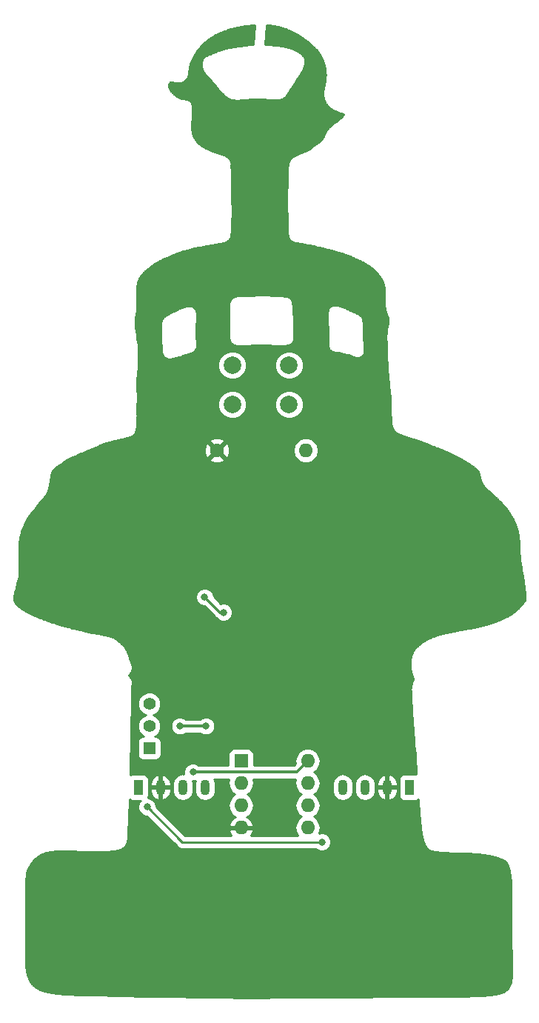
<source format=gbr>
G04 #@! TF.GenerationSoftware,KiCad,Pcbnew,5.0.2-bee76a0~70~ubuntu18.04.1*
G04 #@! TF.CreationDate,2019-03-10T18:19:13+01:00*
G04 #@! TF.ProjectId,robotac19,726f626f-7461-4633-9139-2e6b69636164,rev?*
G04 #@! TF.SameCoordinates,Original*
G04 #@! TF.FileFunction,Copper,L1,Top*
G04 #@! TF.FilePolarity,Positive*
%FSLAX46Y46*%
G04 Gerber Fmt 4.6, Leading zero omitted, Abs format (unit mm)*
G04 Created by KiCad (PCBNEW 5.0.2-bee76a0~70~ubuntu18.04.1) date dom 10 mar 2019 18:19:13 CET*
%MOMM*%
%LPD*%
G01*
G04 APERTURE LIST*
G04 #@! TA.AperFunction,ComponentPad*
%ADD10C,1.600000*%
G04 #@! TD*
G04 #@! TA.AperFunction,ComponentPad*
%ADD11O,1.600000X1.600000*%
G04 #@! TD*
G04 #@! TA.AperFunction,ComponentPad*
%ADD12R,1.400000X1.400000*%
G04 #@! TD*
G04 #@! TA.AperFunction,ComponentPad*
%ADD13C,1.400000*%
G04 #@! TD*
G04 #@! TA.AperFunction,ComponentPad*
%ADD14O,1.070000X1.800000*%
G04 #@! TD*
G04 #@! TA.AperFunction,ComponentPad*
%ADD15R,1.070000X1.800000*%
G04 #@! TD*
G04 #@! TA.AperFunction,ComponentPad*
%ADD16C,2.000000*%
G04 #@! TD*
G04 #@! TA.AperFunction,ComponentPad*
%ADD17R,1.600000X1.600000*%
G04 #@! TD*
G04 #@! TA.AperFunction,ViaPad*
%ADD18C,0.800000*%
G04 #@! TD*
G04 #@! TA.AperFunction,Conductor*
%ADD19C,0.350000*%
G04 #@! TD*
G04 #@! TA.AperFunction,Conductor*
%ADD20C,0.250000*%
G04 #@! TD*
G04 #@! TA.AperFunction,Conductor*
%ADD21C,0.254000*%
G04 #@! TD*
G04 APERTURE END LIST*
D10*
G04 #@! TO.P,R1,1*
G04 #@! TO.N,GND*
X150000000Y-82000000D03*
D11*
G04 #@! TO.P,R1,2*
G04 #@! TO.N,Net-(R1-Pad2)*
X160160000Y-82000000D03*
G04 #@! TD*
D12*
G04 #@! TO.P,SW2,1*
G04 #@! TO.N,Net-(SW2-Pad1)*
X142262000Y-116040000D03*
D13*
G04 #@! TO.P,SW2,2*
G04 #@! TO.N,Net-(BT1-Pad1)*
X142262000Y-113500000D03*
G04 #@! TO.P,SW2,3*
G04 #@! TO.N,Net-(D1-Pad1)*
X142262000Y-110960000D03*
G04 #@! TD*
D14*
G04 #@! TO.P,D2,4*
G04 #@! TO.N,Net-(D1-Pad2)*
X164380000Y-120500000D03*
G04 #@! TO.P,D2,1*
G04 #@! TO.N,Net-(D1-Pad1)*
X166920000Y-120500000D03*
G04 #@! TO.P,D2,3*
G04 #@! TO.N,GND*
X169460000Y-120500000D03*
D15*
G04 #@! TO.P,D2,2*
G04 #@! TO.N,Net-(D2-Pad2)*
X172000000Y-120500000D03*
G04 #@! TD*
G04 #@! TO.P,D1,2*
G04 #@! TO.N,Net-(D1-Pad2)*
X141000000Y-120500000D03*
D14*
G04 #@! TO.P,D1,3*
G04 #@! TO.N,GND*
X143540000Y-120500000D03*
G04 #@! TO.P,D1,1*
G04 #@! TO.N,Net-(D1-Pad1)*
X146080000Y-120500000D03*
G04 #@! TO.P,D1,4*
G04 #@! TO.N,Net-(D1-Pad4)*
X148620000Y-120500000D03*
G04 #@! TD*
D16*
G04 #@! TO.P,SW1,2*
G04 #@! TO.N,Net-(R1-Pad2)*
X151750000Y-76750000D03*
G04 #@! TO.P,SW1,1*
G04 #@! TO.N,Net-(D1-Pad1)*
X151750000Y-72250000D03*
G04 #@! TO.P,SW1,2*
G04 #@! TO.N,Net-(R1-Pad2)*
X158250000Y-76750000D03*
G04 #@! TO.P,SW1,1*
G04 #@! TO.N,Net-(D1-Pad1)*
X158250000Y-72250000D03*
G04 #@! TD*
D17*
G04 #@! TO.P,U1,1*
G04 #@! TO.N,Net-(U1-Pad1)*
X152750000Y-117500000D03*
D11*
G04 #@! TO.P,U1,5*
G04 #@! TO.N,Net-(U1-Pad5)*
X160370000Y-125120000D03*
G04 #@! TO.P,U1,2*
G04 #@! TO.N,Net-(R1-Pad2)*
X152750000Y-120040000D03*
G04 #@! TO.P,U1,6*
G04 #@! TO.N,Net-(U1-Pad6)*
X160370000Y-122580000D03*
G04 #@! TO.P,U1,3*
G04 #@! TO.N,Net-(U1-Pad3)*
X152750000Y-122580000D03*
G04 #@! TO.P,U1,7*
G04 #@! TO.N,Net-(D1-Pad4)*
X160370000Y-120040000D03*
G04 #@! TO.P,U1,4*
G04 #@! TO.N,GND*
X152750000Y-125120000D03*
G04 #@! TO.P,U1,8*
G04 #@! TO.N,Net-(D1-Pad1)*
X160370000Y-117500000D03*
G04 #@! TD*
D18*
G04 #@! TO.N,Net-(BT1-Pad1)*
X148750000Y-113500000D03*
X145750000Y-113500000D03*
G04 #@! TO.N,GND*
X146500000Y-103250000D03*
X152500010Y-103000000D03*
X149250000Y-83750000D03*
X145750000Y-84000000D03*
G04 #@! TO.N,Net-(D1-Pad1)*
X147250000Y-118750000D03*
G04 #@! TO.N,Net-(D1-Pad2)*
X142000000Y-122750000D03*
X162000000Y-126750000D03*
G04 #@! TO.N,Net-(R1-Pad2)*
X148582052Y-98750000D03*
X150750000Y-100500000D03*
G04 #@! TD*
D19*
G04 #@! TO.N,Net-(BT1-Pad1)*
X148750000Y-113500000D02*
X145750000Y-113500000D01*
D20*
G04 #@! TO.N,GND*
X146500000Y-103250000D02*
X152250010Y-103250000D01*
X152250010Y-103250000D02*
X152500010Y-103000000D01*
X149250000Y-83750000D02*
X146000000Y-83750000D01*
X146000000Y-83750000D02*
X145750000Y-84000000D01*
D19*
G04 #@! TO.N,Net-(D1-Pad1)*
X159120000Y-118750000D02*
X160370000Y-117500000D01*
X147250000Y-118750000D02*
X159120000Y-118750000D01*
D20*
G04 #@! TO.N,Net-(D1-Pad2)*
X142000000Y-122750000D02*
X146000000Y-126750000D01*
X146000000Y-126750000D02*
X162000000Y-126750000D01*
G04 #@! TO.N,Net-(R1-Pad2)*
X148582052Y-98750000D02*
X150332052Y-100500000D01*
X150332052Y-100500000D02*
X150750000Y-100500000D01*
G04 #@! TD*
D21*
G04 #@! TO.N,GND*
G36*
X154148258Y-35591150D02*
X154060553Y-35592651D01*
X154028364Y-35589895D01*
X153993282Y-35593803D01*
X153957974Y-35594407D01*
X153926389Y-35601254D01*
X153645608Y-35632529D01*
X153645607Y-35632529D01*
X153396750Y-35660249D01*
X153396748Y-35660250D01*
X153148323Y-35687921D01*
X153148322Y-35687921D01*
X153033648Y-35700694D01*
X153033645Y-35700694D01*
X152965687Y-35708264D01*
X152899556Y-35715630D01*
X152899554Y-35715631D01*
X152775923Y-35729402D01*
X152766780Y-35728863D01*
X152708947Y-35736863D01*
X152650933Y-35743325D01*
X152642205Y-35746095D01*
X152623325Y-35748706D01*
X152623320Y-35748706D01*
X152549913Y-35758861D01*
X152489678Y-35767193D01*
X152489675Y-35767194D01*
X152406469Y-35778705D01*
X152219805Y-35804526D01*
X152192933Y-35808243D01*
X152192928Y-35808243D01*
X152085257Y-35823138D01*
X152059283Y-35826731D01*
X152059282Y-35826731D01*
X152036494Y-35829884D01*
X152023368Y-35829610D01*
X151969773Y-35839114D01*
X151915853Y-35846573D01*
X151903448Y-35850875D01*
X151845605Y-35861132D01*
X151845604Y-35861132D01*
X151613891Y-35902221D01*
X151357256Y-35947728D01*
X151357254Y-35947729D01*
X151312266Y-35955706D01*
X151312262Y-35955706D01*
X151214536Y-35973036D01*
X151179417Y-35979263D01*
X151179416Y-35979263D01*
X151086079Y-35995815D01*
X151037271Y-36001807D01*
X151019799Y-36007568D01*
X151001681Y-36010781D01*
X150955859Y-36028652D01*
X150903123Y-36046041D01*
X150903121Y-36046041D01*
X150768867Y-36090310D01*
X150768866Y-36090310D01*
X150506704Y-36176755D01*
X150506703Y-36176756D01*
X150500637Y-36178756D01*
X150500635Y-36178756D01*
X150446019Y-36196765D01*
X150372499Y-36221007D01*
X150372498Y-36221008D01*
X150354958Y-36226791D01*
X150342943Y-36228698D01*
X150290973Y-36247889D01*
X150238372Y-36265234D01*
X150227786Y-36271223D01*
X150203006Y-36280374D01*
X149936389Y-36378829D01*
X149936387Y-36378830D01*
X149823800Y-36420406D01*
X149783159Y-36435413D01*
X149783156Y-36435414D01*
X149725666Y-36456644D01*
X149656589Y-36482152D01*
X149656586Y-36482154D01*
X149636735Y-36489484D01*
X149629912Y-36490708D01*
X149573524Y-36512827D01*
X149516675Y-36533820D01*
X149510763Y-36537446D01*
X149474991Y-36551477D01*
X149474988Y-36551478D01*
X149194338Y-36661567D01*
X149165170Y-36673009D01*
X149165167Y-36673009D01*
X149085167Y-36704390D01*
X149060898Y-36713910D01*
X148899452Y-36777239D01*
X148878137Y-36778122D01*
X148773271Y-36826736D01*
X148729675Y-36843837D01*
X148712172Y-36855060D01*
X148693306Y-36863806D01*
X148683429Y-36871014D01*
X148664590Y-36876703D01*
X148614592Y-36917629D01*
X148558177Y-36953803D01*
X148546043Y-36971241D01*
X148544923Y-36972058D01*
X148544810Y-36972180D01*
X148534650Y-36979598D01*
X148521722Y-36993648D01*
X148506944Y-37005745D01*
X148489010Y-37027542D01*
X148458878Y-37047814D01*
X148425245Y-37098499D01*
X148396705Y-37129515D01*
X148390004Y-37147809D01*
X148382514Y-37156910D01*
X148365797Y-37188085D01*
X148346234Y-37217565D01*
X148333982Y-37247413D01*
X148295337Y-37319478D01*
X148294500Y-37320469D01*
X148294051Y-37321876D01*
X148286236Y-37336450D01*
X148284793Y-37350903D01*
X148261622Y-37423548D01*
X148256202Y-37436732D01*
X148256160Y-37436947D01*
X148246367Y-37460813D01*
X148241036Y-37488086D01*
X148232592Y-37514560D01*
X148228122Y-37554159D01*
X148207287Y-37660754D01*
X148212911Y-37688546D01*
X148211059Y-37704878D01*
X148211071Y-37705027D01*
X148209903Y-37715365D01*
X148201856Y-37774452D01*
X148202335Y-37782298D01*
X148201452Y-37790109D01*
X148206419Y-37849265D01*
X148207426Y-37865687D01*
X148207399Y-37865888D01*
X148211509Y-37932607D01*
X148213630Y-37967590D01*
X148213007Y-38008472D01*
X148217746Y-38034351D01*
X148219352Y-38060600D01*
X148229739Y-38100050D01*
X148238600Y-38148254D01*
X148246433Y-38191052D01*
X148249110Y-38223815D01*
X148256777Y-38250692D01*
X148256783Y-38250765D01*
X148258567Y-38257015D01*
X148264747Y-38290710D01*
X148276969Y-38321513D01*
X148280669Y-38334449D01*
X148293768Y-38380367D01*
X148293801Y-38380431D01*
X148301442Y-38407196D01*
X148301498Y-38407305D01*
X148301762Y-38408229D01*
X148313884Y-38459085D01*
X148320259Y-38472972D01*
X148324456Y-38487664D01*
X148348126Y-38533731D01*
X148364224Y-38568751D01*
X148378021Y-38598807D01*
X148382330Y-38631448D01*
X148434441Y-38721631D01*
X148449207Y-38753798D01*
X148468125Y-38779924D01*
X148484257Y-38807843D01*
X148507597Y-38834437D01*
X148568688Y-38918808D01*
X148596833Y-38936118D01*
X148627491Y-38971051D01*
X148762999Y-39125460D01*
X148763000Y-39125461D01*
X148771899Y-39135601D01*
X148851992Y-39226865D01*
X148851996Y-39226868D01*
X148902185Y-39284056D01*
X148902186Y-39284058D01*
X149098985Y-39508302D01*
X149221496Y-39647900D01*
X149379297Y-39834017D01*
X149503394Y-39980383D01*
X149590468Y-40083084D01*
X149590470Y-40083087D01*
X149729330Y-40246866D01*
X149729331Y-40246868D01*
X149765549Y-40289585D01*
X149814230Y-40347001D01*
X149871045Y-40414011D01*
X149873301Y-40417951D01*
X149914645Y-40465435D01*
X149955363Y-40513459D01*
X149958918Y-40516283D01*
X150069723Y-40643541D01*
X150069723Y-40643542D01*
X150135003Y-40718517D01*
X150135004Y-40718518D01*
X150156544Y-40743256D01*
X150207016Y-40801223D01*
X150212256Y-40809787D01*
X150251250Y-40852025D01*
X150289015Y-40895398D01*
X150296959Y-40901539D01*
X150327722Y-40934860D01*
X150364744Y-40974962D01*
X150364748Y-40974965D01*
X150380279Y-40991787D01*
X150455231Y-41072975D01*
X150495563Y-41116662D01*
X150528882Y-41152754D01*
X150539105Y-41167649D01*
X150574555Y-41202228D01*
X150608146Y-41238614D01*
X150622754Y-41249242D01*
X150626154Y-41252558D01*
X150648387Y-41274244D01*
X150648387Y-41274245D01*
X150680641Y-41305706D01*
X150720261Y-41344352D01*
X150757807Y-41380975D01*
X150757807Y-41380976D01*
X150770287Y-41393149D01*
X150838016Y-41459214D01*
X150861133Y-41486378D01*
X150886188Y-41506202D01*
X150909055Y-41528507D01*
X150938948Y-41547948D01*
X150960045Y-41564639D01*
X151014039Y-41607360D01*
X151014045Y-41607363D01*
X151057436Y-41641694D01*
X151063863Y-41646779D01*
X151079064Y-41669657D01*
X151170047Y-41730792D01*
X151202077Y-41756134D01*
X151225926Y-41768339D01*
X151248162Y-41783280D01*
X151272748Y-41793538D01*
X151272805Y-41793577D01*
X151285977Y-41799070D01*
X151383434Y-41848944D01*
X151409039Y-41851005D01*
X151435824Y-41865127D01*
X151461834Y-41872856D01*
X151461843Y-41872861D01*
X151465509Y-41873950D01*
X151469881Y-41875774D01*
X151469957Y-41875789D01*
X151494322Y-41885946D01*
X151530080Y-41893142D01*
X151556759Y-41901065D01*
X151591167Y-41911290D01*
X151591173Y-41911291D01*
X151610288Y-41916970D01*
X151654793Y-41933068D01*
X151674680Y-41936088D01*
X151693957Y-41941814D01*
X151741221Y-41946193D01*
X151766348Y-41950009D01*
X151766350Y-41950010D01*
X151827723Y-41959330D01*
X151844080Y-41961814D01*
X151844081Y-41961814D01*
X151878056Y-41966974D01*
X151878068Y-41966978D01*
X151954464Y-41978577D01*
X151977680Y-41982103D01*
X152020893Y-41991690D01*
X152044205Y-41992202D01*
X152067262Y-41995703D01*
X152111499Y-41993681D01*
X152143336Y-41994381D01*
X152143338Y-41994381D01*
X152204573Y-41995732D01*
X152204609Y-41995740D01*
X152267884Y-41997129D01*
X152278221Y-41997357D01*
X152278222Y-41997357D01*
X152339421Y-41998707D01*
X152339459Y-41998700D01*
X152354077Y-41999022D01*
X152380575Y-42002775D01*
X152421360Y-42000503D01*
X152462199Y-42001402D01*
X152488556Y-41996760D01*
X152514030Y-41995341D01*
X152514038Y-41995342D01*
X152597183Y-41990709D01*
X152648735Y-41987837D01*
X152648739Y-41987836D01*
X152695712Y-41985218D01*
X152727518Y-41983446D01*
X152740558Y-41984790D01*
X152794753Y-41979699D01*
X152849131Y-41976669D01*
X152861834Y-41973398D01*
X153023406Y-41958221D01*
X153023408Y-41958221D01*
X153037706Y-41956877D01*
X153037712Y-41956878D01*
X153151023Y-41946233D01*
X153172038Y-41944259D01*
X153172039Y-41944259D01*
X153186089Y-41942939D01*
X153186093Y-41942939D01*
X153275759Y-41934515D01*
X153320419Y-41930319D01*
X153320421Y-41930318D01*
X153451930Y-41917963D01*
X153543851Y-41909328D01*
X153632764Y-41902663D01*
X153632771Y-41902664D01*
X153694468Y-41898038D01*
X153767300Y-41892579D01*
X153767307Y-41892577D01*
X153865399Y-41885222D01*
X153928904Y-41880462D01*
X153998113Y-41878370D01*
X154017426Y-41877790D01*
X154017521Y-41877806D01*
X154084309Y-41875782D01*
X154152191Y-41873743D01*
X154152287Y-41873721D01*
X154167875Y-41873248D01*
X154188940Y-41872613D01*
X154188971Y-41872618D01*
X154256506Y-41870574D01*
X154323768Y-41868544D01*
X154323799Y-41868537D01*
X154340449Y-41868033D01*
X154357059Y-41867613D01*
X154357099Y-41867620D01*
X154423702Y-41865929D01*
X154491897Y-41864205D01*
X154491937Y-41864196D01*
X154499133Y-41864013D01*
X154596587Y-41861541D01*
X154613952Y-41861103D01*
X154613981Y-41861108D01*
X154678443Y-41859475D01*
X154745526Y-41857782D01*
X154823423Y-41860733D01*
X154836318Y-41861222D01*
X154836326Y-41861224D01*
X154914512Y-41864186D01*
X154971138Y-41866332D01*
X154971144Y-41866331D01*
X155151313Y-41873158D01*
X155151315Y-41873158D01*
X155160724Y-41873514D01*
X155392989Y-41891298D01*
X155392990Y-41891298D01*
X155436779Y-41894651D01*
X155436780Y-41894651D01*
X155469585Y-41897163D01*
X155571304Y-41904951D01*
X155571308Y-41904950D01*
X155740569Y-41917909D01*
X155793039Y-41921927D01*
X155793040Y-41921927D01*
X155841341Y-41925625D01*
X155927565Y-41932227D01*
X155927568Y-41932227D01*
X155976254Y-41935954D01*
X155981167Y-41937251D01*
X156043461Y-41941100D01*
X156105715Y-41945866D01*
X156110762Y-41945258D01*
X156196258Y-41950540D01*
X156196263Y-41950539D01*
X156296246Y-41956716D01*
X156402366Y-41963273D01*
X156421671Y-41967205D01*
X156469553Y-41967424D01*
X156517356Y-41970378D01*
X156536883Y-41967733D01*
X156629531Y-41968158D01*
X156629542Y-41968160D01*
X156705721Y-41968507D01*
X156764440Y-41968777D01*
X156764451Y-41968775D01*
X156765139Y-41968778D01*
X156814150Y-41969003D01*
X156859759Y-41972111D01*
X156881456Y-41969312D01*
X156903334Y-41969412D01*
X156948204Y-41960701D01*
X157009726Y-41952762D01*
X157048123Y-41947808D01*
X157048126Y-41947807D01*
X157067585Y-41945296D01*
X157071195Y-41946233D01*
X157202348Y-41927909D01*
X157211452Y-41926734D01*
X157211465Y-41926730D01*
X157265934Y-41919700D01*
X157269365Y-41918545D01*
X157272959Y-41918043D01*
X157293595Y-41910855D01*
X157293640Y-41910849D01*
X157322501Y-41900792D01*
X157335300Y-41901065D01*
X157424537Y-41866314D01*
X157459015Y-41854708D01*
X157461836Y-41852247D01*
X157502690Y-41838019D01*
X157513476Y-41831678D01*
X157525139Y-41827136D01*
X157540664Y-41817235D01*
X157540713Y-41817216D01*
X157571384Y-41797649D01*
X157571433Y-41797630D01*
X157571940Y-41797306D01*
X157593798Y-41784456D01*
X157641536Y-41768104D01*
X157703785Y-41713208D01*
X157715776Y-41705564D01*
X157754315Y-41668648D01*
X157794334Y-41633356D01*
X157802958Y-41622053D01*
X157862895Y-41564639D01*
X157884833Y-41514739D01*
X157905158Y-41488099D01*
X157905160Y-41488095D01*
X157910101Y-41481618D01*
X157910106Y-41481614D01*
X157953438Y-41424817D01*
X157954136Y-41423902D01*
X157971565Y-41406137D01*
X157994963Y-41370387D01*
X158020876Y-41336421D01*
X158031821Y-41314071D01*
X158078995Y-41241992D01*
X158078997Y-41241990D01*
X158103267Y-41204906D01*
X158152879Y-41129103D01*
X158152881Y-41129097D01*
X158170893Y-41101576D01*
X158186138Y-41078283D01*
X158186145Y-41078276D01*
X158228693Y-41013264D01*
X158241377Y-40993884D01*
X158243400Y-40991787D01*
X158278273Y-40937506D01*
X158313659Y-40883437D01*
X158314752Y-40880726D01*
X158440437Y-40685093D01*
X158552540Y-40510605D01*
X158552543Y-40510602D01*
X158591039Y-40450682D01*
X158625468Y-40397093D01*
X158625470Y-40397089D01*
X158779835Y-40156813D01*
X158863136Y-40027155D01*
X158899306Y-39970855D01*
X158934408Y-39916218D01*
X158934409Y-39916216D01*
X159050926Y-39734853D01*
X159093553Y-39669693D01*
X159093556Y-39669690D01*
X159131381Y-39611868D01*
X159167414Y-39556787D01*
X159167416Y-39556782D01*
X159209611Y-39492279D01*
X159322975Y-39318985D01*
X159336967Y-39297597D01*
X159336970Y-39297594D01*
X159382292Y-39228312D01*
X159410828Y-39184691D01*
X159410830Y-39184686D01*
X159423094Y-39165938D01*
X159429320Y-39159244D01*
X159459976Y-39109558D01*
X159491948Y-39060683D01*
X159495365Y-39052200D01*
X159498215Y-39047581D01*
X159502866Y-39040044D01*
X159502875Y-39040034D01*
X159542548Y-38975730D01*
X159573708Y-38925228D01*
X159573713Y-38925215D01*
X159582330Y-38911248D01*
X159609251Y-38867614D01*
X159622052Y-38846865D01*
X159632816Y-38834107D01*
X159657413Y-38789554D01*
X159684133Y-38746247D01*
X159689958Y-38730605D01*
X159700297Y-38711877D01*
X159726364Y-38664666D01*
X159726372Y-38664656D01*
X159755547Y-38611810D01*
X159760408Y-38603005D01*
X159760409Y-38603003D01*
X159761330Y-38601334D01*
X159791572Y-38546560D01*
X159791576Y-38546549D01*
X159803096Y-38525682D01*
X159820082Y-38501657D01*
X159835626Y-38466763D01*
X159854086Y-38433326D01*
X159863008Y-38405292D01*
X159866543Y-38397354D01*
X159866620Y-38397246D01*
X159894292Y-38335100D01*
X159921410Y-38274268D01*
X159921432Y-38274172D01*
X159941916Y-38228208D01*
X159956895Y-38194608D01*
X159979664Y-38149654D01*
X159984266Y-38133184D01*
X159991227Y-38117565D01*
X160002383Y-38068348D01*
X160005719Y-38056407D01*
X160005764Y-38056319D01*
X160024654Y-37988646D01*
X160042004Y-37926563D01*
X160042006Y-37926535D01*
X160050633Y-37895652D01*
X160062144Y-37854480D01*
X160079679Y-37794386D01*
X160080027Y-37790427D01*
X160081097Y-37786595D01*
X160085917Y-37723334D01*
X160087451Y-37705860D01*
X160088816Y-37690393D01*
X160091111Y-37664603D01*
X160092626Y-37647606D01*
X160093861Y-37635228D01*
X160100957Y-37573219D01*
X160100544Y-37568220D01*
X160101042Y-37563227D01*
X160098718Y-37539328D01*
X160099789Y-37535807D01*
X160087132Y-37406190D01*
X160086631Y-37400156D01*
X160086624Y-37400131D01*
X160081976Y-37343504D01*
X160080508Y-37338367D01*
X160079989Y-37333047D01*
X160069640Y-37298831D01*
X160069638Y-37298807D01*
X160068174Y-37293968D01*
X160069015Y-37273531D01*
X160037255Y-37186950D01*
X160026019Y-37147614D01*
X160022610Y-37143320D01*
X160015203Y-37118804D01*
X160005763Y-37101096D01*
X159998856Y-37082267D01*
X159979499Y-37050547D01*
X159975887Y-37033181D01*
X159946715Y-36990334D01*
X159919364Y-36939029D01*
X159903612Y-36926073D01*
X159901306Y-36922288D01*
X159901222Y-36922196D01*
X159892027Y-36907117D01*
X159891993Y-36907080D01*
X159882652Y-36891766D01*
X159870953Y-36879057D01*
X159861233Y-36864781D01*
X159825330Y-36829498D01*
X159744673Y-36741880D01*
X159728589Y-36734424D01*
X159723438Y-36729363D01*
X159707714Y-36713910D01*
X159685130Y-36691714D01*
X159661316Y-36663702D01*
X159637138Y-36644552D01*
X159615140Y-36622933D01*
X159584386Y-36602769D01*
X159572894Y-36593666D01*
X159572892Y-36593664D01*
X159533486Y-36562453D01*
X159511248Y-36544839D01*
X159511245Y-36544838D01*
X159484360Y-36523543D01*
X159484356Y-36523538D01*
X159419683Y-36472315D01*
X159409413Y-36464181D01*
X159380820Y-36437414D01*
X159356658Y-36422398D01*
X159334361Y-36404738D01*
X159299502Y-36386877D01*
X159295894Y-36384634D01*
X159291313Y-36381787D01*
X159291311Y-36381785D01*
X159227013Y-36341823D01*
X159208930Y-36330584D01*
X159187703Y-36313641D01*
X159151779Y-36295063D01*
X159117420Y-36273707D01*
X159091989Y-36264142D01*
X159090471Y-36263357D01*
X159079265Y-36257562D01*
X159079254Y-36257553D01*
X159033229Y-36233754D01*
X159031630Y-36232927D01*
X159031629Y-36232927D01*
X159023130Y-36228532D01*
X158983156Y-36207859D01*
X158961125Y-36192906D01*
X158923391Y-36176953D01*
X158886998Y-36158132D01*
X158861402Y-36150746D01*
X158786160Y-36118935D01*
X158768934Y-36111652D01*
X158721018Y-36091392D01*
X158699815Y-36079103D01*
X158659021Y-36065179D01*
X158619324Y-36048394D01*
X158595344Y-36043441D01*
X158528111Y-36020494D01*
X158492669Y-36008397D01*
X158492664Y-36008394D01*
X158428777Y-35986590D01*
X158420498Y-35983764D01*
X158401220Y-35974146D01*
X158356782Y-35962019D01*
X158313201Y-35947145D01*
X158291850Y-35944298D01*
X158268638Y-35937964D01*
X158209987Y-35921958D01*
X158209981Y-35921958D01*
X158149158Y-35905360D01*
X158149155Y-35905360D01*
X158078452Y-35886066D01*
X158077815Y-35885892D01*
X158060203Y-35878297D01*
X158012866Y-35868168D01*
X157966160Y-35855422D01*
X157947026Y-35854079D01*
X157918278Y-35847928D01*
X157918277Y-35847927D01*
X157886657Y-35841161D01*
X157786348Y-35819696D01*
X157786342Y-35819696D01*
X157715447Y-35804526D01*
X157715440Y-35804526D01*
X157714310Y-35804284D01*
X157687502Y-35798548D01*
X157670549Y-35792268D01*
X157621658Y-35784458D01*
X157573244Y-35774099D01*
X157555169Y-35773838D01*
X157455027Y-35757842D01*
X157455026Y-35757842D01*
X157384151Y-35746521D01*
X157341889Y-35739769D01*
X157341881Y-35739766D01*
X157272181Y-35728632D01*
X157244810Y-35724259D01*
X157230433Y-35719638D01*
X157178300Y-35713635D01*
X157126495Y-35705360D01*
X157111406Y-35705933D01*
X157061214Y-35700154D01*
X157001791Y-35693312D01*
X157001788Y-35693312D01*
X156907617Y-35682470D01*
X156853378Y-35676225D01*
X156853375Y-35676224D01*
X156791198Y-35669065D01*
X156745919Y-35663852D01*
X156733113Y-35660274D01*
X156679001Y-35656148D01*
X156625097Y-35649942D01*
X156611844Y-35651027D01*
X156544643Y-35645903D01*
X156518684Y-35643924D01*
X156518681Y-35643923D01*
X156447318Y-35638481D01*
X156384154Y-35633664D01*
X156384152Y-35633664D01*
X156376725Y-35633098D01*
X156277114Y-35625502D01*
X156277109Y-35625503D01*
X156186329Y-35618581D01*
X156185656Y-35618530D01*
X156173863Y-35615677D01*
X156118472Y-35613406D01*
X156063217Y-35609193D01*
X156051180Y-35610647D01*
X156013038Y-35609085D01*
X155918030Y-35605190D01*
X155918022Y-35605191D01*
X155887476Y-35603940D01*
X155713903Y-35596825D01*
X155689739Y-35595834D01*
X155558292Y-35590445D01*
X155548068Y-35588297D01*
X155521296Y-35588010D01*
X155652464Y-33385086D01*
X155664472Y-33386078D01*
X155843416Y-33400855D01*
X155846699Y-33401126D01*
X155945822Y-33409312D01*
X155945826Y-33409312D01*
X155961654Y-33410619D01*
X155978026Y-33412920D01*
X155978027Y-33412920D01*
X155982012Y-33413480D01*
X156111630Y-33431698D01*
X156111635Y-33431698D01*
X156158679Y-33438309D01*
X156284316Y-33455967D01*
X156284320Y-33455969D01*
X156369195Y-33467898D01*
X156417925Y-33474747D01*
X156417928Y-33474747D01*
X156433589Y-33476948D01*
X156582168Y-33506724D01*
X156582170Y-33506724D01*
X156734536Y-33537259D01*
X156754312Y-33541222D01*
X156754314Y-33541223D01*
X156789194Y-33548213D01*
X156886598Y-33567734D01*
X156886603Y-33567734D01*
X156901682Y-33570756D01*
X156918045Y-33575080D01*
X156918048Y-33575082D01*
X156989234Y-33593895D01*
X157019232Y-33601823D01*
X157250927Y-33663057D01*
X157250929Y-33663057D01*
X157351997Y-33689768D01*
X157351999Y-33689768D01*
X157367664Y-33693908D01*
X157384748Y-33699568D01*
X157384752Y-33699570D01*
X157552706Y-33755209D01*
X157586155Y-33766291D01*
X157586163Y-33766295D01*
X157656334Y-33789540D01*
X157714226Y-33808720D01*
X157714233Y-33808721D01*
X157757060Y-33822908D01*
X157830915Y-33847375D01*
X157974009Y-33905055D01*
X158174373Y-33985822D01*
X158174378Y-33985823D01*
X158260049Y-34020356D01*
X158292467Y-34033424D01*
X158339872Y-34056023D01*
X158412653Y-34090720D01*
X158412658Y-34090724D01*
X158474717Y-34120308D01*
X158534443Y-34148782D01*
X158534449Y-34148784D01*
X158546896Y-34154717D01*
X158612289Y-34185892D01*
X158612290Y-34185893D01*
X158650201Y-34203966D01*
X158734078Y-34243953D01*
X158734080Y-34243953D01*
X158753971Y-34253436D01*
X158894203Y-34331279D01*
X158894209Y-34331281D01*
X158905894Y-34337767D01*
X158974952Y-34376101D01*
X158974956Y-34376105D01*
X159046402Y-34415764D01*
X159074165Y-34431175D01*
X159074166Y-34431176D01*
X159214515Y-34509083D01*
X159295492Y-34560644D01*
X159337067Y-34587285D01*
X159337785Y-34587972D01*
X159393799Y-34623638D01*
X159449833Y-34659544D01*
X159450760Y-34659907D01*
X159535558Y-34713902D01*
X159535561Y-34713905D01*
X159603136Y-34756932D01*
X159647913Y-34785443D01*
X159674565Y-34802413D01*
X159702218Y-34822385D01*
X159800892Y-34893650D01*
X159800893Y-34893651D01*
X159899401Y-34964796D01*
X159899402Y-34964797D01*
X159912178Y-34974024D01*
X160008777Y-35043790D01*
X160008782Y-35043792D01*
X160041391Y-35067343D01*
X160136031Y-35135695D01*
X160167245Y-35160962D01*
X160167247Y-35160964D01*
X160205970Y-35192308D01*
X160265620Y-35240592D01*
X160265622Y-35240594D01*
X160312284Y-35278363D01*
X160370490Y-35325477D01*
X160370492Y-35325478D01*
X160418471Y-35364313D01*
X160462149Y-35399670D01*
X160462154Y-35399675D01*
X160506936Y-35435923D01*
X160567019Y-35484558D01*
X160567024Y-35484561D01*
X160598525Y-35510059D01*
X160689089Y-35591814D01*
X160730371Y-35629081D01*
X160730371Y-35629082D01*
X160744866Y-35642167D01*
X160828950Y-35718074D01*
X160925859Y-35805559D01*
X160925860Y-35805560D01*
X161060838Y-35927410D01*
X161098317Y-35964850D01*
X161098319Y-35964853D01*
X161291311Y-36157641D01*
X161291314Y-36157643D01*
X161324566Y-36190859D01*
X161390724Y-36256948D01*
X161390726Y-36256951D01*
X161432620Y-36298800D01*
X161486177Y-36352301D01*
X161486180Y-36352303D01*
X161494822Y-36360936D01*
X161517181Y-36392464D01*
X161549224Y-36437650D01*
X161549227Y-36437653D01*
X161575649Y-36474911D01*
X161580452Y-36481684D01*
X161617772Y-36534311D01*
X161617773Y-36534313D01*
X161675712Y-36616016D01*
X161686595Y-36631363D01*
X161712369Y-36676314D01*
X161733701Y-36713521D01*
X161733704Y-36713531D01*
X161775496Y-36786420D01*
X161800806Y-36830567D01*
X161800810Y-36830571D01*
X161807132Y-36841597D01*
X161849271Y-36915093D01*
X161849273Y-36915095D01*
X161865315Y-36943074D01*
X161895491Y-36995706D01*
X161920818Y-37052335D01*
X161942533Y-37100892D01*
X161942535Y-37100900D01*
X161963427Y-37147614D01*
X161997610Y-37224051D01*
X161997617Y-37224061D01*
X162030893Y-37298464D01*
X162030893Y-37298465D01*
X162091964Y-37435020D01*
X162099425Y-37455830D01*
X162099427Y-37455843D01*
X162109089Y-37482790D01*
X162125459Y-37528461D01*
X162125472Y-37528482D01*
X162138503Y-37564829D01*
X162138507Y-37564859D01*
X162161690Y-37629513D01*
X162174163Y-37664314D01*
X162185308Y-37701990D01*
X162200708Y-37754112D01*
X162200713Y-37754167D01*
X162219443Y-37817457D01*
X162238886Y-37883261D01*
X162238952Y-37883386D01*
X162248473Y-37915605D01*
X162257717Y-37954827D01*
X162271398Y-38012908D01*
X162271399Y-38012945D01*
X162286651Y-38077669D01*
X162302291Y-38144115D01*
X162302325Y-38144190D01*
X162310847Y-38180375D01*
X162317148Y-38216439D01*
X162328937Y-38283951D01*
X162328937Y-38283955D01*
X162336296Y-38326137D01*
X162340030Y-38347541D01*
X162340029Y-38347581D01*
X162348500Y-38396099D01*
X162352120Y-38416852D01*
X162352125Y-38416864D01*
X162358931Y-38455875D01*
X162363937Y-38501597D01*
X162371139Y-38567399D01*
X162371143Y-38567413D01*
X162377738Y-38627708D01*
X162385569Y-38699360D01*
X162390262Y-38742328D01*
X162392197Y-38786564D01*
X162395228Y-38856139D01*
X162395242Y-38856196D01*
X162395332Y-38858250D01*
X162395322Y-38858313D01*
X162398152Y-38922790D01*
X162401220Y-38992983D01*
X162401235Y-38993044D01*
X162403293Y-39040209D01*
X162402261Y-39086405D01*
X162402139Y-39091819D01*
X162402137Y-39091830D01*
X162401156Y-39135601D01*
X162400548Y-39162651D01*
X162400542Y-39162680D01*
X162399555Y-39206885D01*
X162399110Y-39226692D01*
X162399112Y-39226705D01*
X162398892Y-39236566D01*
X162397526Y-39297510D01*
X162397531Y-39297536D01*
X162397475Y-39300031D01*
X162396392Y-39348426D01*
X162390992Y-39407301D01*
X162385141Y-39471089D01*
X162384612Y-39476831D01*
X162384608Y-39476846D01*
X162378725Y-39540840D01*
X162377858Y-39550265D01*
X162377851Y-39550289D01*
X162374634Y-39585315D01*
X162372256Y-39611170D01*
X162372257Y-39611183D01*
X162371915Y-39614909D01*
X162367130Y-39666966D01*
X162358417Y-39720606D01*
X162357359Y-39727124D01*
X162357338Y-39727179D01*
X162349007Y-39778533D01*
X162347910Y-39785287D01*
X162347910Y-39785291D01*
X162347075Y-39790441D01*
X162335738Y-39860239D01*
X162335740Y-39860301D01*
X162332954Y-39877479D01*
X162323560Y-39935382D01*
X162323560Y-39935389D01*
X162321962Y-39945240D01*
X162313847Y-39995226D01*
X162301188Y-40048851D01*
X162298616Y-40059735D01*
X162298576Y-40059822D01*
X162282941Y-40126048D01*
X162267599Y-40190955D01*
X162267596Y-40191043D01*
X162264635Y-40203586D01*
X162262214Y-40213825D01*
X162262175Y-40213911D01*
X162246625Y-40279770D01*
X162243380Y-40293496D01*
X162242305Y-40295900D01*
X162230498Y-40347680D01*
X162230485Y-40347709D01*
X162227748Y-40359719D01*
X162212993Y-40422208D01*
X162212899Y-40424861D01*
X162200508Y-40479200D01*
X162200508Y-40479212D01*
X162195319Y-40501951D01*
X162195168Y-40502611D01*
X162195127Y-40502703D01*
X162180651Y-40566226D01*
X162177038Y-40582063D01*
X162176182Y-40585815D01*
X162165859Y-40616255D01*
X162161246Y-40651379D01*
X162153374Y-40685922D01*
X162152483Y-40718089D01*
X162146709Y-40761913D01*
X162146702Y-40761934D01*
X162142377Y-40794782D01*
X162140262Y-40810814D01*
X162140255Y-40810836D01*
X162138424Y-40824751D01*
X162135496Y-40846954D01*
X162135498Y-40846991D01*
X162133871Y-40859365D01*
X162129089Y-40895660D01*
X162129091Y-40895683D01*
X162129004Y-40896337D01*
X162120935Y-40932530D01*
X162120233Y-40963026D01*
X162116253Y-40993277D01*
X162118683Y-41030302D01*
X162117765Y-41070054D01*
X162117757Y-41070091D01*
X162116671Y-41117345D01*
X162115706Y-41159058D01*
X162115709Y-41159077D01*
X162114651Y-41204906D01*
X162114655Y-41204930D01*
X162114649Y-41205182D01*
X162110601Y-41248246D01*
X162113096Y-41272473D01*
X162112534Y-41296819D01*
X162119971Y-41339307D01*
X162121811Y-41357102D01*
X162128868Y-41425623D01*
X162128903Y-41425738D01*
X162130593Y-41442071D01*
X162137518Y-41509102D01*
X162139260Y-41554416D01*
X162144422Y-41575998D01*
X162146699Y-41598068D01*
X162160006Y-41641217D01*
X162174102Y-41700132D01*
X162189789Y-41765801D01*
X162189815Y-41765859D01*
X162192018Y-41775076D01*
X162198676Y-41802952D01*
X162207459Y-41851069D01*
X162214311Y-41868381D01*
X162218639Y-41886494D01*
X162238953Y-41930685D01*
X162253797Y-41968141D01*
X162271905Y-42013890D01*
X162271948Y-42013957D01*
X162286714Y-42051237D01*
X162286727Y-42051257D01*
X162292042Y-42064680D01*
X162299784Y-42084242D01*
X162315854Y-42131730D01*
X162324561Y-42146843D01*
X162330979Y-42163060D01*
X162358093Y-42205063D01*
X162378372Y-42240250D01*
X162395695Y-42270319D01*
X162395701Y-42270338D01*
X162429278Y-42328599D01*
X162440232Y-42347615D01*
X162462394Y-42391323D01*
X162473798Y-42405848D01*
X162483023Y-42421854D01*
X162515376Y-42458802D01*
X162525761Y-42472029D01*
X162542274Y-42493062D01*
X162578320Y-42538974D01*
X162606050Y-42574305D01*
X162615700Y-42586601D01*
X162642272Y-42625038D01*
X162657265Y-42639564D01*
X162670150Y-42655982D01*
X162705585Y-42686381D01*
X162758575Y-42737718D01*
X162798867Y-42776756D01*
X162798869Y-42776758D01*
X162822316Y-42799475D01*
X162850782Y-42831344D01*
X162870643Y-42846299D01*
X162888506Y-42863606D01*
X162924385Y-42886768D01*
X162975955Y-42925596D01*
X163027966Y-42964760D01*
X163027978Y-42964766D01*
X163028390Y-42965076D01*
X163054772Y-42984942D01*
X163083063Y-43010329D01*
X163108531Y-43025423D01*
X163132180Y-43043231D01*
X163166420Y-43059732D01*
X163201710Y-43080647D01*
X163201711Y-43080648D01*
X163213153Y-43087429D01*
X163231793Y-43098476D01*
X163272769Y-43122761D01*
X163297149Y-43137210D01*
X163310812Y-43145308D01*
X163338821Y-43165759D01*
X163368694Y-43179616D01*
X163397031Y-43196412D01*
X163429746Y-43207937D01*
X163441794Y-43213525D01*
X163471723Y-43227408D01*
X163471726Y-43227410D01*
X163494764Y-43238096D01*
X163505623Y-43243133D01*
X163505625Y-43243133D01*
X163512618Y-43246377D01*
X163586680Y-43280731D01*
X163611303Y-43295726D01*
X163647729Y-43309049D01*
X163682905Y-43325366D01*
X163710896Y-43332156D01*
X163768469Y-43353212D01*
X163806871Y-43367259D01*
X163806876Y-43367262D01*
X163821461Y-43372596D01*
X163835707Y-43377807D01*
X163835712Y-43377808D01*
X163879748Y-43393912D01*
X163902475Y-43405539D01*
X163942941Y-43417023D01*
X163982469Y-43431479D01*
X164007708Y-43435403D01*
X164009487Y-43435908D01*
X164009502Y-43435916D01*
X164074141Y-43454258D01*
X164139268Y-43472742D01*
X164139277Y-43472743D01*
X164174431Y-43482718D01*
X164192683Y-43487898D01*
X164214176Y-43497112D01*
X164257436Y-43506272D01*
X164299977Y-43518343D01*
X164323292Y-43520215D01*
X164330278Y-43521695D01*
X164330281Y-43521696D01*
X164365708Y-43529197D01*
X164462267Y-43549643D01*
X164462271Y-43549643D01*
X164490819Y-43555688D01*
X164465985Y-43590846D01*
X164446412Y-43618534D01*
X164446410Y-43618539D01*
X164445535Y-43619776D01*
X164441393Y-43624497D01*
X164440377Y-43625655D01*
X164440348Y-43625677D01*
X164415436Y-43654074D01*
X164400311Y-43671309D01*
X164400301Y-43671327D01*
X164399661Y-43672056D01*
X164375872Y-43699166D01*
X164375869Y-43699171D01*
X164369237Y-43706730D01*
X164287031Y-43783610D01*
X164266252Y-43803042D01*
X164266249Y-43803044D01*
X164207053Y-43858404D01*
X164207051Y-43858405D01*
X164202263Y-43862883D01*
X164115165Y-43944337D01*
X164049838Y-43997860D01*
X164049837Y-43997860D01*
X163982449Y-44053070D01*
X163982448Y-44053071D01*
X163962918Y-44069072D01*
X163914762Y-44108526D01*
X163914760Y-44108527D01*
X163797001Y-44205007D01*
X163766998Y-44229222D01*
X163606251Y-44358954D01*
X163606249Y-44358956D01*
X163570787Y-44387577D01*
X163570783Y-44387579D01*
X163453571Y-44482179D01*
X163407235Y-44518046D01*
X163407229Y-44518049D01*
X163369521Y-44547239D01*
X163360079Y-44554548D01*
X163301948Y-44599544D01*
X163301947Y-44599545D01*
X163248010Y-44641297D01*
X163220223Y-44662806D01*
X163189226Y-44682644D01*
X163167019Y-44703991D01*
X163142658Y-44722849D01*
X163118502Y-44750630D01*
X163114369Y-44754604D01*
X163093172Y-44774980D01*
X163093169Y-44774982D01*
X162996985Y-44867442D01*
X162923398Y-44938178D01*
X162913294Y-44946219D01*
X162913275Y-44946229D01*
X162855313Y-44992356D01*
X162807739Y-45030210D01*
X162807729Y-45030222D01*
X162806838Y-45030931D01*
X162758515Y-45067889D01*
X162754135Y-45072867D01*
X162748944Y-45076998D01*
X162710108Y-45122889D01*
X162701075Y-45133167D01*
X162701033Y-45133199D01*
X162672028Y-45166194D01*
X162654947Y-45185609D01*
X162654927Y-45185643D01*
X162654799Y-45185788D01*
X162621173Y-45219912D01*
X162610386Y-45236315D01*
X162597426Y-45251058D01*
X162573582Y-45292244D01*
X162553973Y-45322085D01*
X162524633Y-45366672D01*
X162501331Y-45396225D01*
X162487869Y-45422638D01*
X162486656Y-45424484D01*
X162486652Y-45424494D01*
X162471567Y-45447439D01*
X162457312Y-45482593D01*
X162454944Y-45487243D01*
X162436439Y-45523551D01*
X162436419Y-45523577D01*
X162408253Y-45578847D01*
X162393589Y-45600685D01*
X162377765Y-45638642D01*
X162375211Y-45643651D01*
X162375190Y-45643727D01*
X162358938Y-45675617D01*
X162351797Y-45700931D01*
X162348558Y-45708702D01*
X162339350Y-45730789D01*
X162339347Y-45730793D01*
X162321140Y-45774468D01*
X162321057Y-45774591D01*
X162297583Y-45830967D01*
X162287440Y-45855294D01*
X162287436Y-45855315D01*
X162281885Y-45868631D01*
X162254071Y-45928927D01*
X162227076Y-45987443D01*
X162227073Y-45987456D01*
X162219647Y-46003553D01*
X162219640Y-46003562D01*
X162202091Y-46041606D01*
X162163134Y-46126050D01*
X162163130Y-46126067D01*
X162148505Y-46157769D01*
X162124197Y-46194850D01*
X162102730Y-46227595D01*
X162102728Y-46227599D01*
X162066235Y-46283267D01*
X162066234Y-46283269D01*
X162032570Y-46334622D01*
X162020714Y-46352707D01*
X161983246Y-46394967D01*
X161977379Y-46401585D01*
X161977374Y-46401588D01*
X161936840Y-46447305D01*
X161936835Y-46447309D01*
X161914801Y-46472162D01*
X161887872Y-46502534D01*
X161887870Y-46502537D01*
X161879639Y-46511820D01*
X161874698Y-46516176D01*
X161874688Y-46516182D01*
X161830320Y-46555295D01*
X161773492Y-46605388D01*
X161773490Y-46605391D01*
X161739257Y-46635568D01*
X161717251Y-46654966D01*
X161602372Y-46738538D01*
X161410489Y-46878128D01*
X161356446Y-46917443D01*
X161324739Y-46940509D01*
X161321661Y-46941967D01*
X161270204Y-46980181D01*
X161218386Y-47017877D01*
X161216080Y-47020375D01*
X161190062Y-47039697D01*
X161120179Y-47091593D01*
X161062279Y-47134590D01*
X161058290Y-47137552D01*
X161038245Y-47148738D01*
X161004259Y-47177676D01*
X160968407Y-47204300D01*
X160952997Y-47221323D01*
X160943084Y-47229764D01*
X160886038Y-47278337D01*
X160886036Y-47278339D01*
X160840629Y-47317001D01*
X160840625Y-47317003D01*
X160783182Y-47365913D01*
X160745746Y-47397788D01*
X160707683Y-47428809D01*
X160707681Y-47428810D01*
X160699546Y-47435438D01*
X160659247Y-47468256D01*
X160632619Y-47485652D01*
X160632613Y-47485654D01*
X160601993Y-47505658D01*
X160576025Y-47522621D01*
X160544892Y-47538844D01*
X160533349Y-47544858D01*
X160533347Y-47544859D01*
X160497190Y-47563699D01*
X160413698Y-47607202D01*
X160413694Y-47607205D01*
X160347546Y-47641672D01*
X160347545Y-47641673D01*
X160297315Y-47667846D01*
X160277655Y-47676295D01*
X160234207Y-47694968D01*
X160234205Y-47694968D01*
X160160010Y-47726855D01*
X160160009Y-47726855D01*
X160043339Y-47776996D01*
X159956376Y-47814368D01*
X159949919Y-47816971D01*
X159949917Y-47816971D01*
X159802470Y-47876391D01*
X159721509Y-47909017D01*
X159640356Y-47941720D01*
X159635079Y-47942802D01*
X159577790Y-47966933D01*
X159520210Y-47990137D01*
X159515706Y-47993084D01*
X159490900Y-48003533D01*
X159389787Y-48046122D01*
X159346512Y-48064349D01*
X159346507Y-48064350D01*
X159288584Y-48088748D01*
X159252462Y-48103962D01*
X159229554Y-48110334D01*
X159190426Y-48130093D01*
X159150039Y-48147105D01*
X159130348Y-48160433D01*
X159047010Y-48202518D01*
X159047009Y-48202519D01*
X158981491Y-48235606D01*
X158981489Y-48235606D01*
X158888007Y-48282815D01*
X158855181Y-48295686D01*
X158827937Y-48313150D01*
X158799052Y-48327737D01*
X158771293Y-48349459D01*
X158724548Y-48379414D01*
X158693938Y-48399023D01*
X158657720Y-48418489D01*
X158637330Y-48435302D01*
X158615083Y-48449557D01*
X158585410Y-48478113D01*
X158575602Y-48486193D01*
X158575518Y-48486238D01*
X158529261Y-48524368D01*
X158507167Y-48542567D01*
X158459656Y-48580316D01*
X158455641Y-48585053D01*
X158450847Y-48589005D01*
X158413159Y-48635131D01*
X158392047Y-48647932D01*
X158325640Y-48738430D01*
X158312499Y-48753935D01*
X158312498Y-48753937D01*
X158297523Y-48771606D01*
X158285808Y-48792712D01*
X158271522Y-48812181D01*
X158262735Y-48831007D01*
X158262658Y-48831112D01*
X158253011Y-48851801D01*
X158244252Y-48867582D01*
X158230491Y-48882017D01*
X158217311Y-48916120D01*
X158198654Y-48949733D01*
X158196268Y-48970567D01*
X158189884Y-48987085D01*
X158188472Y-48990110D01*
X158188442Y-48990231D01*
X158171053Y-49027492D01*
X158165484Y-49050219D01*
X158157049Y-49072045D01*
X158149459Y-49115619D01*
X158122569Y-49225364D01*
X158126213Y-49249085D01*
X158120130Y-49284006D01*
X158119295Y-49288792D01*
X158119289Y-49288809D01*
X158108700Y-49349564D01*
X158096124Y-49421692D01*
X158096124Y-49421711D01*
X158095119Y-49427479D01*
X158089232Y-49461220D01*
X158081272Y-49488122D01*
X158077663Y-49527523D01*
X158070863Y-49566496D01*
X158071525Y-49594541D01*
X158068995Y-49622163D01*
X158067648Y-49636869D01*
X158067637Y-49636905D01*
X158061631Y-49702531D01*
X158055339Y-49771195D01*
X158055343Y-49771233D01*
X158054553Y-49779870D01*
X158054021Y-49785663D01*
X158054016Y-49785679D01*
X158048388Y-49847016D01*
X158045461Y-49878901D01*
X158041099Y-49897274D01*
X158039310Y-49945941D01*
X158034860Y-49994438D01*
X158036833Y-50013185D01*
X158035812Y-50041111D01*
X158033339Y-50108391D01*
X158033349Y-50108454D01*
X158030569Y-50184485D01*
X158030570Y-50184494D01*
X158030244Y-50193416D01*
X158029926Y-50202087D01*
X158029908Y-50202163D01*
X158027549Y-50266842D01*
X158026700Y-50289984D01*
X158024403Y-50301368D01*
X158024250Y-50357290D01*
X158022212Y-50413153D01*
X158024065Y-50424643D01*
X158023990Y-50452144D01*
X158023980Y-50455683D01*
X158023979Y-50455687D01*
X158023880Y-50491954D01*
X158023608Y-50590598D01*
X158023609Y-50590604D01*
X158023398Y-50667693D01*
X158023338Y-50689512D01*
X158022932Y-50691592D01*
X158023153Y-50756918D01*
X158022974Y-50822310D01*
X158023382Y-50824392D01*
X158023462Y-50847853D01*
X158023991Y-51004244D01*
X158023991Y-51004246D01*
X158024644Y-51197111D01*
X158025049Y-51316695D01*
X158025049Y-51316696D01*
X158025767Y-51528810D01*
X158023785Y-51593869D01*
X158023424Y-51605675D01*
X158023422Y-51605683D01*
X158022028Y-51651292D01*
X158021038Y-51683646D01*
X158021027Y-51683695D01*
X158019007Y-51750087D01*
X158016917Y-51818451D01*
X158016926Y-51818503D01*
X158016736Y-51824720D01*
X158014787Y-51888603D01*
X158009809Y-51947807D01*
X158004115Y-52015267D01*
X158004127Y-52015375D01*
X158003469Y-52023206D01*
X158002459Y-52035180D01*
X158002456Y-52035191D01*
X157997943Y-52088744D01*
X157995918Y-52112757D01*
X157995913Y-52112775D01*
X157992877Y-52148819D01*
X157991124Y-52169616D01*
X157991125Y-52169627D01*
X157990614Y-52175700D01*
X157987529Y-52212299D01*
X157982761Y-52234060D01*
X157981883Y-52279365D01*
X157978081Y-52324516D01*
X157980580Y-52346666D01*
X157977390Y-52511357D01*
X157977389Y-52511361D01*
X157976674Y-52548314D01*
X157974777Y-52646248D01*
X157974778Y-52646255D01*
X157970508Y-52866891D01*
X157966650Y-53065885D01*
X157966648Y-53065895D01*
X157965517Y-53124310D01*
X157964035Y-53200775D01*
X157964036Y-53200782D01*
X157960704Y-53372895D01*
X157955616Y-53635560D01*
X157953042Y-53650357D01*
X157954311Y-53702884D01*
X157953293Y-53755434D01*
X157955938Y-53770223D01*
X157956031Y-53774060D01*
X157959022Y-53897882D01*
X157959019Y-53897897D01*
X157960830Y-53972760D01*
X157962279Y-54032752D01*
X157962282Y-54032764D01*
X157963838Y-54097089D01*
X157965001Y-54145235D01*
X157965000Y-54145242D01*
X157967302Y-54240450D01*
X157968260Y-54280116D01*
X157968261Y-54280119D01*
X157968436Y-54287360D01*
X157966252Y-54305661D01*
X157970063Y-54354677D01*
X157971251Y-54403816D01*
X157975281Y-54421793D01*
X157977299Y-54447740D01*
X157979671Y-54478251D01*
X157979663Y-54478320D01*
X157984804Y-54544244D01*
X157990128Y-54612691D01*
X157990149Y-54612765D01*
X157997566Y-54707915D01*
X158003956Y-54789941D01*
X158009280Y-54941689D01*
X158012668Y-55038360D01*
X158012665Y-55038381D01*
X158014855Y-55100740D01*
X158017394Y-55173176D01*
X158017400Y-55173200D01*
X158020967Y-55274783D01*
X158024256Y-55368573D01*
X158024255Y-55368582D01*
X158027275Y-55454655D01*
X158028985Y-55503408D01*
X158028986Y-55503411D01*
X158031903Y-55586540D01*
X158030816Y-55730349D01*
X158030067Y-55829429D01*
X158029349Y-55924257D01*
X158029348Y-55924262D01*
X158029092Y-55958188D01*
X158028327Y-56059169D01*
X158028328Y-56059175D01*
X158028111Y-56087979D01*
X158027201Y-56208237D01*
X158026424Y-56212233D01*
X158026691Y-56275669D01*
X158026212Y-56339086D01*
X158026976Y-56343083D01*
X158027482Y-56463269D01*
X158027482Y-56463271D01*
X158027603Y-56491864D01*
X158027975Y-56580033D01*
X158028218Y-56637623D01*
X158028540Y-56714144D01*
X158028540Y-56714145D01*
X158028580Y-56723543D01*
X158029109Y-56849060D01*
X158029110Y-56849065D01*
X158029195Y-56869113D01*
X158026058Y-56898469D01*
X158029479Y-56936418D01*
X158029640Y-56974513D01*
X158035521Y-57003439D01*
X158036702Y-57016538D01*
X158039979Y-57052932D01*
X158039976Y-57052956D01*
X158044641Y-57104784D01*
X158044630Y-57104889D01*
X158049467Y-57158443D01*
X158052059Y-57187270D01*
X158052069Y-57187305D01*
X158053765Y-57206141D01*
X158055654Y-57255595D01*
X158059815Y-57273008D01*
X158061424Y-57290828D01*
X158075454Y-57338466D01*
X158081218Y-57362587D01*
X158085043Y-57378616D01*
X158085044Y-57378645D01*
X158094895Y-57419938D01*
X158094896Y-57419975D01*
X158104211Y-57459002D01*
X158116313Y-57509772D01*
X158116338Y-57509826D01*
X158119748Y-57524120D01*
X158133941Y-57586181D01*
X158135277Y-57589162D01*
X158136035Y-57592340D01*
X158143828Y-57609303D01*
X158144022Y-57613692D01*
X158198869Y-57731128D01*
X158217371Y-57772484D01*
X158217558Y-57772748D01*
X158224914Y-57789149D01*
X158227986Y-57793470D01*
X158230231Y-57798278D01*
X158250890Y-57826418D01*
X158259305Y-57852094D01*
X158319487Y-57922198D01*
X158342945Y-57955199D01*
X158347446Y-57958022D01*
X158355442Y-57968919D01*
X158374862Y-57986702D01*
X158392006Y-58006672D01*
X158424501Y-58032156D01*
X158430787Y-58037912D01*
X158456859Y-58072678D01*
X158490527Y-58092615D01*
X158505692Y-58106502D01*
X158527153Y-58114305D01*
X158535499Y-58119247D01*
X158553281Y-58133203D01*
X158593414Y-58153543D01*
X158632154Y-58176484D01*
X158645339Y-58181123D01*
X158645485Y-58181209D01*
X158653685Y-58184089D01*
X158735000Y-58225301D01*
X158776616Y-58228486D01*
X158799878Y-58237695D01*
X158813067Y-58240103D01*
X158825718Y-58244551D01*
X158879317Y-58252199D01*
X159229057Y-58316055D01*
X159229061Y-58316055D01*
X159393887Y-58346148D01*
X159689685Y-58400155D01*
X159689687Y-58400156D01*
X159741030Y-58409530D01*
X159822413Y-58424389D01*
X159822415Y-58424389D01*
X160070175Y-58469624D01*
X160342845Y-58519408D01*
X160563551Y-58564145D01*
X160563555Y-58564145D01*
X160592568Y-58570026D01*
X160592569Y-58570026D01*
X160880072Y-58628301D01*
X160914733Y-58635327D01*
X160914734Y-58635327D01*
X160931639Y-58638753D01*
X161046965Y-58662130D01*
X161046969Y-58662130D01*
X161135695Y-58680114D01*
X161230073Y-58701087D01*
X161230075Y-58701088D01*
X161499123Y-58760876D01*
X161602048Y-58783748D01*
X161729611Y-58812096D01*
X161729613Y-58812097D01*
X161783135Y-58823991D01*
X161861317Y-58841365D01*
X161861320Y-58841365D01*
X161953883Y-58861935D01*
X162180706Y-58918121D01*
X162180707Y-58918121D01*
X162219263Y-58927672D01*
X162219265Y-58927673D01*
X162313097Y-58950916D01*
X162350228Y-58960114D01*
X162350229Y-58960114D01*
X162388497Y-58969593D01*
X162388498Y-58969594D01*
X162557960Y-59011571D01*
X162557961Y-59011572D01*
X162783023Y-59067322D01*
X163008193Y-59130189D01*
X163048281Y-59141382D01*
X163048282Y-59141382D01*
X163090030Y-59153038D01*
X163178232Y-59177664D01*
X163178233Y-59177664D01*
X163347983Y-59225058D01*
X163347987Y-59225058D01*
X163481848Y-59262432D01*
X163611131Y-59298528D01*
X163831850Y-59368708D01*
X163831852Y-59368708D01*
X164000029Y-59422182D01*
X164000031Y-59422182D01*
X164039341Y-59434681D01*
X164039344Y-59434683D01*
X164099816Y-59453910D01*
X164167916Y-59475563D01*
X164167919Y-59475563D01*
X164266790Y-59506999D01*
X164425449Y-59557448D01*
X164511590Y-59589064D01*
X164511593Y-59589066D01*
X164589459Y-59617644D01*
X164638249Y-59635551D01*
X164638251Y-59635551D01*
X164751730Y-59677200D01*
X164838775Y-59709148D01*
X164838776Y-59709149D01*
X164849141Y-59712953D01*
X164965430Y-59755635D01*
X164965437Y-59755636D01*
X165047315Y-59785687D01*
X165212479Y-59846305D01*
X165290693Y-59879767D01*
X165290696Y-59879769D01*
X165447603Y-59946896D01*
X165447604Y-59946897D01*
X165498383Y-59968621D01*
X165559387Y-59994719D01*
X165644847Y-60031280D01*
X165881176Y-60132387D01*
X165965171Y-60168322D01*
X165965319Y-60168394D01*
X165965331Y-60168403D01*
X166032436Y-60200892D01*
X166086746Y-60227189D01*
X166086758Y-60227192D01*
X166101036Y-60234105D01*
X166115263Y-60240993D01*
X166115266Y-60240996D01*
X166190632Y-60277487D01*
X166190638Y-60277492D01*
X166255703Y-60308994D01*
X166312065Y-60336284D01*
X166312071Y-60336285D01*
X166315431Y-60337913D01*
X166381089Y-60372661D01*
X166389752Y-60377246D01*
X166389757Y-60377250D01*
X166436750Y-60402120D01*
X166509001Y-60440359D01*
X166509008Y-60440361D01*
X166516998Y-60444590D01*
X166534748Y-60453985D01*
X166534760Y-60453994D01*
X166594974Y-60485860D01*
X166653987Y-60517095D01*
X166654001Y-60517099D01*
X166654847Y-60517547D01*
X166661429Y-60521371D01*
X166779010Y-60589683D01*
X166793266Y-60597966D01*
X166793271Y-60597970D01*
X166858480Y-60635855D01*
X166863038Y-60638503D01*
X166863041Y-60638506D01*
X166892530Y-60655638D01*
X166909924Y-60665744D01*
X166909926Y-60665745D01*
X166924699Y-60674327D01*
X166978367Y-60705507D01*
X167042095Y-60746242D01*
X167042099Y-60746246D01*
X167075535Y-60767617D01*
X167089400Y-60776479D01*
X167108451Y-60788656D01*
X167125517Y-60799564D01*
X167155774Y-60818904D01*
X167155777Y-60818905D01*
X167234639Y-60869311D01*
X167283913Y-60900808D01*
X167288287Y-60903923D01*
X167340577Y-60941163D01*
X167340579Y-60941165D01*
X167403327Y-60985853D01*
X167403331Y-60985857D01*
X167443353Y-61014359D01*
X167513222Y-61064118D01*
X167513229Y-61064121D01*
X167529728Y-61075871D01*
X167569327Y-61104073D01*
X167611161Y-61137333D01*
X167667088Y-61181800D01*
X167667098Y-61181805D01*
X167670312Y-61184360D01*
X167679248Y-61191465D01*
X167679249Y-61191466D01*
X167738446Y-61238535D01*
X167738451Y-61238541D01*
X167780076Y-61271636D01*
X167834433Y-61314857D01*
X167872979Y-61349409D01*
X167878795Y-61354622D01*
X167878802Y-61354632D01*
X167946090Y-61414949D01*
X167979256Y-61444680D01*
X167979261Y-61444683D01*
X168015095Y-61476804D01*
X168076960Y-61532262D01*
X168102552Y-61558428D01*
X168159020Y-61616168D01*
X168159030Y-61616175D01*
X168163519Y-61620765D01*
X168165545Y-61622836D01*
X168165552Y-61622847D01*
X168211058Y-61669376D01*
X168259875Y-61719294D01*
X168259885Y-61719301D01*
X168296533Y-61756774D01*
X168328245Y-61794299D01*
X168328251Y-61794309D01*
X168369768Y-61843432D01*
X168415329Y-61897343D01*
X168415338Y-61897351D01*
X168457109Y-61946774D01*
X168491568Y-61987549D01*
X168517919Y-62024198D01*
X168517927Y-62024216D01*
X168561876Y-62085338D01*
X168596673Y-62133737D01*
X168596682Y-62133745D01*
X168599415Y-62137547D01*
X168599420Y-62137557D01*
X168644582Y-62200369D01*
X168662468Y-62225247D01*
X168675505Y-62247090D01*
X168683563Y-62260591D01*
X168683571Y-62260613D01*
X168718832Y-62319685D01*
X168752698Y-62376429D01*
X168752712Y-62376444D01*
X168754300Y-62379106D01*
X168754306Y-62379122D01*
X168782453Y-62426279D01*
X168808551Y-62470009D01*
X168822290Y-62498535D01*
X168825481Y-62505163D01*
X168825488Y-62505188D01*
X168853318Y-62562969D01*
X168884008Y-62626699D01*
X168884025Y-62626722D01*
X168885050Y-62628849D01*
X168885051Y-62628854D01*
X168921910Y-62705388D01*
X168929788Y-62721747D01*
X168940338Y-62750408D01*
X168942608Y-62756574D01*
X168942608Y-62756577D01*
X168960035Y-62803933D01*
X168989201Y-62883192D01*
X168989203Y-62883196D01*
X169015664Y-62955106D01*
X169025722Y-62982446D01*
X169034406Y-63015705D01*
X169035379Y-63019434D01*
X169035381Y-63019463D01*
X169051524Y-63081283D01*
X169069449Y-63149952D01*
X169069462Y-63149979D01*
X169070547Y-63154134D01*
X169070548Y-63154151D01*
X169086900Y-63216759D01*
X169087643Y-63219605D01*
X169088563Y-63236723D01*
X169092942Y-63318218D01*
X169095173Y-63359778D01*
X169095168Y-63359813D01*
X169098461Y-63421033D01*
X169102403Y-63494469D01*
X169102413Y-63494508D01*
X169103177Y-63508705D01*
X169107741Y-63593720D01*
X169107752Y-63598249D01*
X169107751Y-63598254D01*
X169107856Y-63642248D01*
X169108070Y-63733162D01*
X169108072Y-63733171D01*
X169108338Y-63845041D01*
X169108388Y-63866325D01*
X169108386Y-63866334D01*
X169108575Y-63945841D01*
X169108705Y-64001244D01*
X169108706Y-64001249D01*
X169108746Y-64018247D01*
X169107796Y-64097091D01*
X169107507Y-64120987D01*
X169107505Y-64120995D01*
X169106862Y-64174200D01*
X169106446Y-64208525D01*
X169106443Y-64208539D01*
X169106076Y-64239015D01*
X169105872Y-64255891D01*
X169105873Y-64255896D01*
X169105737Y-64267203D01*
X169104816Y-64343414D01*
X169104819Y-64343432D01*
X169104580Y-64363320D01*
X169104228Y-64392418D01*
X169102694Y-64400655D01*
X169103414Y-64459785D01*
X169102699Y-64518948D01*
X169104233Y-64527180D01*
X169104680Y-64563689D01*
X169105396Y-64622515D01*
X169105399Y-64622528D01*
X169105497Y-64630587D01*
X169106726Y-64731201D01*
X169106929Y-64747933D01*
X169106927Y-64747945D01*
X169107882Y-64826301D01*
X169108242Y-64855851D01*
X169105654Y-64876788D01*
X169109063Y-64923168D01*
X169109630Y-64969657D01*
X169113998Y-64990296D01*
X169117018Y-65031383D01*
X169118470Y-65051224D01*
X169118461Y-65051300D01*
X169123398Y-65118530D01*
X169128317Y-65185714D01*
X169128337Y-65185787D01*
X169128750Y-65191407D01*
X169136239Y-65293443D01*
X169140186Y-65347265D01*
X169139357Y-65381270D01*
X169145108Y-65414384D01*
X169147566Y-65447896D01*
X169156623Y-65480678D01*
X169165789Y-65533452D01*
X169170126Y-65558443D01*
X169170125Y-65558475D01*
X169180516Y-65618322D01*
X169185504Y-65647064D01*
X169185503Y-65647087D01*
X169189002Y-65667227D01*
X169193188Y-65691348D01*
X169193196Y-65691370D01*
X169196224Y-65708796D01*
X169208578Y-65779948D01*
X169208592Y-65779984D01*
X169209119Y-65783016D01*
X169221646Y-65855139D01*
X169223667Y-65885998D01*
X169233161Y-65921435D01*
X169239440Y-65957588D01*
X169250577Y-65986444D01*
X169252491Y-65993591D01*
X169264653Y-66038992D01*
X169272013Y-66066502D01*
X169272018Y-66066573D01*
X169289053Y-66130195D01*
X169289966Y-66133609D01*
X169292921Y-66156048D01*
X169307376Y-66198627D01*
X169319006Y-66242063D01*
X169328988Y-66262314D01*
X169339700Y-66293878D01*
X169339707Y-66293930D01*
X169353244Y-66333797D01*
X169367414Y-66375574D01*
X169367443Y-66375625D01*
X169378714Y-66408834D01*
X169383493Y-66432331D01*
X169400339Y-66472510D01*
X169414345Y-66513768D01*
X169426349Y-66534559D01*
X169438414Y-66563325D01*
X169455321Y-66603650D01*
X169455332Y-66603666D01*
X169462038Y-66619657D01*
X169462044Y-66619689D01*
X169487599Y-66680621D01*
X169490690Y-66687994D01*
X169496864Y-66710447D01*
X169516724Y-66750064D01*
X169533860Y-66790923D01*
X169546884Y-66810230D01*
X169551698Y-66819832D01*
X169579976Y-66876256D01*
X169582541Y-66881373D01*
X169582851Y-66887479D01*
X169582977Y-66889976D01*
X169582971Y-66890018D01*
X169586290Y-66955413D01*
X169586703Y-66963574D01*
X169586695Y-66963630D01*
X169588594Y-67000927D01*
X169589797Y-67024682D01*
X169589806Y-67024717D01*
X169590120Y-67030883D01*
X169592130Y-67070476D01*
X169591722Y-67078969D01*
X169591719Y-67078980D01*
X169589071Y-67133947D01*
X169589054Y-67134014D01*
X169586566Y-67185864D01*
X169585223Y-67213696D01*
X169585227Y-67213724D01*
X169582581Y-67268646D01*
X169582589Y-67268702D01*
X169582390Y-67272839D01*
X169578238Y-67298504D01*
X169578224Y-67298543D01*
X169571696Y-67338929D01*
X169563718Y-67388181D01*
X169563721Y-67388251D01*
X169558677Y-67419428D01*
X169558342Y-67421493D01*
X169550945Y-67450581D01*
X169539326Y-67496159D01*
X169539321Y-67496250D01*
X169529508Y-67534788D01*
X169529504Y-67534857D01*
X169526596Y-67546283D01*
X169517875Y-67580527D01*
X169509448Y-67611989D01*
X169503762Y-67633205D01*
X169503703Y-67633326D01*
X169486390Y-67698022D01*
X169476757Y-67733944D01*
X169468981Y-67752354D01*
X169459398Y-67798844D01*
X169447123Y-67844682D01*
X169445814Y-67864702D01*
X169435752Y-67913497D01*
X169421523Y-67982425D01*
X169421523Y-67982489D01*
X169414684Y-68015632D01*
X169412655Y-68025461D01*
X169403779Y-68052478D01*
X169399046Y-68091383D01*
X169391125Y-68129750D01*
X169390919Y-68158178D01*
X169388098Y-68181363D01*
X169388085Y-68181404D01*
X169379833Y-68249245D01*
X169371796Y-68315253D01*
X169371799Y-68315290D01*
X169361282Y-68401575D01*
X169354890Y-68427765D01*
X169353141Y-68468383D01*
X169348223Y-68508735D01*
X169350242Y-68535573D01*
X169348513Y-68575847D01*
X169345354Y-68649199D01*
X169345360Y-68649241D01*
X169344812Y-68662027D01*
X169341655Y-68735561D01*
X169341658Y-68735579D01*
X169341160Y-68747195D01*
X169337314Y-68836659D01*
X169335315Y-68882998D01*
X169331387Y-68905416D01*
X169332414Y-68950236D01*
X169330481Y-68995045D01*
X169333956Y-69017546D01*
X169340479Y-69302207D01*
X169347316Y-69600875D01*
X169347316Y-69600877D01*
X169348143Y-69637005D01*
X169350349Y-69733323D01*
X169357335Y-70038457D01*
X169363244Y-70296597D01*
X169363243Y-70296605D01*
X169371403Y-70652842D01*
X169370139Y-70661273D01*
X169372946Y-70720228D01*
X169374297Y-70779209D01*
X169376150Y-70787526D01*
X169388428Y-71045388D01*
X169400515Y-71299465D01*
X169400514Y-71299472D01*
X169405027Y-71394315D01*
X169406701Y-71429489D01*
X169418388Y-71675107D01*
X169430889Y-71937929D01*
X169430888Y-71937937D01*
X169433363Y-71989931D01*
X169437299Y-72072687D01*
X169437302Y-72072700D01*
X169446620Y-72268460D01*
X169445300Y-72279818D01*
X169449821Y-72335730D01*
X169452490Y-72391800D01*
X169455253Y-72402903D01*
X169470091Y-72586393D01*
X169470090Y-72586402D01*
X169476883Y-72670385D01*
X169480966Y-72720876D01*
X169480967Y-72720879D01*
X169494909Y-72893255D01*
X169494908Y-72893264D01*
X169499424Y-72949080D01*
X169505786Y-73027734D01*
X169505787Y-73027738D01*
X169525951Y-73276971D01*
X169548534Y-73556214D01*
X169570379Y-73826461D01*
X169569368Y-73839371D01*
X169575807Y-73893608D01*
X169580207Y-73948039D01*
X169583748Y-73960493D01*
X169606243Y-74149974D01*
X169606243Y-74149978D01*
X169643750Y-74465882D01*
X169680051Y-74771649D01*
X169680051Y-74771652D01*
X169716963Y-75082562D01*
X169716963Y-75082565D01*
X169759158Y-75437953D01*
X169763008Y-75511153D01*
X169763002Y-75511194D01*
X169766626Y-75579933D01*
X169770093Y-75645850D01*
X169770103Y-75645889D01*
X169774320Y-75725876D01*
X169783838Y-75906671D01*
X169788751Y-76000098D01*
X169788749Y-76000110D01*
X169793433Y-76089144D01*
X169795835Y-76134830D01*
X169795836Y-76134834D01*
X169800440Y-76222345D01*
X169804474Y-76362068D01*
X169806938Y-76447453D01*
X169806935Y-76447473D01*
X169809477Y-76535414D01*
X169810830Y-76582310D01*
X169810832Y-76582320D01*
X169813114Y-76661251D01*
X169815616Y-76747921D01*
X169815615Y-76747924D01*
X169815787Y-76753869D01*
X169819508Y-76882779D01*
X169819509Y-76882785D01*
X169821882Y-76964948D01*
X169828882Y-77224415D01*
X169835314Y-77462963D01*
X169840502Y-77655811D01*
X169840498Y-77655833D01*
X169842018Y-77712177D01*
X169844129Y-77790655D01*
X169844135Y-77790683D01*
X169847325Y-77908942D01*
X169847324Y-77908949D01*
X169848954Y-77969333D01*
X169850855Y-78039781D01*
X169854613Y-78179065D01*
X169852565Y-78196105D01*
X169856430Y-78246385D01*
X169857790Y-78296783D01*
X169861584Y-78313489D01*
X169864560Y-78352155D01*
X169870473Y-78429072D01*
X169870482Y-78429103D01*
X169871404Y-78441090D01*
X169880055Y-78553573D01*
X169882731Y-78588427D01*
X169882726Y-78588471D01*
X169887925Y-78656073D01*
X169892082Y-78710219D01*
X169890880Y-78733837D01*
X169897247Y-78777288D01*
X169900613Y-78821061D01*
X169907004Y-78843877D01*
X169907453Y-78846943D01*
X169912395Y-78880674D01*
X169912629Y-78882273D01*
X169924219Y-78961484D01*
X169924505Y-78963439D01*
X169925084Y-78988923D01*
X169932956Y-79024280D01*
X169932957Y-79024339D01*
X169934258Y-79030179D01*
X169940329Y-79071721D01*
X169948800Y-79095557D01*
X169961228Y-79151271D01*
X169962263Y-79155918D01*
X169962266Y-79155925D01*
X169963282Y-79160482D01*
X169972855Y-79203492D01*
X169978068Y-79241668D01*
X169987469Y-79268930D01*
X169993745Y-79297073D01*
X170009403Y-79332539D01*
X170009426Y-79332604D01*
X170018220Y-79358106D01*
X170018227Y-79358154D01*
X170024847Y-79377323D01*
X170032081Y-79398300D01*
X170032108Y-79398346D01*
X170037020Y-79412570D01*
X170047674Y-79443457D01*
X170065365Y-79499122D01*
X170069503Y-79506625D01*
X170072300Y-79514722D01*
X170101771Y-79565150D01*
X170106892Y-79574418D01*
X170111176Y-79598005D01*
X170172225Y-79692757D01*
X170181068Y-79708778D01*
X170181192Y-79708925D01*
X170193906Y-79731929D01*
X170208918Y-79749706D01*
X170221517Y-79769261D01*
X170252358Y-79801149D01*
X170296284Y-79853167D01*
X170312502Y-79881356D01*
X170380782Y-79933914D01*
X170392872Y-79946411D01*
X170434154Y-79974996D01*
X170473941Y-80005621D01*
X170489524Y-80013335D01*
X170560365Y-80062387D01*
X170609246Y-80072955D01*
X170641663Y-80092060D01*
X170665534Y-80100402D01*
X170688199Y-80111608D01*
X170729066Y-80122603D01*
X171205542Y-80289111D01*
X171662085Y-80448654D01*
X171662087Y-80448654D01*
X172108703Y-80604727D01*
X172108706Y-80604727D01*
X172428098Y-80716342D01*
X172428099Y-80716343D01*
X172453805Y-80725326D01*
X172555465Y-80760852D01*
X172555467Y-80760852D01*
X172935078Y-80893509D01*
X173240866Y-81003804D01*
X173240867Y-81003804D01*
X173486619Y-81092445D01*
X173486627Y-81092446D01*
X173662601Y-81155917D01*
X173850697Y-81223763D01*
X173850698Y-81223763D01*
X173864965Y-81228909D01*
X173977614Y-81269541D01*
X173977619Y-81269542D01*
X174151161Y-81332136D01*
X174457001Y-81451683D01*
X174457005Y-81451684D01*
X174707815Y-81549719D01*
X174834201Y-81599120D01*
X175085765Y-81697452D01*
X175085766Y-81697453D01*
X175107845Y-81706083D01*
X175211423Y-81746570D01*
X175211428Y-81746571D01*
X175390741Y-81816659D01*
X175569417Y-81892565D01*
X175569421Y-81892566D01*
X175571117Y-81893286D01*
X175571124Y-81893291D01*
X175638093Y-81921739D01*
X175695297Y-81946040D01*
X175695300Y-81946041D01*
X175761637Y-81974220D01*
X175822603Y-82000121D01*
X175822608Y-82000124D01*
X175861527Y-82016657D01*
X175946777Y-82052874D01*
X175946787Y-82052876D01*
X176002849Y-82076692D01*
X176181584Y-82157773D01*
X176181588Y-82157774D01*
X176216500Y-82173611D01*
X176334800Y-82227277D01*
X176433281Y-82271953D01*
X176433289Y-82271959D01*
X176521858Y-82312136D01*
X176556150Y-82327693D01*
X176556154Y-82327694D01*
X176610498Y-82352346D01*
X176785171Y-82437775D01*
X176785172Y-82437775D01*
X176787054Y-82438696D01*
X176787061Y-82438701D01*
X176874040Y-82481239D01*
X176908254Y-82497972D01*
X176908257Y-82497973D01*
X176984725Y-82535370D01*
X177032959Y-82558960D01*
X177032961Y-82558962D01*
X177082491Y-82583186D01*
X177154163Y-82618240D01*
X177154165Y-82618240D01*
X177206400Y-82643788D01*
X177257059Y-82670663D01*
X177434641Y-82764874D01*
X177497434Y-82798188D01*
X177497436Y-82798190D01*
X177519769Y-82810038D01*
X177616615Y-82861419D01*
X177616622Y-82861421D01*
X177736873Y-82925217D01*
X177736875Y-82925217D01*
X177785786Y-82951166D01*
X177832695Y-82978423D01*
X177832701Y-82978428D01*
X177911958Y-83024479D01*
X177949352Y-83046207D01*
X177949356Y-83046208D01*
X178024571Y-83089911D01*
X178121231Y-83146075D01*
X178226748Y-83207385D01*
X178344670Y-83275904D01*
X178436589Y-83334897D01*
X178499714Y-83375413D01*
X178499722Y-83375420D01*
X178549487Y-83407358D01*
X178613250Y-83448283D01*
X178613263Y-83448288D01*
X178662154Y-83479665D01*
X178724128Y-83519442D01*
X178724135Y-83519449D01*
X178778795Y-83554529D01*
X178837666Y-83592315D01*
X178837676Y-83592319D01*
X178878818Y-83618724D01*
X178917143Y-83646099D01*
X178917145Y-83646101D01*
X179104592Y-83779990D01*
X179131272Y-83799047D01*
X179131276Y-83799052D01*
X179176468Y-83831331D01*
X179241057Y-83877467D01*
X179241064Y-83877470D01*
X179265335Y-83894806D01*
X179384384Y-83979841D01*
X179417515Y-84006496D01*
X179417520Y-84006502D01*
X179465839Y-84045374D01*
X179522633Y-84091066D01*
X179522641Y-84091070D01*
X179556967Y-84118685D01*
X179673820Y-84212695D01*
X179720462Y-84250220D01*
X179720464Y-84250222D01*
X179735613Y-84262409D01*
X179825579Y-84334789D01*
X179825589Y-84334794D01*
X179840082Y-84346454D01*
X179849259Y-84355968D01*
X179869652Y-84403584D01*
X179869673Y-84403615D01*
X179876692Y-84419999D01*
X179876700Y-84420036D01*
X179903188Y-84481861D01*
X179904689Y-84485365D01*
X179913255Y-84516635D01*
X179924949Y-84559378D01*
X179924978Y-84559435D01*
X179939839Y-84613715D01*
X179939854Y-84613745D01*
X179952035Y-84658249D01*
X179963578Y-84700444D01*
X179973629Y-84742679D01*
X179987799Y-84802248D01*
X179987801Y-84802304D01*
X180002815Y-84865391D01*
X180018977Y-84933383D01*
X180019013Y-84933461D01*
X180020059Y-84937861D01*
X180021512Y-84954694D01*
X180035639Y-85003372D01*
X180047366Y-85052686D01*
X180054393Y-85068014D01*
X180058122Y-85080847D01*
X180077319Y-85146997D01*
X180077322Y-85147003D01*
X180094487Y-85206065D01*
X180113632Y-85272024D01*
X180113684Y-85272125D01*
X180123579Y-85306210D01*
X180131578Y-85345268D01*
X180142337Y-85370833D01*
X180150071Y-85397475D01*
X180168439Y-85432856D01*
X180176874Y-85452895D01*
X180210620Y-85533077D01*
X180210625Y-85533085D01*
X180211499Y-85535160D01*
X180211500Y-85535167D01*
X180237219Y-85596275D01*
X180263835Y-85659516D01*
X180263839Y-85659521D01*
X180281543Y-85701588D01*
X180295302Y-85742201D01*
X180307651Y-85763620D01*
X180317243Y-85786411D01*
X180341268Y-85821929D01*
X180348351Y-85834214D01*
X180349373Y-85835987D01*
X180349382Y-85836013D01*
X180367256Y-85867021D01*
X180367264Y-85867046D01*
X180391415Y-85908937D01*
X180402190Y-85927633D01*
X180416141Y-85958461D01*
X180435790Y-85985907D01*
X180452645Y-86015143D01*
X180474944Y-86040602D01*
X180479107Y-86046413D01*
X180516616Y-86098807D01*
X180516640Y-86098830D01*
X180542343Y-86134715D01*
X180546443Y-86140442D01*
X180564318Y-86171072D01*
X180585618Y-86195132D01*
X180604326Y-86221251D01*
X180630215Y-86245509D01*
X180632498Y-86248087D01*
X180680053Y-86301804D01*
X180680076Y-86301822D01*
X180682789Y-86304886D01*
X180709726Y-86335323D01*
X180720496Y-86347493D01*
X180742902Y-86377747D01*
X180765099Y-86397892D01*
X180784957Y-86420331D01*
X180814921Y-86443110D01*
X180836752Y-86462922D01*
X180836754Y-86462925D01*
X180868172Y-86491440D01*
X180868178Y-86491448D01*
X180899817Y-86520162D01*
X180902069Y-86522205D01*
X180904171Y-86524985D01*
X180951906Y-86567437D01*
X180968072Y-86582109D01*
X180968082Y-86582115D01*
X180999402Y-86610539D01*
X181002388Y-86612331D01*
X181033979Y-86640426D01*
X181163891Y-86755960D01*
X181163894Y-86755964D01*
X181223015Y-86808541D01*
X181258860Y-86840418D01*
X181341828Y-86914203D01*
X181423439Y-86986785D01*
X181423442Y-86986788D01*
X181457861Y-87017398D01*
X181524253Y-87076444D01*
X181524260Y-87076448D01*
X181594592Y-87138996D01*
X181694611Y-87234485D01*
X181765327Y-87302000D01*
X181765332Y-87302006D01*
X181811855Y-87346421D01*
X181862913Y-87395167D01*
X181862918Y-87395170D01*
X181911143Y-87441210D01*
X181993467Y-87519807D01*
X181993468Y-87519809D01*
X182013155Y-87538604D01*
X182091050Y-87612973D01*
X182091055Y-87612976D01*
X182146062Y-87665492D01*
X182189008Y-87710041D01*
X182189009Y-87710042D01*
X182319907Y-87845827D01*
X182388249Y-87916722D01*
X182388250Y-87916723D01*
X182581562Y-88117256D01*
X182581565Y-88117258D01*
X182622126Y-88159333D01*
X182738351Y-88293022D01*
X182738352Y-88293023D01*
X182756939Y-88314402D01*
X182826871Y-88394842D01*
X182826874Y-88394845D01*
X182912784Y-88493661D01*
X182912790Y-88493666D01*
X182931846Y-88515584D01*
X183026928Y-88624953D01*
X183085515Y-88701197D01*
X183152970Y-88788984D01*
X183193323Y-88841502D01*
X183193327Y-88841509D01*
X183231666Y-88891403D01*
X183275527Y-88948485D01*
X183275533Y-88948490D01*
X183314126Y-88998714D01*
X183367022Y-89067555D01*
X183378879Y-89085369D01*
X183440732Y-89178305D01*
X183440734Y-89178310D01*
X183466838Y-89217530D01*
X183515483Y-89290621D01*
X183515489Y-89290627D01*
X183542870Y-89331766D01*
X183564393Y-89364106D01*
X183564396Y-89364112D01*
X183598671Y-89415609D01*
X183639144Y-89476421D01*
X183639149Y-89476426D01*
X183649048Y-89491298D01*
X183654773Y-89501529D01*
X183654775Y-89501534D01*
X183675541Y-89538636D01*
X183720664Y-89619260D01*
X183720669Y-89619266D01*
X183757436Y-89684957D01*
X183845223Y-89841809D01*
X183879499Y-89903052D01*
X183881905Y-89908304D01*
X183881908Y-89908317D01*
X183902976Y-89954299D01*
X183938094Y-90030954D01*
X183938102Y-90030965D01*
X183946468Y-90049224D01*
X183965565Y-90090909D01*
X183965569Y-90090926D01*
X183988778Y-90141580D01*
X184021753Y-90213558D01*
X184021764Y-90213573D01*
X184026250Y-90223364D01*
X184065600Y-90309255D01*
X184066558Y-90311899D01*
X184066561Y-90311916D01*
X184092066Y-90382264D01*
X184112537Y-90438736D01*
X184112544Y-90438747D01*
X184122688Y-90466726D01*
X184133280Y-90495948D01*
X184133281Y-90495955D01*
X184146464Y-90532319D01*
X184179255Y-90622781D01*
X184179262Y-90622792D01*
X184209382Y-90705877D01*
X184213837Y-90718166D01*
X184231705Y-90782808D01*
X184240669Y-90815252D01*
X184240671Y-90815285D01*
X184256216Y-90871526D01*
X184276589Y-90945265D01*
X184276606Y-90945299D01*
X184284175Y-90972683D01*
X184292471Y-91002704D01*
X184292472Y-91002714D01*
X184309316Y-91063663D01*
X184328406Y-91132746D01*
X184328409Y-91132752D01*
X184329967Y-91138390D01*
X184331448Y-91145715D01*
X184331448Y-91145755D01*
X184345879Y-91217109D01*
X184358174Y-91277931D01*
X184358187Y-91277962D01*
X184363997Y-91306687D01*
X184370500Y-91338857D01*
X184370500Y-91338881D01*
X184381384Y-91392701D01*
X184397228Y-91471078D01*
X184397238Y-91471102D01*
X184401882Y-91494066D01*
X184418848Y-91578012D01*
X184420808Y-91591924D01*
X184420806Y-91591964D01*
X184429809Y-91655797D01*
X184439629Y-91725484D01*
X184439643Y-91725525D01*
X184444012Y-91756498D01*
X184449113Y-91792687D01*
X184449113Y-91792689D01*
X184467705Y-91924589D01*
X184484565Y-92044221D01*
X184492407Y-92128295D01*
X184502693Y-92238658D01*
X184511348Y-92331567D01*
X184516097Y-92382597D01*
X184516095Y-92382618D01*
X184521741Y-92443241D01*
X184528598Y-92516917D01*
X184528605Y-92516940D01*
X184531045Y-92543139D01*
X184532899Y-92575336D01*
X184532898Y-92575346D01*
X184535397Y-92618707D01*
X184540657Y-92710024D01*
X184540661Y-92710038D01*
X184543132Y-92752919D01*
X184545707Y-92797629D01*
X184545702Y-92797665D01*
X184549491Y-92863329D01*
X184553463Y-92932292D01*
X184553472Y-92932327D01*
X184556020Y-92976484D01*
X184561806Y-93076965D01*
X184567762Y-93290196D01*
X184573294Y-93488440D01*
X184573291Y-93488457D01*
X184574949Y-93547756D01*
X184577057Y-93623291D01*
X184577061Y-93623308D01*
X184582324Y-93811585D01*
X184586946Y-93977156D01*
X184586945Y-93977163D01*
X184588483Y-94032215D01*
X184590711Y-94112021D01*
X184590712Y-94112025D01*
X184595166Y-94271508D01*
X184594010Y-94321450D01*
X184597046Y-94338804D01*
X184597538Y-94356415D01*
X184608648Y-94405118D01*
X184651441Y-94649717D01*
X184651441Y-94649719D01*
X184658600Y-94690636D01*
X184673291Y-94774604D01*
X184708924Y-94978274D01*
X184788586Y-95433604D01*
X184823878Y-95635332D01*
X184823878Y-95635336D01*
X184892277Y-96026285D01*
X184907447Y-96119303D01*
X184907447Y-96119304D01*
X184934132Y-96282933D01*
X184934132Y-96282934D01*
X184974483Y-96530356D01*
X184987446Y-96609846D01*
X184987446Y-96609848D01*
X185023720Y-96832278D01*
X185034995Y-96912789D01*
X185034994Y-96912812D01*
X185044830Y-96983013D01*
X185053705Y-97046387D01*
X185053712Y-97046406D01*
X185056720Y-97067877D01*
X185056719Y-97067894D01*
X185065269Y-97128892D01*
X185075438Y-97201473D01*
X185075445Y-97201492D01*
X185082191Y-97249622D01*
X185110244Y-97449772D01*
X185129358Y-97586246D01*
X185142915Y-97720459D01*
X185149570Y-97786400D01*
X185149564Y-97786459D01*
X185156238Y-97852473D01*
X185163112Y-97920583D01*
X185163129Y-97920639D01*
X185170783Y-97996347D01*
X185177876Y-98066604D01*
X185177874Y-98066626D01*
X185184516Y-98132374D01*
X185191427Y-98200823D01*
X185191434Y-98200845D01*
X185196510Y-98251094D01*
X185199501Y-98339308D01*
X185203705Y-98463357D01*
X185205575Y-98518791D01*
X185205571Y-98518815D01*
X185207787Y-98584395D01*
X185210122Y-98653614D01*
X185210127Y-98653636D01*
X185211898Y-98706023D01*
X185214892Y-98794789D01*
X185214750Y-98797456D01*
X185214750Y-98797457D01*
X185212100Y-98847379D01*
X185212079Y-98847460D01*
X185208924Y-98907168D01*
X185207596Y-98932151D01*
X185207598Y-98932167D01*
X185204951Y-98982030D01*
X185204961Y-98982099D01*
X185204867Y-98983876D01*
X185200514Y-99014216D01*
X185200513Y-99014219D01*
X185196953Y-99039037D01*
X185194386Y-99056903D01*
X185194371Y-99056946D01*
X185190994Y-99080517D01*
X185187444Y-99105226D01*
X185187447Y-99105275D01*
X185185525Y-99118685D01*
X185179584Y-99139193D01*
X185171460Y-99167196D01*
X185163286Y-99181684D01*
X185163261Y-99181759D01*
X185161457Y-99184959D01*
X185156848Y-99191115D01*
X185101068Y-99265611D01*
X185101063Y-99265622D01*
X185091580Y-99278287D01*
X185089117Y-99281576D01*
X185089113Y-99281580D01*
X185057894Y-99323275D01*
X185008250Y-99389576D01*
X185008247Y-99389583D01*
X184968097Y-99443204D01*
X184939165Y-99477285D01*
X184927805Y-99490666D01*
X184927799Y-99490671D01*
X184896382Y-99527681D01*
X184840494Y-99593513D01*
X184840487Y-99593525D01*
X184840246Y-99593809D01*
X184750982Y-99698960D01*
X184718626Y-99732767D01*
X184667627Y-99786049D01*
X184667619Y-99786061D01*
X184659640Y-99794397D01*
X184659629Y-99794405D01*
X184628260Y-99827181D01*
X184566356Y-99891855D01*
X184566346Y-99891870D01*
X184564417Y-99893886D01*
X184524997Y-99935072D01*
X184466328Y-99989707D01*
X184437342Y-100016699D01*
X184437340Y-100016701D01*
X184389206Y-100061527D01*
X184301437Y-100143261D01*
X184290840Y-100153130D01*
X184264252Y-100175169D01*
X184199657Y-100228711D01*
X184199654Y-100228715D01*
X184195041Y-100232538D01*
X184195040Y-100232539D01*
X184158988Y-100262423D01*
X184091166Y-100318640D01*
X184091165Y-100318642D01*
X184048709Y-100353833D01*
X184048217Y-100354241D01*
X184005213Y-100386198D01*
X184005196Y-100386206D01*
X183951147Y-100426369D01*
X183949365Y-100427693D01*
X183949359Y-100427696D01*
X183935150Y-100438255D01*
X183896923Y-100466658D01*
X183896913Y-100466669D01*
X183841071Y-100508164D01*
X183841066Y-100508169D01*
X183797392Y-100540622D01*
X183774314Y-100555994D01*
X183712578Y-100597114D01*
X183696605Y-100607752D01*
X183696599Y-100607755D01*
X183655518Y-100635118D01*
X183584316Y-100682541D01*
X183584311Y-100682546D01*
X183539679Y-100712274D01*
X183508138Y-100731132D01*
X183494765Y-100739127D01*
X183494763Y-100739128D01*
X183483119Y-100746090D01*
X183437412Y-100773417D01*
X183437409Y-100773419D01*
X183378964Y-100808363D01*
X183378962Y-100808365D01*
X183377489Y-100809246D01*
X183377482Y-100809248D01*
X183325174Y-100840522D01*
X183279572Y-100867785D01*
X183179386Y-100919387D01*
X183118345Y-100950825D01*
X183118339Y-100950827D01*
X183048055Y-100987027D01*
X182998398Y-101012602D01*
X182998395Y-101012604D01*
X182878307Y-101074456D01*
X182830213Y-101099227D01*
X182719769Y-101156111D01*
X182595451Y-101209213D01*
X182557578Y-101225390D01*
X182557577Y-101225390D01*
X182509757Y-101245816D01*
X182434294Y-101278049D01*
X182434293Y-101278049D01*
X182252682Y-101355622D01*
X182142651Y-101402620D01*
X181971617Y-101464851D01*
X181971612Y-101464854D01*
X181847897Y-101509869D01*
X181847892Y-101509870D01*
X181802292Y-101526463D01*
X181721110Y-101556002D01*
X181721105Y-101556005D01*
X181677882Y-101571733D01*
X181546211Y-101619642D01*
X181448764Y-101650950D01*
X181371217Y-101675863D01*
X181371210Y-101675864D01*
X181317440Y-101693140D01*
X181242767Y-101717130D01*
X181242760Y-101717134D01*
X181236009Y-101719303D01*
X181071253Y-101772237D01*
X180940244Y-101814327D01*
X180821938Y-101848175D01*
X180786368Y-101858351D01*
X180786359Y-101858352D01*
X180720005Y-101877337D01*
X180656659Y-101895460D01*
X180656651Y-101895464D01*
X180616172Y-101907046D01*
X180506774Y-101938345D01*
X180389019Y-101972033D01*
X180350753Y-101981643D01*
X180350752Y-101981643D01*
X180236151Y-102010423D01*
X180236149Y-102010423D01*
X180201188Y-102019203D01*
X180105294Y-102043285D01*
X180105291Y-102043286D01*
X179921762Y-102089376D01*
X179839791Y-102109961D01*
X179691841Y-102141486D01*
X179691840Y-102141486D01*
X179465634Y-102189685D01*
X179465632Y-102189685D01*
X179239816Y-102237801D01*
X179239814Y-102237801D01*
X179162491Y-102254277D01*
X179107858Y-102265918D01*
X179107857Y-102265918D01*
X179005292Y-102287773D01*
X178730895Y-102346239D01*
X178381212Y-102410790D01*
X178381205Y-102410790D01*
X177822889Y-102513858D01*
X177822888Y-102513859D01*
X177450299Y-102582640D01*
X177104373Y-102646497D01*
X177104367Y-102646497D01*
X176667928Y-102727065D01*
X176656733Y-102727274D01*
X176601687Y-102739294D01*
X176546264Y-102749525D01*
X176535858Y-102753668D01*
X176466462Y-102768821D01*
X176466461Y-102768821D01*
X176434780Y-102775739D01*
X176334646Y-102797604D01*
X176334644Y-102797605D01*
X176254511Y-102815103D01*
X176085959Y-102851907D01*
X176085954Y-102851907D01*
X175895607Y-102893471D01*
X175895606Y-102893471D01*
X175688049Y-102938792D01*
X175670369Y-102940032D01*
X175622272Y-102953155D01*
X175573553Y-102963793D01*
X175557304Y-102970881D01*
X175516779Y-102981938D01*
X175495179Y-102987826D01*
X175495135Y-102987829D01*
X175429624Y-103005695D01*
X175365042Y-103023299D01*
X175365003Y-103023318D01*
X175344600Y-103028883D01*
X175320317Y-103035502D01*
X175320291Y-103035504D01*
X175262340Y-103051306D01*
X175216030Y-103063930D01*
X175198867Y-103066001D01*
X175151101Y-103081640D01*
X175102598Y-103094866D01*
X175087109Y-103102589D01*
X175043442Y-103116888D01*
X174988764Y-103134790D01*
X174988755Y-103134795D01*
X174907212Y-103161496D01*
X174907208Y-103161498D01*
X174900017Y-103163853D01*
X174767614Y-103207205D01*
X174744388Y-103211640D01*
X174703645Y-103228151D01*
X174661869Y-103241829D01*
X174641265Y-103253429D01*
X174613188Y-103264807D01*
X174468970Y-103323245D01*
X174468967Y-103323247D01*
X174340572Y-103375275D01*
X174311893Y-103383371D01*
X174278196Y-103400551D01*
X174243149Y-103414753D01*
X174218247Y-103431116D01*
X174181110Y-103450050D01*
X174175358Y-103452982D01*
X174175356Y-103452983D01*
X174150488Y-103465661D01*
X174107132Y-103487764D01*
X174107117Y-103487768D01*
X174064450Y-103509523D01*
X174055160Y-103514259D01*
X174055158Y-103514261D01*
X174042588Y-103520670D01*
X173986942Y-103549039D01*
X173986930Y-103549049D01*
X173980879Y-103552134D01*
X173936509Y-103574755D01*
X173901347Y-103589017D01*
X173876555Y-103605320D01*
X173850120Y-103618797D01*
X173820325Y-103642297D01*
X173780087Y-103668757D01*
X173780081Y-103668759D01*
X173717122Y-103710161D01*
X173667354Y-103742888D01*
X173667351Y-103742891D01*
X173665987Y-103743788D01*
X173593862Y-103791216D01*
X173559677Y-103813695D01*
X173519831Y-103836440D01*
X173503427Y-103850684D01*
X173485280Y-103862617D01*
X173452622Y-103894797D01*
X173425688Y-103918186D01*
X173414654Y-103927767D01*
X173414642Y-103927774D01*
X173383701Y-103954644D01*
X173365267Y-103970651D01*
X173365262Y-103970658D01*
X173359265Y-103975866D01*
X173312790Y-104016223D01*
X173312782Y-104016233D01*
X173256407Y-104065188D01*
X173239585Y-104079795D01*
X173204249Y-104103236D01*
X173146820Y-104141290D01*
X173146702Y-104141408D01*
X173132573Y-104150778D01*
X173109352Y-104166177D01*
X173068580Y-104189862D01*
X173053252Y-104203377D01*
X173036219Y-104214672D01*
X173002779Y-104247879D01*
X172988441Y-104260522D01*
X172934978Y-104307662D01*
X172934967Y-104307676D01*
X172927417Y-104314334D01*
X172872549Y-104362714D01*
X172836455Y-104390672D01*
X172822069Y-104407227D01*
X172805618Y-104421733D01*
X172777937Y-104458010D01*
X172752194Y-104487634D01*
X172752188Y-104487639D01*
X172724018Y-104520057D01*
X172691784Y-104557148D01*
X172691777Y-104557160D01*
X172668720Y-104583694D01*
X172667783Y-104584772D01*
X172637413Y-104615032D01*
X172623635Y-104635571D01*
X172607412Y-104654239D01*
X172586154Y-104691444D01*
X172577600Y-104704199D01*
X172565468Y-104722285D01*
X172565454Y-104722299D01*
X172552980Y-104740902D01*
X172541377Y-104758199D01*
X172541374Y-104758202D01*
X172539260Y-104761355D01*
X172538227Y-104762895D01*
X172538226Y-104762897D01*
X172518654Y-104792089D01*
X172494835Y-104827605D01*
X172469790Y-104859249D01*
X172457404Y-104883444D01*
X172442266Y-104906022D01*
X172426734Y-104943353D01*
X172424801Y-104947129D01*
X172410640Y-104974788D01*
X172410601Y-104974837D01*
X172380452Y-105033740D01*
X172354451Y-105084512D01*
X172334998Y-105115294D01*
X172323829Y-105144327D01*
X172309651Y-105172012D01*
X172299678Y-105207096D01*
X172295695Y-105217459D01*
X172287484Y-105238804D01*
X172287439Y-105238875D01*
X172275192Y-105270755D01*
X172270706Y-105282417D01*
X172270701Y-105282447D01*
X172263518Y-105301145D01*
X172243502Y-105353187D01*
X172228206Y-105383766D01*
X172219414Y-105415848D01*
X172207473Y-105446887D01*
X172201631Y-105480737D01*
X172200570Y-105484609D01*
X172184664Y-105542652D01*
X172181073Y-105555745D01*
X172181023Y-105555845D01*
X172164381Y-105616605D01*
X172160737Y-105629893D01*
X172149114Y-105659829D01*
X172142974Y-105694765D01*
X172133607Y-105728963D01*
X172131331Y-105760963D01*
X172122228Y-105812775D01*
X172110073Y-105881895D01*
X172110073Y-105881907D01*
X172106184Y-105903997D01*
X172104762Y-105912076D01*
X172096441Y-105940519D01*
X172093093Y-105978358D01*
X172086507Y-106015767D01*
X172087160Y-106045339D01*
X172085589Y-106063158D01*
X172080501Y-106120666D01*
X172080510Y-106120745D01*
X172080269Y-106123469D01*
X172080249Y-106123538D01*
X172074375Y-106190244D01*
X172073704Y-106197832D01*
X172067982Y-106225932D01*
X172067805Y-106264843D01*
X172064391Y-106303613D01*
X172067499Y-106332145D01*
X172067349Y-106365008D01*
X172067346Y-106365023D01*
X172067062Y-106427759D01*
X172066801Y-106484742D01*
X172063512Y-106511305D01*
X172066496Y-106552025D01*
X172066309Y-106592860D01*
X172071377Y-106618959D01*
X172075241Y-106671537D01*
X172080143Y-106738663D01*
X172080169Y-106738757D01*
X172082083Y-106764834D01*
X172082548Y-106771191D01*
X172081352Y-106798471D01*
X172087475Y-106838303D01*
X172090425Y-106878496D01*
X172097700Y-106904822D01*
X172097955Y-106906480D01*
X172108984Y-106978221D01*
X172112142Y-106998777D01*
X172119437Y-107046301D01*
X172120904Y-107055861D01*
X172121704Y-107081725D01*
X172131109Y-107122390D01*
X172137437Y-107163642D01*
X172146231Y-107187842D01*
X172153314Y-107218450D01*
X172153315Y-107218480D01*
X172160219Y-107248301D01*
X172173127Y-107304160D01*
X172173170Y-107304256D01*
X172180656Y-107336606D01*
X172183748Y-107364232D01*
X172195808Y-107402167D01*
X172204768Y-107440945D01*
X172216194Y-107466296D01*
X172217071Y-107469054D01*
X172226197Y-107497759D01*
X172226202Y-107497807D01*
X172246327Y-107561091D01*
X172262804Y-107612953D01*
X172267926Y-107639544D01*
X172283167Y-107676978D01*
X172295409Y-107715495D01*
X172308516Y-107739257D01*
X172320264Y-107768108D01*
X172320264Y-107768110D01*
X172328718Y-107788873D01*
X172353660Y-107850156D01*
X172353685Y-107850194D01*
X172365647Y-107879570D01*
X172366279Y-107881121D01*
X172374225Y-107909261D01*
X172391660Y-107943451D01*
X172406132Y-107978991D01*
X172422205Y-108003361D01*
X172431791Y-108022148D01*
X172456386Y-108070379D01*
X172456364Y-108070433D01*
X172455742Y-108071408D01*
X172435651Y-108122904D01*
X172430511Y-108135922D01*
X172430469Y-108136151D01*
X172418904Y-108165499D01*
X172418901Y-108165517D01*
X172407330Y-108194884D01*
X172407124Y-108196022D01*
X172398518Y-108218080D01*
X172398513Y-108218088D01*
X172377347Y-108272343D01*
X172349480Y-108343769D01*
X172349478Y-108343780D01*
X172341220Y-108364946D01*
X172341215Y-108364954D01*
X172319028Y-108421827D01*
X172299870Y-108470928D01*
X172284139Y-108502149D01*
X172275419Y-108533609D01*
X172263556Y-108564017D01*
X172257479Y-108598265D01*
X172241367Y-108656458D01*
X172235160Y-108678852D01*
X172235160Y-108678856D01*
X172232438Y-108688677D01*
X172232433Y-108688686D01*
X172228206Y-108703944D01*
X172222275Y-108725342D01*
X172222274Y-108725355D01*
X172215116Y-108751193D01*
X172209887Y-108770049D01*
X172197153Y-108803672D01*
X172191940Y-108834848D01*
X172183499Y-108865315D01*
X172180840Y-108901227D01*
X172178785Y-108913518D01*
X172178767Y-108913564D01*
X172167827Y-108978982D01*
X172161392Y-109017416D01*
X172157869Y-109023304D01*
X172138955Y-109151466D01*
X172128901Y-109211494D01*
X172129105Y-109218206D01*
X172128125Y-109224847D01*
X172131156Y-109285628D01*
X172135095Y-109415125D01*
X172137927Y-109421415D01*
X172145501Y-109573298D01*
X172157071Y-109805465D01*
X172171517Y-110095408D01*
X172171516Y-110095417D01*
X172174528Y-110155840D01*
X172178231Y-110230156D01*
X172178233Y-110230165D01*
X172185990Y-110385758D01*
X172185988Y-110385770D01*
X172189838Y-110462949D01*
X172192707Y-110520506D01*
X172192709Y-110520515D01*
X172200708Y-110680866D01*
X172200056Y-110685766D01*
X172204067Y-110748210D01*
X172207183Y-110810684D01*
X172208387Y-110815476D01*
X172218445Y-110972064D01*
X172218443Y-110972078D01*
X172222404Y-111033708D01*
X172227092Y-111106693D01*
X172227096Y-111106709D01*
X172236858Y-111258588D01*
X172236857Y-111258597D01*
X172242111Y-111340320D01*
X172245512Y-111393229D01*
X172245513Y-111393234D01*
X172262442Y-111656522D01*
X172278160Y-111900979D01*
X172292332Y-112121586D01*
X172291809Y-112125943D01*
X172296657Y-112188908D01*
X172300701Y-112251857D01*
X172301830Y-112256092D01*
X172335193Y-112689403D01*
X172378614Y-113253366D01*
X172378614Y-113253368D01*
X172422024Y-113817190D01*
X172422024Y-113817193D01*
X172465450Y-114381209D01*
X172465450Y-114381211D01*
X172508860Y-114945014D01*
X172508845Y-114945137D01*
X172514095Y-115013014D01*
X172519208Y-115079416D01*
X172519241Y-115079533D01*
X172559523Y-115600296D01*
X172603682Y-116171186D01*
X172647680Y-116740000D01*
X172689382Y-117279134D01*
X172729210Y-117794036D01*
X172747326Y-118073781D01*
X172760554Y-118278196D01*
X172760553Y-118278204D01*
X172764359Y-118336994D01*
X172769267Y-118412835D01*
X172769268Y-118412839D01*
X172778519Y-118555750D01*
X172778518Y-118555755D01*
X172796511Y-118833689D01*
X172796509Y-118833705D01*
X172800777Y-118899590D01*
X172805227Y-118968320D01*
X172805230Y-118968330D01*
X172808515Y-119019049D01*
X172782765Y-119001843D01*
X172535000Y-118952560D01*
X171465000Y-118952560D01*
X171217235Y-119001843D01*
X171007191Y-119142191D01*
X170866843Y-119352235D01*
X170817560Y-119600000D01*
X170817560Y-121400000D01*
X170866843Y-121647765D01*
X171007191Y-121857809D01*
X171217235Y-121998157D01*
X171465000Y-122047440D01*
X172535000Y-122047440D01*
X172782765Y-121998157D01*
X172992809Y-121857809D01*
X173004069Y-121840957D01*
X173004108Y-121841494D01*
X173004106Y-121841509D01*
X173008902Y-121907794D01*
X173013838Y-121976054D01*
X173013841Y-121976065D01*
X173022827Y-122100268D01*
X173036156Y-122284743D01*
X173045623Y-122423743D01*
X173045619Y-122423772D01*
X173050736Y-122498827D01*
X173054789Y-122558331D01*
X173054795Y-122558353D01*
X173061959Y-122663421D01*
X173078052Y-122899482D01*
X173088115Y-123047285D01*
X173088113Y-123047300D01*
X173093575Y-123127476D01*
X173097279Y-123181887D01*
X173097282Y-123181897D01*
X173102584Y-123259736D01*
X173102052Y-123264345D01*
X173107165Y-123326994D01*
X173111438Y-123389715D01*
X173112650Y-123394194D01*
X173119304Y-123475716D01*
X173119302Y-123475737D01*
X173124563Y-123540141D01*
X173130279Y-123610173D01*
X173130284Y-123610192D01*
X173136580Y-123687262D01*
X173136579Y-123687267D01*
X173140756Y-123738392D01*
X173147563Y-123821730D01*
X173147565Y-123821736D01*
X173153830Y-123898429D01*
X173153830Y-123898431D01*
X173155554Y-123919532D01*
X173164816Y-124032898D01*
X173164818Y-124032905D01*
X173176710Y-124178449D01*
X173189340Y-124333153D01*
X173188377Y-124345167D01*
X173194821Y-124400290D01*
X173199337Y-124455613D01*
X173202643Y-124467205D01*
X173211635Y-124544131D01*
X173211634Y-124544145D01*
X173216892Y-124589106D01*
X173227299Y-124678130D01*
X173227304Y-124678144D01*
X173241676Y-124801051D01*
X173262818Y-124981941D01*
X173281406Y-125141013D01*
X173281404Y-125141034D01*
X173287618Y-125194182D01*
X173297062Y-125275000D01*
X173297070Y-125275024D01*
X173306445Y-125355215D01*
X173305901Y-125370572D01*
X173314266Y-125422109D01*
X173320329Y-125473962D01*
X173325056Y-125488582D01*
X173330764Y-125523742D01*
X173335089Y-125550413D01*
X173335087Y-125550479D01*
X173345214Y-125612846D01*
X173356678Y-125683532D01*
X173356702Y-125683595D01*
X173371290Y-125773440D01*
X173371291Y-125773444D01*
X173373186Y-125785114D01*
X173381470Y-125836135D01*
X173381686Y-125852816D01*
X173392260Y-125902598D01*
X173400418Y-125952845D01*
X173406235Y-125968428D01*
X173412813Y-125999359D01*
X173426891Y-126065634D01*
X173426922Y-126065707D01*
X173429765Y-126079072D01*
X173433095Y-126094751D01*
X173433095Y-126094763D01*
X173444444Y-126148186D01*
X173461125Y-126226721D01*
X173461129Y-126226731D01*
X173465250Y-126246126D01*
X173472523Y-126280363D01*
X173474573Y-126304732D01*
X173486510Y-126346198D01*
X173495477Y-126388409D01*
X173505125Y-126410872D01*
X173509597Y-126426402D01*
X173514671Y-126444029D01*
X173514672Y-126444038D01*
X173518882Y-126458658D01*
X173531979Y-126504154D01*
X173531990Y-126504175D01*
X173532560Y-126506154D01*
X173551999Y-126573667D01*
X173552006Y-126573681D01*
X173554802Y-126583394D01*
X173554806Y-126583443D01*
X173573718Y-126649120D01*
X173584970Y-126688214D01*
X173591846Y-126723972D01*
X173603577Y-126752813D01*
X173612196Y-126782744D01*
X173628897Y-126815082D01*
X173637959Y-126837346D01*
X173637961Y-126837354D01*
X173641958Y-126847173D01*
X173665754Y-126905675D01*
X173665797Y-126905741D01*
X173677494Y-126934474D01*
X173688824Y-126962308D01*
X173688827Y-126962312D01*
X173694155Y-126975400D01*
X173711850Y-127018870D01*
X173731017Y-127065967D01*
X173754109Y-127124763D01*
X173756396Y-127128327D01*
X173757994Y-127132253D01*
X173792744Y-127184965D01*
X173807418Y-127207828D01*
X173807423Y-127207841D01*
X173836314Y-127252852D01*
X173853688Y-127279923D01*
X173853691Y-127279927D01*
X173855201Y-127282278D01*
X173857041Y-127291195D01*
X173928608Y-127396656D01*
X173960305Y-127446046D01*
X173966456Y-127452429D01*
X173971438Y-127459770D01*
X173986318Y-127474438D01*
X173986325Y-127474448D01*
X174000634Y-127488551D01*
X174003059Y-127494030D01*
X174045788Y-127534749D01*
X174101673Y-127592739D01*
X174110030Y-127596383D01*
X174141386Y-127627296D01*
X174146288Y-127630522D01*
X174150542Y-127634575D01*
X174166461Y-127644666D01*
X174166476Y-127644680D01*
X174182370Y-127654753D01*
X174182427Y-127654808D01*
X174203211Y-127667974D01*
X174236116Y-127689624D01*
X174286933Y-127736834D01*
X174410749Y-127782864D01*
X174534010Y-127830396D01*
X174606941Y-127828598D01*
X174636960Y-127833426D01*
X174701345Y-127843789D01*
X174701385Y-127843788D01*
X174725243Y-127847625D01*
X174825927Y-127863835D01*
X174837537Y-127865704D01*
X174837552Y-127865710D01*
X174908157Y-127877076D01*
X174945350Y-127883065D01*
X174962624Y-127888474D01*
X175011812Y-127893762D01*
X175060660Y-127901626D01*
X175078748Y-127900961D01*
X175114603Y-127904814D01*
X175193244Y-127913269D01*
X175193265Y-127913267D01*
X175220090Y-127916150D01*
X175251134Y-127919492D01*
X175251156Y-127919499D01*
X175314260Y-127926289D01*
X175347155Y-127929830D01*
X175347215Y-127929849D01*
X175412692Y-127936879D01*
X175460857Y-127942062D01*
X175477801Y-127946431D01*
X175527740Y-127949232D01*
X175577466Y-127954571D01*
X175594967Y-127953002D01*
X175745448Y-127961442D01*
X175894014Y-127969787D01*
X175894023Y-127969789D01*
X175961451Y-127973574D01*
X176028715Y-127977352D01*
X176028725Y-127977351D01*
X176173954Y-127985503D01*
X176310002Y-127993148D01*
X176310034Y-127993156D01*
X176379552Y-127997056D01*
X176444678Y-128000715D01*
X176444709Y-128000711D01*
X176527926Y-128005379D01*
X176537579Y-128007575D01*
X176595201Y-128009153D01*
X176652755Y-128012381D01*
X176662557Y-128010996D01*
X176760829Y-128013687D01*
X176760834Y-128013688D01*
X176813655Y-128015133D01*
X176895692Y-128017379D01*
X176895700Y-128017378D01*
X176984267Y-128019801D01*
X176984295Y-128019807D01*
X177058685Y-128021837D01*
X177119118Y-128023490D01*
X177119141Y-128023486D01*
X177274298Y-128027719D01*
X177430635Y-128031998D01*
X177430670Y-128032006D01*
X177498673Y-128033860D01*
X177565471Y-128035688D01*
X177565506Y-128035682D01*
X177719117Y-128039870D01*
X177881399Y-128045367D01*
X177881408Y-128045369D01*
X177938834Y-128047312D01*
X178016232Y-128049934D01*
X178016245Y-128049932D01*
X178172868Y-128055232D01*
X178345394Y-128061080D01*
X178345409Y-128061084D01*
X178412318Y-128063349D01*
X178480223Y-128065651D01*
X178480239Y-128065648D01*
X178651907Y-128071460D01*
X178868012Y-128078780D01*
X178909235Y-128081251D01*
X178909243Y-128081253D01*
X178957275Y-128084130D01*
X179026793Y-128088297D01*
X179026817Y-128088303D01*
X179091473Y-128092169D01*
X179161424Y-128096359D01*
X179161463Y-128096354D01*
X179210089Y-128099261D01*
X179332404Y-128106588D01*
X179436557Y-128112839D01*
X179477362Y-128116372D01*
X179477375Y-128116376D01*
X179539353Y-128121740D01*
X179611768Y-128128011D01*
X179611784Y-128128009D01*
X179660750Y-128132247D01*
X179711222Y-128136624D01*
X179711245Y-128136631D01*
X179778024Y-128142417D01*
X179845618Y-128148279D01*
X179845642Y-128148276D01*
X179892282Y-128152318D01*
X179999006Y-128161572D01*
X180035196Y-128166096D01*
X180035217Y-128166103D01*
X180101684Y-128174408D01*
X180169051Y-128182829D01*
X180169074Y-128182827D01*
X180241188Y-128191838D01*
X180267065Y-128195071D01*
X180267070Y-128195073D01*
X180364510Y-128207249D01*
X180382683Y-128209520D01*
X180382687Y-128209521D01*
X180457337Y-128218848D01*
X180516558Y-128226248D01*
X180516562Y-128226248D01*
X180550302Y-128230463D01*
X180649621Y-128247404D01*
X180696768Y-128255451D01*
X180696806Y-128255466D01*
X180764997Y-128267098D01*
X180829728Y-128278147D01*
X180829767Y-128278146D01*
X180875887Y-128286013D01*
X180924299Y-128294274D01*
X180924332Y-128294287D01*
X180990559Y-128305582D01*
X181057260Y-128316964D01*
X181057296Y-128316963D01*
X181085505Y-128321774D01*
X181184897Y-128344603D01*
X181223264Y-128353419D01*
X181223303Y-128353436D01*
X181288015Y-128368297D01*
X181354721Y-128383625D01*
X181354765Y-128383626D01*
X181400361Y-128394097D01*
X181537164Y-128425539D01*
X181599264Y-128439813D01*
X181620406Y-128446210D01*
X181620411Y-128446213D01*
X181673177Y-128462179D01*
X181749544Y-128485288D01*
X181749551Y-128485289D01*
X181775317Y-128493085D01*
X181835449Y-128511280D01*
X181835450Y-128511281D01*
X181942809Y-128543767D01*
X181942811Y-128543768D01*
X182027812Y-128569488D01*
X182071951Y-128582844D01*
X182071952Y-128582844D01*
X182088855Y-128587959D01*
X182229803Y-128643179D01*
X182229804Y-128643179D01*
X182379023Y-128701641D01*
X182413250Y-128715051D01*
X182413258Y-128715056D01*
X182481640Y-128741846D01*
X182538871Y-128764269D01*
X182538877Y-128764270D01*
X182549865Y-128768575D01*
X182559746Y-128773536D01*
X182657629Y-128822684D01*
X182755570Y-128871862D01*
X182755571Y-128871862D01*
X182853338Y-128920952D01*
X182853341Y-128920955D01*
X182917005Y-128952921D01*
X182965113Y-128977077D01*
X182991245Y-128995606D01*
X183020799Y-129016565D01*
X183020809Y-129016570D01*
X183035000Y-129026632D01*
X183041797Y-129036775D01*
X183041805Y-129036783D01*
X183084456Y-129100425D01*
X183084460Y-129100435D01*
X183122854Y-129157722D01*
X183133108Y-129173022D01*
X183143642Y-129195228D01*
X183143645Y-129195240D01*
X183175092Y-129261533D01*
X183201460Y-129317123D01*
X183201467Y-129317132D01*
X183204869Y-129324305D01*
X183204870Y-129324308D01*
X183247416Y-129414000D01*
X183258050Y-129445295D01*
X183259466Y-129449463D01*
X183259481Y-129449579D01*
X183280999Y-129512858D01*
X183302823Y-129577107D01*
X183302882Y-129577210D01*
X183304440Y-129581791D01*
X183306001Y-129586385D01*
X183306013Y-129586477D01*
X183327615Y-129650015D01*
X183341465Y-129690787D01*
X183350870Y-129729027D01*
X183353136Y-129738242D01*
X183353137Y-129738270D01*
X183368581Y-129801062D01*
X183385341Y-129869233D01*
X183385354Y-129869261D01*
X183388092Y-129880391D01*
X183388092Y-129880401D01*
X183399446Y-129926559D01*
X183402662Y-129939631D01*
X183416742Y-129996880D01*
X183425239Y-130043288D01*
X183438330Y-130114805D01*
X183438336Y-130114821D01*
X183439439Y-130120841D01*
X183440238Y-130125214D01*
X183440237Y-130125304D01*
X183451998Y-130189517D01*
X183464494Y-130257847D01*
X183464528Y-130257933D01*
X183465645Y-130264031D01*
X183476440Y-130323018D01*
X183484798Y-130379798D01*
X183495023Y-130449368D01*
X183495051Y-130449446D01*
X183495245Y-130450762D01*
X183496259Y-130457662D01*
X183496258Y-130457685D01*
X183505836Y-130522786D01*
X183515886Y-130591128D01*
X183515893Y-130591149D01*
X183516610Y-130596019D01*
X183526477Y-130663205D01*
X183543390Y-130786600D01*
X183553275Y-130858769D01*
X183553274Y-130858781D01*
X183562626Y-130927042D01*
X183571582Y-130992433D01*
X183571584Y-130992439D01*
X183577913Y-131038634D01*
X183589764Y-131125136D01*
X183589766Y-131125141D01*
X183598045Y-131185571D01*
X183610398Y-131275806D01*
X183608640Y-131602851D01*
X183608510Y-131627096D01*
X183608363Y-131654505D01*
X183605591Y-132170495D01*
X183603238Y-132608605D01*
X183600919Y-133040471D01*
X183599100Y-133379024D01*
X183598562Y-133381767D01*
X183598737Y-133446487D01*
X183598390Y-133511153D01*
X183598920Y-133513895D01*
X183599620Y-133772209D01*
X183599620Y-133772210D01*
X183600679Y-134163007D01*
X183600678Y-134163010D01*
X183601737Y-134553704D01*
X183601737Y-134553705D01*
X183602796Y-134944532D01*
X183602795Y-134944535D01*
X183603862Y-135338419D01*
X183603260Y-135341653D01*
X183604045Y-135405910D01*
X183604219Y-135470056D01*
X183604868Y-135473275D01*
X183610907Y-135967499D01*
X183610907Y-135967501D01*
X183618553Y-136593087D01*
X183626783Y-137266620D01*
X183635494Y-137979888D01*
X183635495Y-137979891D01*
X183641535Y-138474133D01*
X183640934Y-138477548D01*
X183642358Y-138541531D01*
X183643141Y-138605575D01*
X183643860Y-138608970D01*
X183650328Y-138899515D01*
X183650325Y-138899529D01*
X183651875Y-138969029D01*
X183653330Y-139034390D01*
X183653333Y-139034403D01*
X183659744Y-139321858D01*
X183659743Y-139321862D01*
X183661447Y-139398215D01*
X183662384Y-139440220D01*
X183670387Y-139798905D01*
X183679850Y-140223270D01*
X183689437Y-140654109D01*
X183693211Y-140873487D01*
X183697032Y-141095793D01*
X183699739Y-141254086D01*
X183699733Y-141254118D01*
X183700854Y-141319291D01*
X183702045Y-141388954D01*
X183702052Y-141388988D01*
X183703570Y-141477238D01*
X183703569Y-141477244D01*
X183708162Y-141744230D01*
X183705989Y-141787004D01*
X183702293Y-141859517D01*
X183702302Y-141859579D01*
X183701951Y-141866452D01*
X183701930Y-141866534D01*
X183698555Y-141932862D01*
X183695065Y-142001114D01*
X183695077Y-142001197D01*
X183694889Y-142004902D01*
X183692116Y-142059195D01*
X183687071Y-142109406D01*
X183680782Y-142171979D01*
X183680766Y-142172143D01*
X183680760Y-142172162D01*
X183675104Y-142228312D01*
X183674115Y-142238123D01*
X183674107Y-142238151D01*
X183670296Y-142276021D01*
X183667237Y-142306367D01*
X183667239Y-142306388D01*
X183662808Y-142350372D01*
X183656386Y-142390068D01*
X183647420Y-142445413D01*
X183647409Y-142445443D01*
X183636516Y-142512781D01*
X183625876Y-142578442D01*
X183625879Y-142578537D01*
X183620797Y-142609943D01*
X183615577Y-142632227D01*
X183615540Y-142632309D01*
X183600183Y-142697939D01*
X183584822Y-142763510D01*
X183584821Y-142763531D01*
X183574337Y-142808304D01*
X183567755Y-142836388D01*
X183559804Y-142860793D01*
X183539227Y-142923915D01*
X183539222Y-142923958D01*
X183529258Y-142954528D01*
X183503990Y-143032030D01*
X183497638Y-143046548D01*
X183469936Y-143109802D01*
X183469910Y-143109920D01*
X183462952Y-143125820D01*
X183462907Y-143125885D01*
X183436527Y-143186177D01*
X183430356Y-143200270D01*
X183424674Y-143210181D01*
X183409998Y-143235761D01*
X183409980Y-143235781D01*
X183385712Y-143278084D01*
X183385703Y-143278094D01*
X183367062Y-143310591D01*
X183347538Y-143344619D01*
X183316082Y-143387254D01*
X183274495Y-143443614D01*
X183274486Y-143443633D01*
X183254982Y-143470066D01*
X183243231Y-143482454D01*
X183205163Y-143522584D01*
X183205162Y-143522586D01*
X183200707Y-143527282D01*
X183200704Y-143527284D01*
X183167783Y-143561988D01*
X183149645Y-143581108D01*
X183121965Y-143604135D01*
X183121957Y-143604140D01*
X183088679Y-143631827D01*
X183055109Y-143659753D01*
X183055101Y-143659763D01*
X183026435Y-143683611D01*
X182976076Y-143716559D01*
X182919804Y-143753372D01*
X182919796Y-143753380D01*
X182898730Y-143767162D01*
X182880883Y-143778838D01*
X182864099Y-143787514D01*
X182833543Y-143803307D01*
X182805800Y-143817645D01*
X182724935Y-143859435D01*
X182708124Y-143868121D01*
X182696019Y-143873076D01*
X182695995Y-143873081D01*
X182666161Y-143885296D01*
X182622376Y-143903213D01*
X182622337Y-143903239D01*
X182593487Y-143915049D01*
X182593436Y-143915059D01*
X182531907Y-143940247D01*
X182504474Y-143951470D01*
X182478583Y-143959773D01*
X182425300Y-143976858D01*
X182425186Y-143976871D01*
X182368572Y-143995026D01*
X182368548Y-143995029D01*
X182351620Y-144000459D01*
X182296947Y-144017969D01*
X182296835Y-144018031D01*
X182268654Y-144027069D01*
X182232272Y-144036228D01*
X182232232Y-144036230D01*
X182170677Y-144051721D01*
X182170622Y-144051724D01*
X182132899Y-144061224D01*
X182101470Y-144069129D01*
X182101429Y-144069148D01*
X182039884Y-144084637D01*
X182039837Y-144084659D01*
X181999739Y-144094754D01*
X181951673Y-144104150D01*
X181884229Y-144117332D01*
X181884218Y-144117337D01*
X181882730Y-144117627D01*
X181882603Y-144117652D01*
X181882507Y-144117652D01*
X181815721Y-144130712D01*
X181750274Y-144143492D01*
X181750187Y-144143528D01*
X181749265Y-144143708D01*
X181703223Y-144152703D01*
X181640042Y-144160929D01*
X181640017Y-144160927D01*
X181576467Y-144169205D01*
X181506275Y-144178343D01*
X181506249Y-144178352D01*
X181421862Y-144189344D01*
X181336900Y-144200400D01*
X181336897Y-144200400D01*
X181185193Y-144220142D01*
X181185170Y-144220140D01*
X181124731Y-144228010D01*
X181051425Y-144237549D01*
X181051399Y-144237558D01*
X180986164Y-144246052D01*
X180897298Y-144252476D01*
X180897268Y-144252472D01*
X180830572Y-144257299D01*
X180762758Y-144262201D01*
X180762729Y-144262209D01*
X180645172Y-144270717D01*
X180545900Y-144277900D01*
X180545879Y-144277897D01*
X180469863Y-144283401D01*
X180411346Y-144287635D01*
X180411330Y-144287639D01*
X180303749Y-144295429D01*
X180139449Y-144307307D01*
X180017763Y-144311737D01*
X180017726Y-144311731D01*
X179946042Y-144314348D01*
X179882962Y-144316644D01*
X179882930Y-144316652D01*
X179746773Y-144321622D01*
X179547051Y-144328899D01*
X179413765Y-144333750D01*
X179413755Y-144333748D01*
X179323660Y-144337029D01*
X179278937Y-144338656D01*
X179278932Y-144338657D01*
X179152394Y-144343265D01*
X178917104Y-144346781D01*
X178770197Y-144348974D01*
X178770186Y-144348972D01*
X178700177Y-144350019D01*
X178635298Y-144350988D01*
X178635288Y-144350990D01*
X178479723Y-144353317D01*
X178313505Y-144355800D01*
X178306485Y-144355905D01*
X178178603Y-144357815D01*
X178178598Y-144357816D01*
X178021326Y-144360166D01*
X177464531Y-144362608D01*
X177005462Y-144364617D01*
X177005460Y-144364617D01*
X176944417Y-144364885D01*
X176870540Y-144365208D01*
X176870538Y-144365208D01*
X176388887Y-144367320D01*
X175918146Y-144369380D01*
X175918144Y-144369380D01*
X175844810Y-144369701D01*
X175783225Y-144369971D01*
X175783223Y-144369971D01*
X175373642Y-144371766D01*
X175372588Y-144371565D01*
X175306247Y-144372062D01*
X175239796Y-144372353D01*
X175238743Y-144372567D01*
X174933709Y-144374851D01*
X174736437Y-144376328D01*
X174418300Y-144378709D01*
X174418299Y-144378709D01*
X173965131Y-144382099D01*
X173965126Y-144382100D01*
X173779492Y-144383490D01*
X173777033Y-144383038D01*
X173711996Y-144383995D01*
X173647070Y-144384481D01*
X173644626Y-144384986D01*
X173348823Y-144389339D01*
X173075369Y-144393358D01*
X173075368Y-144393358D01*
X173036382Y-144393931D01*
X172940463Y-144395341D01*
X172940462Y-144395341D01*
X172589557Y-144400500D01*
X172589556Y-144400500D01*
X172238535Y-144405660D01*
X172238531Y-144405661D01*
X171958428Y-144409780D01*
X171207750Y-144413744D01*
X171207747Y-144413745D01*
X170521615Y-144417369D01*
X170521613Y-144417369D01*
X169835208Y-144420994D01*
X169148569Y-144424618D01*
X169148566Y-144424619D01*
X168596336Y-144427535D01*
X168595438Y-144427364D01*
X168528987Y-144427891D01*
X168462332Y-144428243D01*
X168461434Y-144428427D01*
X167214089Y-144438318D01*
X165832406Y-144449272D01*
X165832404Y-144449272D01*
X164450610Y-144460225D01*
X164450607Y-144460225D01*
X163068797Y-144471179D01*
X163068795Y-144471179D01*
X161619825Y-144482665D01*
X160310979Y-144491477D01*
X160310978Y-144491477D01*
X159068973Y-144499838D01*
X159068972Y-144499838D01*
X157961825Y-144507290D01*
X157961820Y-144507289D01*
X157917630Y-144507587D01*
X157826917Y-144508198D01*
X157826907Y-144508200D01*
X156656518Y-144516104D01*
X155412826Y-144524479D01*
X154836202Y-144524716D01*
X154836198Y-144524717D01*
X154324340Y-144524928D01*
X154324335Y-144524929D01*
X153947534Y-144525085D01*
X153300705Y-144525351D01*
X153300700Y-144525352D01*
X152860092Y-144525535D01*
X152522943Y-144522212D01*
X152522940Y-144522211D01*
X152469559Y-144521686D01*
X152388031Y-144520882D01*
X152388026Y-144520883D01*
X152114471Y-144518190D01*
X152114470Y-144518190D01*
X151571179Y-144512839D01*
X151571175Y-144512840D01*
X151297586Y-144510146D01*
X151297585Y-144510146D01*
X150824434Y-144505486D01*
X147914443Y-144455122D01*
X147914439Y-144455121D01*
X144934783Y-144403552D01*
X144934779Y-144403551D01*
X141955013Y-144351982D01*
X141955010Y-144351981D01*
X138974926Y-144300405D01*
X138974922Y-144300404D01*
X135929851Y-144247703D01*
X135678258Y-144241714D01*
X135678251Y-144241713D01*
X135610248Y-144240096D01*
X135543379Y-144238504D01*
X135543372Y-144238505D01*
X135356725Y-144234066D01*
X135035277Y-144226420D01*
X135035276Y-144226420D01*
X134975735Y-144225004D01*
X134900395Y-144223212D01*
X134900394Y-144223212D01*
X134612750Y-144216372D01*
X134331706Y-144209685D01*
X134121561Y-144200513D01*
X134121549Y-144200510D01*
X134059307Y-144197796D01*
X133986778Y-144194630D01*
X133986764Y-144194632D01*
X133837000Y-144188101D01*
X133836996Y-144188100D01*
X133772449Y-144185286D01*
X133702212Y-144182223D01*
X133702207Y-144182224D01*
X133473581Y-144172257D01*
X133208681Y-144160700D01*
X132926697Y-144148391D01*
X132875192Y-144144660D01*
X132875174Y-144144655D01*
X132809283Y-144139886D01*
X132746461Y-144135335D01*
X132746452Y-144135333D01*
X132677374Y-144130338D01*
X132611934Y-144125602D01*
X132611909Y-144125605D01*
X132549471Y-144121091D01*
X132489395Y-144116740D01*
X132489339Y-144116725D01*
X132423901Y-144111998D01*
X132354886Y-144107000D01*
X132354825Y-144107008D01*
X132302951Y-144103260D01*
X132259668Y-144098929D01*
X132259645Y-144098922D01*
X132198583Y-144092817D01*
X132125444Y-144085498D01*
X132125415Y-144085501D01*
X132071727Y-144080133D01*
X132020160Y-144074968D01*
X132020120Y-144074956D01*
X131956684Y-144068611D01*
X131885953Y-144061527D01*
X131885907Y-144061531D01*
X131828089Y-144055748D01*
X131726409Y-144045572D01*
X131625292Y-144031548D01*
X131583931Y-144025804D01*
X131583901Y-144025794D01*
X131514182Y-144016119D01*
X131450315Y-144007250D01*
X131450286Y-144007252D01*
X131390069Y-143998895D01*
X131362173Y-143995023D01*
X131362163Y-143995020D01*
X131294533Y-143985636D01*
X131228540Y-143976477D01*
X131228530Y-143976478D01*
X131200459Y-143972583D01*
X131112929Y-143956176D01*
X131077412Y-143949515D01*
X131077376Y-143949501D01*
X131013265Y-143937486D01*
X130944842Y-143924654D01*
X130944801Y-143924654D01*
X130913432Y-143918775D01*
X130872601Y-143911119D01*
X130872563Y-143911104D01*
X130806790Y-143898779D01*
X130740029Y-143886261D01*
X130739987Y-143886261D01*
X130723612Y-143883193D01*
X130651625Y-143865255D01*
X130620078Y-143857393D01*
X130620035Y-143857373D01*
X130553691Y-143840849D01*
X130489207Y-143824779D01*
X130489161Y-143824777D01*
X130460527Y-143817645D01*
X130365548Y-143793973D01*
X130297539Y-143777018D01*
X130171956Y-143735460D01*
X130171954Y-143735460D01*
X130146918Y-143727175D01*
X130128653Y-143721130D01*
X130128644Y-143721125D01*
X130049744Y-143695015D01*
X130042503Y-143692618D01*
X130042502Y-143692618D01*
X130031557Y-143688996D01*
X130000571Y-143678741D01*
X130000565Y-143678740D01*
X129980144Y-143671983D01*
X129922283Y-143652835D01*
X129862117Y-143626629D01*
X129811151Y-143604428D01*
X129811143Y-143604426D01*
X129787509Y-143594132D01*
X129779530Y-143590656D01*
X129779521Y-143590650D01*
X129717768Y-143563752D01*
X129655839Y-143536775D01*
X129655829Y-143536773D01*
X129595433Y-143510466D01*
X129567929Y-143494802D01*
X129498680Y-143455361D01*
X129498665Y-143455356D01*
X129489958Y-143450397D01*
X129406402Y-143402808D01*
X129406393Y-143402800D01*
X129341577Y-143365887D01*
X129314521Y-143350477D01*
X129295152Y-143336039D01*
X129278248Y-143323438D01*
X129278241Y-143323430D01*
X129230120Y-143287561D01*
X129170081Y-143242805D01*
X129170069Y-143242799D01*
X129161021Y-143236055D01*
X129074674Y-143171689D01*
X129046008Y-143143621D01*
X128992540Y-143091270D01*
X128992539Y-143091268D01*
X128937908Y-143037777D01*
X128937904Y-143037771D01*
X128885464Y-142986427D01*
X128869117Y-142970421D01*
X128856840Y-142954528D01*
X128762877Y-142832890D01*
X128762874Y-142832887D01*
X128751236Y-142817821D01*
X128751233Y-142817816D01*
X128709281Y-142763510D01*
X128691236Y-142740151D01*
X128665010Y-142694666D01*
X128640878Y-142652810D01*
X128640872Y-142652803D01*
X128628302Y-142631003D01*
X128598013Y-142578471D01*
X128561667Y-142515432D01*
X128561664Y-142515429D01*
X128558328Y-142509642D01*
X128532724Y-142465235D01*
X128522861Y-142443427D01*
X128514296Y-142424486D01*
X128514294Y-142424477D01*
X128501017Y-142395120D01*
X128498733Y-142390068D01*
X128498731Y-142390065D01*
X128483740Y-142356919D01*
X128458720Y-142301585D01*
X128458708Y-142301568D01*
X128455511Y-142294498D01*
X128423822Y-142210255D01*
X128419292Y-142198212D01*
X128419291Y-142198204D01*
X128388850Y-142117278D01*
X128363439Y-142027128D01*
X128362900Y-142025217D01*
X128362900Y-142025213D01*
X128335855Y-141929265D01*
X128326298Y-141895359D01*
X128326297Y-141895356D01*
X128310878Y-141840656D01*
X128310877Y-141840643D01*
X128287755Y-141758618D01*
X128275826Y-141716295D01*
X128262525Y-141641007D01*
X128253245Y-141588470D01*
X128253243Y-141588464D01*
X128229233Y-141452560D01*
X128226543Y-141437332D01*
X128226543Y-141437329D01*
X128217997Y-141388954D01*
X128203073Y-141304472D01*
X128203070Y-141304466D01*
X128202788Y-141302865D01*
X128195849Y-141230561D01*
X128180310Y-141068589D01*
X128180309Y-141068586D01*
X128174102Y-141003883D01*
X128160766Y-140864890D01*
X128159185Y-140823069D01*
X128156613Y-140755065D01*
X128156614Y-140755060D01*
X128152894Y-140656713D01*
X128151515Y-140620239D01*
X128151514Y-140620236D01*
X128150158Y-140584381D01*
X128149181Y-140558532D01*
X128149182Y-140558527D01*
X128144941Y-140446378D01*
X128144084Y-140423706D01*
X128144083Y-140423703D01*
X128143388Y-140405321D01*
X128143224Y-140250545D01*
X128143223Y-140250540D01*
X128143215Y-140242755D01*
X128143049Y-140087229D01*
X128143050Y-140087224D01*
X128142957Y-140000169D01*
X128142907Y-139952306D01*
X128142906Y-139952302D01*
X128142879Y-139926822D01*
X128145188Y-139798905D01*
X128151214Y-139464938D01*
X128152828Y-139375520D01*
X128158449Y-139064256D01*
X128158449Y-139064253D01*
X128159750Y-138992180D01*
X128161033Y-138985692D01*
X128160967Y-138924779D01*
X128162066Y-138863889D01*
X128160893Y-138857382D01*
X128160679Y-138660602D01*
X128160619Y-138605215D01*
X128160620Y-138605210D01*
X128160266Y-138280300D01*
X128160060Y-138090059D01*
X128160060Y-138090058D01*
X128159996Y-138031017D01*
X128160697Y-138027254D01*
X128159923Y-137963623D01*
X128159854Y-137899926D01*
X128159102Y-137896169D01*
X128157035Y-137726172D01*
X128153680Y-137450242D01*
X128153679Y-137450237D01*
X128152476Y-137351348D01*
X128148307Y-137008430D01*
X128148307Y-137008429D01*
X128146438Y-136854710D01*
X128143811Y-136629544D01*
X128142257Y-136496365D01*
X128142259Y-136496357D01*
X128141196Y-136405388D01*
X128140684Y-136361457D01*
X128140683Y-136361453D01*
X128138531Y-136177170D01*
X128135710Y-135935346D01*
X128135709Y-135935342D01*
X128134071Y-135794999D01*
X128134906Y-135565948D01*
X128135256Y-135470056D01*
X128135636Y-135365993D01*
X128136296Y-135185154D01*
X128136681Y-135079456D01*
X128136732Y-135065481D01*
X128137080Y-134970003D01*
X128141950Y-134641364D01*
X128141950Y-134641363D01*
X128145879Y-134376164D01*
X128145879Y-134376163D01*
X128147803Y-134246335D01*
X128147804Y-134246331D01*
X128152002Y-133963092D01*
X128155720Y-133712132D01*
X128156540Y-133708072D01*
X128156719Y-133644767D01*
X128157658Y-133581374D01*
X128156909Y-133577294D01*
X128157149Y-133492172D01*
X128157150Y-133492168D01*
X128158138Y-133141175D01*
X128158366Y-133060404D01*
X128158367Y-133060399D01*
X128159355Y-132709487D01*
X128159355Y-132709486D01*
X128159770Y-132562496D01*
X128160507Y-132319213D01*
X128160507Y-132319212D01*
X128161036Y-132144515D01*
X128161166Y-132101655D01*
X128161699Y-131926259D01*
X128162044Y-131812200D01*
X128162095Y-131795492D01*
X128162396Y-131696134D01*
X128164090Y-131629916D01*
X128164091Y-131629913D01*
X128165905Y-131558996D01*
X128167541Y-131495038D01*
X128167540Y-131495035D01*
X128169638Y-131413012D01*
X128174774Y-131212293D01*
X128174942Y-131205734D01*
X128174943Y-131205730D01*
X128179747Y-131017985D01*
X128193920Y-130855563D01*
X128193920Y-130855559D01*
X128201406Y-130769769D01*
X128204987Y-130728730D01*
X128212620Y-130641276D01*
X128218792Y-130570539D01*
X128224296Y-130507475D01*
X128224296Y-130507471D01*
X128226182Y-130485858D01*
X128227592Y-130477480D01*
X128227593Y-130477477D01*
X128236824Y-130422642D01*
X128241436Y-130395249D01*
X128241436Y-130395243D01*
X128244036Y-130379798D01*
X128248769Y-130351682D01*
X128260727Y-130280665D01*
X128273861Y-130225496D01*
X128273863Y-130225492D01*
X128306143Y-130089914D01*
X128306571Y-130088581D01*
X128306577Y-130088571D01*
X128331365Y-130011388D01*
X128347827Y-129960137D01*
X128347828Y-129960128D01*
X128362147Y-129915547D01*
X128371861Y-129892220D01*
X128395359Y-129835798D01*
X128395360Y-129835792D01*
X128404427Y-129814020D01*
X128428540Y-129756124D01*
X128432110Y-129747552D01*
X128433733Y-129744389D01*
X128433738Y-129744383D01*
X128465316Y-129682826D01*
X128495314Y-129624352D01*
X128495316Y-129624344D01*
X128520860Y-129574552D01*
X128536690Y-129548392D01*
X128553703Y-129520279D01*
X128553713Y-129520268D01*
X128595998Y-129450390D01*
X128623553Y-129404858D01*
X128623557Y-129404848D01*
X128630886Y-129392736D01*
X128653356Y-129360465D01*
X128654151Y-129359323D01*
X128654161Y-129359314D01*
X128698289Y-129295940D01*
X128731249Y-129248608D01*
X128731252Y-129248601D01*
X128790658Y-129163287D01*
X128811319Y-129137653D01*
X128811326Y-129137647D01*
X128872356Y-129061924D01*
X128895984Y-129032609D01*
X128895985Y-129032608D01*
X128940854Y-128976936D01*
X128955496Y-128958770D01*
X128996986Y-128914233D01*
X129025635Y-128883482D01*
X129025639Y-128883476D01*
X129066362Y-128839762D01*
X129066365Y-128839758D01*
X129082270Y-128822684D01*
X129107125Y-128796004D01*
X129107126Y-128796003D01*
X129125511Y-128776268D01*
X129170464Y-128734688D01*
X129185226Y-128721035D01*
X129185230Y-128721032D01*
X129228041Y-128681434D01*
X129248199Y-128662789D01*
X129284266Y-128629431D01*
X129284271Y-128629425D01*
X129301408Y-128613574D01*
X129319762Y-128598984D01*
X129378557Y-128552251D01*
X129378560Y-128552247D01*
X129422799Y-128517082D01*
X129467046Y-128481913D01*
X129467052Y-128481906D01*
X129483256Y-128469026D01*
X129498496Y-128458648D01*
X129498520Y-128458638D01*
X129553597Y-128421134D01*
X129609999Y-128382734D01*
X129610009Y-128382724D01*
X129653022Y-128353436D01*
X129671403Y-128340921D01*
X129693926Y-128327904D01*
X129755738Y-128292183D01*
X129755742Y-128292180D01*
X129782124Y-128276932D01*
X129782125Y-128276932D01*
X129802648Y-128265071D01*
X129851035Y-128237108D01*
X129851042Y-128237102D01*
X129867170Y-128227781D01*
X129894954Y-128214233D01*
X129955646Y-128184665D01*
X129955739Y-128184594D01*
X129999671Y-128163173D01*
X130052739Y-128137302D01*
X130071331Y-128128239D01*
X130089081Y-128121054D01*
X130089091Y-128121052D01*
X130110618Y-128112337D01*
X130140163Y-128100382D01*
X130140201Y-128100375D01*
X130158352Y-128093022D01*
X130163128Y-128091090D01*
X130163136Y-128091084D01*
X130197694Y-128077086D01*
X130214139Y-128070429D01*
X130214145Y-128070425D01*
X130265131Y-128049784D01*
X130265179Y-128049752D01*
X130285612Y-128041481D01*
X130307143Y-128034247D01*
X130307175Y-128034243D01*
X130369585Y-128013274D01*
X130435003Y-127991302D01*
X130435029Y-127991287D01*
X130464600Y-127981351D01*
X130483214Y-127975096D01*
X130492558Y-127973365D01*
X130492582Y-127973365D01*
X130565359Y-127959871D01*
X130615924Y-127950499D01*
X130615939Y-127950499D01*
X130683509Y-127937964D01*
X130748535Y-127925907D01*
X130748564Y-127925895D01*
X130809570Y-127914578D01*
X130929480Y-127892337D01*
X131022264Y-127875136D01*
X131047643Y-127872692D01*
X131047690Y-127872697D01*
X131116065Y-127866103D01*
X131181899Y-127859763D01*
X131181943Y-127859750D01*
X131225350Y-127855564D01*
X131359834Y-127842601D01*
X131414413Y-127837347D01*
X131414433Y-127837349D01*
X131480487Y-127830987D01*
X131548696Y-127824421D01*
X131548716Y-127824415D01*
X131578662Y-127821531D01*
X131701133Y-127818807D01*
X131728703Y-127818194D01*
X131728715Y-127818196D01*
X131807986Y-127816432D01*
X131863584Y-127815196D01*
X131863592Y-127815194D01*
X131915883Y-127814030D01*
X131971308Y-127812798D01*
X131971313Y-127812799D01*
X132030647Y-127811479D01*
X132106194Y-127809799D01*
X132106201Y-127809797D01*
X132140155Y-127809042D01*
X132173654Y-127810245D01*
X132173663Y-127810247D01*
X132274480Y-127813866D01*
X132308486Y-127815087D01*
X132308489Y-127815087D01*
X132366114Y-127817155D01*
X132415261Y-127818922D01*
X132415275Y-127818925D01*
X132476077Y-127821108D01*
X132550078Y-127823768D01*
X132550095Y-127823765D01*
X132617468Y-127826184D01*
X132666814Y-127827957D01*
X132676498Y-127829956D01*
X132734128Y-127830375D01*
X132791762Y-127832445D01*
X132801530Y-127830864D01*
X133488710Y-127835856D01*
X134435472Y-127842737D01*
X134435475Y-127842736D01*
X135247585Y-127848638D01*
X135247587Y-127848638D01*
X136059330Y-127854538D01*
X136059332Y-127854538D01*
X136744571Y-127859518D01*
X136752803Y-127861011D01*
X136811926Y-127860008D01*
X136871114Y-127860438D01*
X136879339Y-127858864D01*
X136989878Y-127856988D01*
X137105369Y-127855031D01*
X137105380Y-127855033D01*
X137164836Y-127854023D01*
X137240259Y-127852745D01*
X137240273Y-127852742D01*
X137342326Y-127851009D01*
X137457701Y-127849052D01*
X137457706Y-127849053D01*
X137545913Y-127847556D01*
X137592602Y-127846764D01*
X137592605Y-127846763D01*
X137653993Y-127845721D01*
X137673950Y-127848150D01*
X137721310Y-127844579D01*
X137768791Y-127843773D01*
X137788387Y-127839528D01*
X137809989Y-127837892D01*
X137876910Y-127832846D01*
X137877019Y-127832816D01*
X137878889Y-127832674D01*
X137878905Y-127832676D01*
X137940520Y-127828013D01*
X138013407Y-127822500D01*
X138013426Y-127822495D01*
X138036956Y-127820717D01*
X138058303Y-127821977D01*
X138104069Y-127815648D01*
X138150160Y-127812167D01*
X138170757Y-127806428D01*
X138183702Y-127804636D01*
X138228473Y-127798445D01*
X138228538Y-127798449D01*
X138297756Y-127788860D01*
X138361995Y-127779979D01*
X138362084Y-127779948D01*
X138374140Y-127778278D01*
X138406404Y-127777148D01*
X138440807Y-127769043D01*
X138475811Y-127764195D01*
X138506167Y-127753662D01*
X138564116Y-127740003D01*
X138629753Y-127724553D01*
X138629782Y-127724540D01*
X138657856Y-127717932D01*
X138681086Y-127712468D01*
X138725848Y-127704924D01*
X138746537Y-127697058D01*
X138768091Y-127691985D01*
X138809213Y-127673249D01*
X138850989Y-127657347D01*
X138888710Y-127643006D01*
X138888747Y-127642983D01*
X138925383Y-127629049D01*
X138925430Y-127629020D01*
X138933567Y-127625925D01*
X138969354Y-127612321D01*
X139029421Y-127590150D01*
X139032261Y-127588409D01*
X139035381Y-127587223D01*
X139089425Y-127553370D01*
X139123427Y-127532528D01*
X139136217Y-127530016D01*
X139239007Y-127461697D01*
X139257611Y-127450298D01*
X139257660Y-127450252D01*
X139286027Y-127432864D01*
X139295329Y-127424263D01*
X139305885Y-127417247D01*
X139327040Y-127396196D01*
X139327093Y-127396160D01*
X139344979Y-127378355D01*
X139379234Y-127346682D01*
X139390047Y-127341613D01*
X139418866Y-127310036D01*
X139435609Y-127294555D01*
X139438275Y-127288770D01*
X139470640Y-127253308D01*
X139485803Y-127238223D01*
X139485857Y-127238143D01*
X139507005Y-127217092D01*
X139516228Y-127203357D01*
X139527382Y-127191136D01*
X139542398Y-127166279D01*
X139542409Y-127166267D01*
X139553812Y-127147389D01*
X139620579Y-127047962D01*
X139623727Y-127032326D01*
X139639113Y-127006188D01*
X139672019Y-126951742D01*
X139673385Y-126947967D01*
X139675418Y-126944514D01*
X139695768Y-126886188D01*
X139696350Y-126884519D01*
X139741355Y-126760178D01*
X139741168Y-126756072D01*
X139742931Y-126751019D01*
X139762406Y-126702079D01*
X139765099Y-126687475D01*
X139769991Y-126673454D01*
X139777306Y-126621293D01*
X139781310Y-126599572D01*
X139786811Y-126569744D01*
X139786814Y-126569737D01*
X139790902Y-126547563D01*
X139792983Y-126536278D01*
X139792983Y-126536274D01*
X139797095Y-126513970D01*
X139798808Y-126504682D01*
X139807922Y-126473489D01*
X139811002Y-126438542D01*
X139811272Y-126437080D01*
X139811272Y-126437066D01*
X139817371Y-126403981D01*
X139816915Y-126371490D01*
X139820003Y-126336456D01*
X139826217Y-126266007D01*
X139830695Y-126246566D01*
X139832125Y-126198975D01*
X139833002Y-126189033D01*
X139833001Y-126189024D01*
X139836308Y-126151514D01*
X139834148Y-126131669D01*
X139837439Y-126022169D01*
X139839523Y-125952845D01*
X139841444Y-125888946D01*
X139841445Y-125888943D01*
X139843047Y-125835649D01*
X139845499Y-125754092D01*
X139845498Y-125754085D01*
X139845993Y-125737597D01*
X139850111Y-125648162D01*
X139853763Y-125568873D01*
X139854332Y-125556512D01*
X139858986Y-125455443D01*
X139858985Y-125455436D01*
X139861721Y-125396012D01*
X139868116Y-125257164D01*
X139868913Y-125253798D01*
X139871217Y-125189845D01*
X139874165Y-125125844D01*
X139873646Y-125122420D01*
X139885754Y-124786360D01*
X139897748Y-124453462D01*
X139904881Y-124255480D01*
X139904882Y-124255476D01*
X139909732Y-124120832D01*
X139909739Y-124120645D01*
X139916918Y-123921344D01*
X139931085Y-123528077D01*
X139943580Y-123290879D01*
X139948879Y-123190320D01*
X139959480Y-122989133D01*
X139959481Y-122989128D01*
X139964204Y-122899482D01*
X139966579Y-122854400D01*
X139966579Y-122854398D01*
X139976125Y-122673192D01*
X139981450Y-122572134D01*
X139983426Y-122563425D01*
X139984995Y-122504846D01*
X139988079Y-122446320D01*
X139986800Y-122437481D01*
X139994242Y-122159671D01*
X140002516Y-121850813D01*
X140007191Y-121857809D01*
X140217235Y-121998157D01*
X140465000Y-122047440D01*
X141238849Y-122047440D01*
X141122569Y-122163720D01*
X140965000Y-122544126D01*
X140965000Y-122955874D01*
X141122569Y-123336280D01*
X141413720Y-123627431D01*
X141794126Y-123785000D01*
X141960199Y-123785000D01*
X145409671Y-127234473D01*
X145452071Y-127297929D01*
X145703463Y-127465904D01*
X145925148Y-127510000D01*
X145925152Y-127510000D01*
X145999999Y-127524888D01*
X146074846Y-127510000D01*
X161296289Y-127510000D01*
X161413720Y-127627431D01*
X161794126Y-127785000D01*
X162205874Y-127785000D01*
X162586280Y-127627431D01*
X162877431Y-127336280D01*
X163035000Y-126955874D01*
X163035000Y-126544126D01*
X162877431Y-126163720D01*
X162586280Y-125872569D01*
X162205874Y-125715000D01*
X161794126Y-125715000D01*
X161661619Y-125769886D01*
X161721740Y-125679909D01*
X161833113Y-125120000D01*
X161721740Y-124560091D01*
X161404577Y-124085423D01*
X161052242Y-123850000D01*
X161404577Y-123614577D01*
X161721740Y-123139909D01*
X161833113Y-122580000D01*
X161721740Y-122020091D01*
X161404577Y-121545423D01*
X161052242Y-121310000D01*
X161404577Y-121074577D01*
X161721740Y-120599909D01*
X161833113Y-120040000D01*
X161829089Y-120019769D01*
X163210000Y-120019769D01*
X163210000Y-120980230D01*
X163277885Y-121321510D01*
X163536477Y-121708523D01*
X163923489Y-121967115D01*
X164380000Y-122057921D01*
X164836510Y-121967115D01*
X165223523Y-121708523D01*
X165482115Y-121321511D01*
X165550000Y-120980231D01*
X165550000Y-120019770D01*
X165550000Y-120019769D01*
X165750000Y-120019769D01*
X165750000Y-120980230D01*
X165817885Y-121321510D01*
X166076477Y-121708523D01*
X166463489Y-121967115D01*
X166920000Y-122057921D01*
X167376510Y-121967115D01*
X167763523Y-121708523D01*
X168022115Y-121321511D01*
X168090000Y-120980231D01*
X168090000Y-120627000D01*
X168290000Y-120627000D01*
X168290000Y-120992000D01*
X168427662Y-121430072D01*
X168722488Y-121782117D01*
X169152617Y-121993900D01*
X169333000Y-121868244D01*
X169333000Y-120627000D01*
X169587000Y-120627000D01*
X169587000Y-121868244D01*
X169767383Y-121993900D01*
X170197512Y-121782117D01*
X170492338Y-121430072D01*
X170630000Y-120992000D01*
X170630000Y-120627000D01*
X169587000Y-120627000D01*
X169333000Y-120627000D01*
X168290000Y-120627000D01*
X168090000Y-120627000D01*
X168090000Y-120019770D01*
X168087659Y-120008000D01*
X168290000Y-120008000D01*
X168290000Y-120373000D01*
X169333000Y-120373000D01*
X169333000Y-119131756D01*
X169587000Y-119131756D01*
X169587000Y-120373000D01*
X170630000Y-120373000D01*
X170630000Y-120008000D01*
X170492338Y-119569928D01*
X170197512Y-119217883D01*
X169767383Y-119006100D01*
X169587000Y-119131756D01*
X169333000Y-119131756D01*
X169152617Y-119006100D01*
X168722488Y-119217883D01*
X168427662Y-119569928D01*
X168290000Y-120008000D01*
X168087659Y-120008000D01*
X168022115Y-119678489D01*
X167763523Y-119291477D01*
X167376511Y-119032885D01*
X166920000Y-118942079D01*
X166463490Y-119032885D01*
X166076478Y-119291477D01*
X165817885Y-119678489D01*
X165750000Y-120019769D01*
X165550000Y-120019769D01*
X165482115Y-119678489D01*
X165223523Y-119291477D01*
X164836511Y-119032885D01*
X164380000Y-118942079D01*
X163923490Y-119032885D01*
X163536478Y-119291477D01*
X163277885Y-119678489D01*
X163210000Y-120019769D01*
X161829089Y-120019769D01*
X161721740Y-119480091D01*
X161404577Y-119005423D01*
X161052242Y-118770000D01*
X161404577Y-118534577D01*
X161721740Y-118059909D01*
X161833113Y-117500000D01*
X161721740Y-116940091D01*
X161404577Y-116465423D01*
X160929909Y-116148260D01*
X160511333Y-116065000D01*
X160228667Y-116065000D01*
X159810091Y-116148260D01*
X159335423Y-116465423D01*
X159018260Y-116940091D01*
X158906887Y-117500000D01*
X158959580Y-117764907D01*
X158784488Y-117940000D01*
X154197440Y-117940000D01*
X154197440Y-116700000D01*
X154148157Y-116452235D01*
X154007809Y-116242191D01*
X153797765Y-116101843D01*
X153550000Y-116052560D01*
X151950000Y-116052560D01*
X151702235Y-116101843D01*
X151492191Y-116242191D01*
X151351843Y-116452235D01*
X151302560Y-116700000D01*
X151302560Y-117940000D01*
X147903711Y-117940000D01*
X147836280Y-117872569D01*
X147455874Y-117715000D01*
X147044126Y-117715000D01*
X146663720Y-117872569D01*
X146372569Y-118163720D01*
X146215000Y-118544126D01*
X146215000Y-118955874D01*
X146220895Y-118970105D01*
X146080000Y-118942079D01*
X145623489Y-119032885D01*
X145236477Y-119291477D01*
X144977885Y-119678490D01*
X144910000Y-120019770D01*
X144910000Y-120980231D01*
X144977885Y-121321511D01*
X145236478Y-121708523D01*
X145623490Y-121967115D01*
X146080000Y-122057921D01*
X146536511Y-121967115D01*
X146923523Y-121708523D01*
X147182115Y-121321511D01*
X147250000Y-120980230D01*
X147250000Y-120019769D01*
X147203301Y-119785000D01*
X147455874Y-119785000D01*
X147500364Y-119766571D01*
X147450000Y-120019770D01*
X147450000Y-120980231D01*
X147517885Y-121321511D01*
X147776478Y-121708523D01*
X148163490Y-121967115D01*
X148620000Y-122057921D01*
X149076511Y-121967115D01*
X149463523Y-121708523D01*
X149722115Y-121321511D01*
X149790000Y-120980230D01*
X149790000Y-120019769D01*
X149722115Y-119678489D01*
X149642944Y-119560000D01*
X151382365Y-119560000D01*
X151286887Y-120040000D01*
X151398260Y-120599909D01*
X151715423Y-121074577D01*
X152067758Y-121310000D01*
X151715423Y-121545423D01*
X151398260Y-122020091D01*
X151286887Y-122580000D01*
X151398260Y-123139909D01*
X151715423Y-123614577D01*
X152099108Y-123870947D01*
X151894866Y-123967611D01*
X151518959Y-124382577D01*
X151358096Y-124770961D01*
X151480085Y-124993000D01*
X152623000Y-124993000D01*
X152623000Y-124973000D01*
X152877000Y-124973000D01*
X152877000Y-124993000D01*
X154019915Y-124993000D01*
X154141904Y-124770961D01*
X153981041Y-124382577D01*
X153605134Y-123967611D01*
X153400892Y-123870947D01*
X153784577Y-123614577D01*
X154101740Y-123139909D01*
X154213113Y-122580000D01*
X154101740Y-122020091D01*
X153784577Y-121545423D01*
X153432242Y-121310000D01*
X153784577Y-121074577D01*
X154101740Y-120599909D01*
X154213113Y-120040000D01*
X154117635Y-119560000D01*
X159002365Y-119560000D01*
X158906887Y-120040000D01*
X159018260Y-120599909D01*
X159335423Y-121074577D01*
X159687758Y-121310000D01*
X159335423Y-121545423D01*
X159018260Y-122020091D01*
X158906887Y-122580000D01*
X159018260Y-123139909D01*
X159335423Y-123614577D01*
X159687758Y-123850000D01*
X159335423Y-124085423D01*
X159018260Y-124560091D01*
X158906887Y-125120000D01*
X159018260Y-125679909D01*
X159225456Y-125990000D01*
X153860943Y-125990000D01*
X153981041Y-125857423D01*
X154141904Y-125469039D01*
X154019915Y-125247000D01*
X152877000Y-125247000D01*
X152877000Y-125267000D01*
X152623000Y-125267000D01*
X152623000Y-125247000D01*
X151480085Y-125247000D01*
X151358096Y-125469039D01*
X151518959Y-125857423D01*
X151639057Y-125990000D01*
X146314802Y-125990000D01*
X143035000Y-122710199D01*
X143035000Y-122544126D01*
X142877431Y-122163720D01*
X142586280Y-121872569D01*
X142205874Y-121715000D01*
X142088232Y-121715000D01*
X142133157Y-121647765D01*
X142182440Y-121400000D01*
X142182440Y-120627000D01*
X142370000Y-120627000D01*
X142370000Y-120992000D01*
X142507662Y-121430072D01*
X142802488Y-121782117D01*
X143232617Y-121993900D01*
X143413000Y-121868244D01*
X143413000Y-120627000D01*
X143667000Y-120627000D01*
X143667000Y-121868244D01*
X143847383Y-121993900D01*
X144277512Y-121782117D01*
X144572338Y-121430072D01*
X144710000Y-120992000D01*
X144710000Y-120627000D01*
X143667000Y-120627000D01*
X143413000Y-120627000D01*
X142370000Y-120627000D01*
X142182440Y-120627000D01*
X142182440Y-120008000D01*
X142370000Y-120008000D01*
X142370000Y-120373000D01*
X143413000Y-120373000D01*
X143413000Y-119131756D01*
X143667000Y-119131756D01*
X143667000Y-120373000D01*
X144710000Y-120373000D01*
X144710000Y-120008000D01*
X144572338Y-119569928D01*
X144277512Y-119217883D01*
X143847383Y-119006100D01*
X143667000Y-119131756D01*
X143413000Y-119131756D01*
X143232617Y-119006100D01*
X142802488Y-119217883D01*
X142507662Y-119569928D01*
X142370000Y-120008000D01*
X142182440Y-120008000D01*
X142182440Y-119600000D01*
X142133157Y-119352235D01*
X141992809Y-119142191D01*
X141782765Y-119001843D01*
X141535000Y-118952560D01*
X140465000Y-118952560D01*
X140217235Y-119001843D01*
X140072756Y-119098381D01*
X140076260Y-118954018D01*
X140077245Y-118949321D01*
X140077895Y-118886669D01*
X140079417Y-118823940D01*
X140078594Y-118819205D01*
X140080344Y-118650392D01*
X140080345Y-118650388D01*
X140081545Y-118534577D01*
X140081743Y-118515476D01*
X140081743Y-118515475D01*
X140084843Y-118216276D01*
X140084843Y-118216275D01*
X140086545Y-118052076D01*
X140086546Y-118052072D01*
X140091045Y-117617934D01*
X140093314Y-117399140D01*
X140111518Y-117017698D01*
X140111518Y-117017697D01*
X140124924Y-116736799D01*
X140142737Y-116363562D01*
X140158350Y-116036420D01*
X140158349Y-116036417D01*
X140167922Y-115835825D01*
X140169756Y-115827611D01*
X140171133Y-115768539D01*
X140173952Y-115709471D01*
X140172704Y-115701141D01*
X140173683Y-115659147D01*
X140173684Y-115659144D01*
X140175055Y-115600296D01*
X140176828Y-115524261D01*
X140176827Y-115524257D01*
X140180213Y-115378965D01*
X140181121Y-115340000D01*
X140914560Y-115340000D01*
X140914560Y-116740000D01*
X140963843Y-116987765D01*
X141104191Y-117197809D01*
X141314235Y-117338157D01*
X141562000Y-117387440D01*
X142962000Y-117387440D01*
X143209765Y-117338157D01*
X143419809Y-117197809D01*
X143560157Y-116987765D01*
X143609440Y-116740000D01*
X143609440Y-115340000D01*
X143560157Y-115092235D01*
X143419809Y-114882191D01*
X143209765Y-114741843D01*
X142962000Y-114692560D01*
X142871428Y-114692560D01*
X143018217Y-114631758D01*
X143393758Y-114256217D01*
X143597000Y-113765548D01*
X143597000Y-113294126D01*
X144715000Y-113294126D01*
X144715000Y-113705874D01*
X144872569Y-114086280D01*
X145163720Y-114377431D01*
X145544126Y-114535000D01*
X145955874Y-114535000D01*
X146336280Y-114377431D01*
X146403711Y-114310000D01*
X148096289Y-114310000D01*
X148163720Y-114377431D01*
X148544126Y-114535000D01*
X148955874Y-114535000D01*
X149336280Y-114377431D01*
X149627431Y-114086280D01*
X149785000Y-113705874D01*
X149785000Y-113294126D01*
X149627431Y-112913720D01*
X149336280Y-112622569D01*
X148955874Y-112465000D01*
X148544126Y-112465000D01*
X148163720Y-112622569D01*
X148096289Y-112690000D01*
X146403711Y-112690000D01*
X146336280Y-112622569D01*
X145955874Y-112465000D01*
X145544126Y-112465000D01*
X145163720Y-112622569D01*
X144872569Y-112913720D01*
X144715000Y-113294126D01*
X143597000Y-113294126D01*
X143597000Y-113234452D01*
X143393758Y-112743783D01*
X143018217Y-112368242D01*
X142684472Y-112230000D01*
X143018217Y-112091758D01*
X143393758Y-111716217D01*
X143597000Y-111225548D01*
X143597000Y-110694452D01*
X143393758Y-110203783D01*
X143018217Y-109828242D01*
X142527548Y-109625000D01*
X141996452Y-109625000D01*
X141505783Y-109828242D01*
X141130242Y-110203783D01*
X140927000Y-110694452D01*
X140927000Y-111225548D01*
X141130242Y-111716217D01*
X141505783Y-112091758D01*
X141839528Y-112230000D01*
X141505783Y-112368242D01*
X141130242Y-112743783D01*
X140927000Y-113234452D01*
X140927000Y-113765548D01*
X141130242Y-114256217D01*
X141505783Y-114631758D01*
X141652572Y-114692560D01*
X141562000Y-114692560D01*
X141314235Y-114741843D01*
X141104191Y-114882191D01*
X140963843Y-115092235D01*
X140914560Y-115340000D01*
X140181121Y-115340000D01*
X140184680Y-115187364D01*
X140184680Y-115187363D01*
X140188609Y-115018835D01*
X140189594Y-114976584D01*
X140191275Y-114968049D01*
X140191164Y-114909239D01*
X140192536Y-114850402D01*
X140191037Y-114841827D01*
X140190849Y-114741843D01*
X140190640Y-114630581D01*
X140190641Y-114630577D01*
X140190448Y-114528228D01*
X140190387Y-114495661D01*
X140190386Y-114495657D01*
X140190134Y-114362180D01*
X140189752Y-114158412D01*
X140189751Y-114158406D01*
X140189574Y-114064494D01*
X140200345Y-113507792D01*
X140209960Y-113010822D01*
X140216963Y-112648875D01*
X140216964Y-112648870D01*
X140226578Y-112151854D01*
X140226579Y-112151851D01*
X140237479Y-111588365D01*
X140246195Y-111163752D01*
X140246195Y-111163751D01*
X140253535Y-110806143D01*
X140253535Y-110806141D01*
X140258105Y-110583525D01*
X140258106Y-110583522D01*
X140265902Y-110203783D01*
X140274091Y-109804807D01*
X140284580Y-109473623D01*
X140284580Y-109473621D01*
X140290926Y-109273209D01*
X140301527Y-108938517D01*
X140301527Y-108938515D01*
X140309480Y-108687365D01*
X140312580Y-108589516D01*
X140318958Y-108573325D01*
X140316875Y-108453938D01*
X140318479Y-108403303D01*
X140315700Y-108386578D01*
X140314204Y-108300858D01*
X140293566Y-108253394D01*
X140285081Y-108202333D01*
X140239728Y-108129571D01*
X140232970Y-108114028D01*
X140204102Y-108072414D01*
X140140933Y-107971069D01*
X140126778Y-107960949D01*
X140119427Y-107950352D01*
X140076539Y-107888525D01*
X140076537Y-107888523D01*
X140073801Y-107884579D01*
X140073798Y-107884572D01*
X140038019Y-107832996D01*
X140012300Y-107795919D01*
X139993371Y-107762915D01*
X139973955Y-107740646D01*
X139957109Y-107716363D01*
X139929767Y-107689959D01*
X139927338Y-107687175D01*
X139927296Y-107687101D01*
X139920256Y-107679034D01*
X139926930Y-107671760D01*
X139961085Y-107634570D01*
X139982670Y-107615807D01*
X139998840Y-107594924D01*
X139998952Y-107594826D01*
X140006612Y-107584924D01*
X140015309Y-107575447D01*
X140015314Y-107575438D01*
X140032680Y-107556513D01*
X140047639Y-107531900D01*
X140081355Y-107488355D01*
X140081419Y-107488227D01*
X140091678Y-107474966D01*
X140101632Y-107462105D01*
X140141327Y-107411841D01*
X140142864Y-107408832D01*
X140144929Y-107406163D01*
X140173230Y-107349372D01*
X140177976Y-107340080D01*
X140177981Y-107340073D01*
X140181165Y-107333838D01*
X140197248Y-107318269D01*
X140242788Y-107213186D01*
X140263614Y-107172419D01*
X140269568Y-107151391D01*
X140278257Y-107131342D01*
X140284469Y-107102562D01*
X140284473Y-107102553D01*
X140287920Y-107086582D01*
X140319119Y-106976401D01*
X140316507Y-106954133D01*
X140321983Y-106928766D01*
X140351846Y-106803415D01*
X140339801Y-106728213D01*
X140341034Y-106652069D01*
X140293649Y-106532217D01*
X140281669Y-106499915D01*
X140271442Y-106472344D01*
X140235155Y-106374508D01*
X140235153Y-106374505D01*
X140207295Y-106299396D01*
X140207294Y-106299391D01*
X140169723Y-106198097D01*
X140160375Y-106172894D01*
X140160374Y-106172892D01*
X140149876Y-106144590D01*
X140113433Y-106046331D01*
X140093662Y-105986418D01*
X140041878Y-105829487D01*
X140041877Y-105829485D01*
X140014738Y-105747242D01*
X140014737Y-105747240D01*
X139987476Y-105664627D01*
X139987475Y-105664625D01*
X139981627Y-105646903D01*
X139980520Y-105643525D01*
X139980518Y-105643511D01*
X139955747Y-105567942D01*
X139938502Y-105515325D01*
X139938496Y-105515314D01*
X139935968Y-105507601D01*
X139935967Y-105507597D01*
X139913576Y-105439285D01*
X139913575Y-105439278D01*
X139885324Y-105353092D01*
X139882000Y-105334355D01*
X139864353Y-105289114D01*
X139849227Y-105242970D01*
X139839886Y-105226391D01*
X139838097Y-105221806D01*
X139810196Y-105150278D01*
X139810192Y-105150271D01*
X139806684Y-105141279D01*
X139798869Y-105121243D01*
X139789118Y-105096242D01*
X139779748Y-105072220D01*
X139752987Y-105003610D01*
X139740613Y-104963332D01*
X139728534Y-104940924D01*
X139719283Y-104917208D01*
X139696604Y-104881689D01*
X139667246Y-104827231D01*
X139655116Y-104804727D01*
X139655114Y-104804722D01*
X139614623Y-104729609D01*
X139591100Y-104685970D01*
X139591096Y-104685965D01*
X139572462Y-104651398D01*
X139548871Y-104603107D01*
X139540507Y-104592123D01*
X139533960Y-104579977D01*
X139499749Y-104538590D01*
X139464751Y-104492628D01*
X139429159Y-104445883D01*
X139381390Y-104383150D01*
X139348491Y-104339942D01*
X139348483Y-104339935D01*
X139346936Y-104337903D01*
X139321914Y-104305041D01*
X139295125Y-104265347D01*
X139281141Y-104251492D01*
X139269212Y-104235825D01*
X139233332Y-104204122D01*
X139127224Y-104098993D01*
X139127217Y-104098983D01*
X139078682Y-104050898D01*
X139031390Y-104004040D01*
X139031378Y-104004032D01*
X139023191Y-103995921D01*
X138991371Y-103964393D01*
X138970159Y-103938713D01*
X138943574Y-103917036D01*
X138919199Y-103892885D01*
X138891410Y-103874502D01*
X138835714Y-103829088D01*
X138814307Y-103811632D01*
X138814303Y-103811627D01*
X138760215Y-103767523D01*
X138709746Y-103726369D01*
X138709742Y-103726367D01*
X138688762Y-103709260D01*
X138631939Y-103662926D01*
X138631933Y-103662923D01*
X138579958Y-103620543D01*
X138540223Y-103588143D01*
X138500885Y-103553131D01*
X138488023Y-103545579D01*
X138476473Y-103536161D01*
X138429979Y-103511498D01*
X138397805Y-103492607D01*
X138397799Y-103492601D01*
X138340094Y-103458719D01*
X138300608Y-103435533D01*
X138299391Y-103433941D01*
X138183353Y-103366685D01*
X138178236Y-103363681D01*
X138178234Y-103363680D01*
X138126671Y-103333404D01*
X138124822Y-103332761D01*
X138123131Y-103331781D01*
X138060956Y-103310559D01*
X137934242Y-103266507D01*
X137932290Y-103266621D01*
X137923201Y-103263519D01*
X137858850Y-103241536D01*
X137858732Y-103241520D01*
X137817101Y-103227315D01*
X137790307Y-103218172D01*
X137790305Y-103218172D01*
X137784669Y-103216249D01*
X137760420Y-103207967D01*
X137740818Y-103198207D01*
X137696712Y-103186208D01*
X137653462Y-103171437D01*
X137631760Y-103168539D01*
X137541378Y-103143951D01*
X137541375Y-103143951D01*
X137540591Y-103143737D01*
X137533598Y-103141834D01*
X137533567Y-103141819D01*
X137466887Y-103123681D01*
X137403439Y-103106415D01*
X137403406Y-103106413D01*
X137400389Y-103105592D01*
X137373250Y-103098207D01*
X137352321Y-103089451D01*
X137308310Y-103080535D01*
X137264963Y-103068739D01*
X137242322Y-103067167D01*
X137121903Y-103042771D01*
X137080820Y-103034448D01*
X137080818Y-103034447D01*
X136945244Y-103006980D01*
X136945236Y-103006977D01*
X136870311Y-102991799D01*
X136813009Y-102980190D01*
X136813003Y-102980190D01*
X136723416Y-102962042D01*
X136657800Y-102948749D01*
X136642446Y-102943163D01*
X136591799Y-102935377D01*
X136541576Y-102925202D01*
X136525237Y-102925144D01*
X136517969Y-102924027D01*
X136517928Y-102924012D01*
X136448972Y-102913420D01*
X136384653Y-102903532D01*
X136384612Y-102903534D01*
X136327959Y-102894831D01*
X136144587Y-102866654D01*
X136144551Y-102866641D01*
X136079929Y-102856719D01*
X136011270Y-102846168D01*
X136011228Y-102846170D01*
X135957644Y-102837942D01*
X135924126Y-102832370D01*
X135924123Y-102832369D01*
X135876521Y-102824456D01*
X135820320Y-102815113D01*
X135820294Y-102815103D01*
X135752459Y-102803833D01*
X135687256Y-102792994D01*
X135687226Y-102792995D01*
X135654237Y-102787514D01*
X135612821Y-102780631D01*
X135612794Y-102780621D01*
X135545986Y-102769524D01*
X135479751Y-102758516D01*
X135479722Y-102758517D01*
X135464379Y-102755968D01*
X135297109Y-102716865D01*
X135297107Y-102716864D01*
X135265986Y-102709589D01*
X135165731Y-102686152D01*
X135165725Y-102686152D01*
X134910869Y-102626576D01*
X134910868Y-102626576D01*
X134787837Y-102597816D01*
X134787835Y-102597815D01*
X134444159Y-102517476D01*
X134216617Y-102464283D01*
X134047748Y-102422743D01*
X134047745Y-102422742D01*
X133978658Y-102405748D01*
X133916732Y-102390515D01*
X133916729Y-102390515D01*
X133714788Y-102340841D01*
X133571342Y-102305555D01*
X133571337Y-102305552D01*
X133477169Y-102282388D01*
X133440326Y-102273325D01*
X133440324Y-102273325D01*
X133333014Y-102246929D01*
X133333013Y-102246928D01*
X133042399Y-102175442D01*
X132864078Y-102124061D01*
X132864076Y-102124060D01*
X132743271Y-102089252D01*
X132734428Y-102086704D01*
X132607775Y-102050211D01*
X132222263Y-101939130D01*
X132222262Y-101939130D01*
X131966051Y-101865306D01*
X131966047Y-101865306D01*
X131784753Y-101813069D01*
X131728822Y-101795107D01*
X131728815Y-101795103D01*
X131611196Y-101757332D01*
X131600360Y-101753852D01*
X131600359Y-101753852D01*
X131516891Y-101727048D01*
X131340352Y-101670352D01*
X131340351Y-101670352D01*
X131338744Y-101669836D01*
X131338739Y-101669833D01*
X131253252Y-101642380D01*
X131210282Y-101628580D01*
X131210279Y-101628580D01*
X131152190Y-101609925D01*
X130967486Y-101545783D01*
X130967483Y-101545783D01*
X130966272Y-101545362D01*
X130966265Y-101545358D01*
X130868996Y-101511581D01*
X130838818Y-101501101D01*
X130838815Y-101501101D01*
X130734426Y-101464851D01*
X130709206Y-101456093D01*
X130709203Y-101456091D01*
X130525351Y-101392245D01*
X130372793Y-101334769D01*
X130346023Y-101324683D01*
X130346015Y-101324678D01*
X130244248Y-101286338D01*
X130219766Y-101277114D01*
X130219764Y-101277114D01*
X130136690Y-101245816D01*
X130095358Y-101230244D01*
X130095355Y-101230242D01*
X129917180Y-101163114D01*
X129869607Y-101143421D01*
X129869600Y-101143417D01*
X129783199Y-101107653D01*
X129744948Y-101091819D01*
X129744943Y-101091818D01*
X129673419Y-101062212D01*
X129629441Y-101044007D01*
X129629433Y-101044001D01*
X129569763Y-101019302D01*
X129504787Y-100992404D01*
X129504775Y-100992402D01*
X129459911Y-100973831D01*
X129339045Y-100923798D01*
X129299449Y-100905595D01*
X129299441Y-100905590D01*
X129225575Y-100871635D01*
X129176863Y-100849241D01*
X129176857Y-100849240D01*
X129124805Y-100825312D01*
X129009701Y-100772399D01*
X128960841Y-100749937D01*
X128960836Y-100749933D01*
X128901989Y-100722881D01*
X128838260Y-100693583D01*
X128838250Y-100693581D01*
X128801697Y-100676777D01*
X128710720Y-100629521D01*
X128612696Y-100578602D01*
X128564984Y-100553818D01*
X128564979Y-100553814D01*
X128511947Y-100526268D01*
X128445258Y-100491626D01*
X128445249Y-100491623D01*
X128411856Y-100474278D01*
X128312156Y-100422489D01*
X128274297Y-100400535D01*
X128274296Y-100400534D01*
X128162081Y-100335463D01*
X128157575Y-100332850D01*
X128090283Y-100293829D01*
X128054387Y-100273013D01*
X128054384Y-100273010D01*
X127955372Y-100215594D01*
X127937671Y-100205329D01*
X127937669Y-100205328D01*
X127827654Y-100141532D01*
X127827653Y-100141532D01*
X127791526Y-100120582D01*
X127756084Y-100097478D01*
X127716208Y-100071482D01*
X127716197Y-100071471D01*
X127660897Y-100035422D01*
X127603198Y-99997805D01*
X127603181Y-99997798D01*
X127578921Y-99981983D01*
X127531739Y-99947000D01*
X127513066Y-99933154D01*
X127513061Y-99933148D01*
X127454787Y-99889940D01*
X127404708Y-99852805D01*
X127404695Y-99852799D01*
X127397647Y-99847573D01*
X127388930Y-99841109D01*
X127374584Y-99828639D01*
X127374576Y-99828629D01*
X127327689Y-99787874D01*
X127272771Y-99740134D01*
X127272762Y-99740129D01*
X127218840Y-99693257D01*
X127211847Y-99685977D01*
X127206575Y-99680488D01*
X127206567Y-99680475D01*
X127158779Y-99630724D01*
X127123490Y-99593981D01*
X127114677Y-99584806D01*
X127113125Y-99583190D01*
X127113123Y-99583189D01*
X127082787Y-99551606D01*
X127061287Y-99529220D01*
X127008560Y-99462955D01*
X127008557Y-99462949D01*
X126972757Y-99417959D01*
X126924559Y-99357384D01*
X126924552Y-99357378D01*
X126909204Y-99338088D01*
X126890176Y-99309171D01*
X126853608Y-99253595D01*
X126853605Y-99253588D01*
X126812970Y-99191833D01*
X126811722Y-99186142D01*
X126811161Y-99183583D01*
X126811161Y-99183577D01*
X126802973Y-99146229D01*
X126796379Y-99116147D01*
X126792950Y-99069092D01*
X126791318Y-99046691D01*
X126787609Y-98995777D01*
X126787607Y-98995770D01*
X126785214Y-98962934D01*
X126784411Y-98951911D01*
X126789641Y-98848112D01*
X126789643Y-98848105D01*
X126793568Y-98770196D01*
X126794141Y-98758829D01*
X126796237Y-98744181D01*
X126796239Y-98744175D01*
X126807314Y-98666783D01*
X126812408Y-98631200D01*
X126814112Y-98619290D01*
X126815351Y-98610636D01*
X126815351Y-98610633D01*
X126823402Y-98554372D01*
X126824868Y-98544126D01*
X147547052Y-98544126D01*
X147547052Y-98955874D01*
X147704621Y-99336280D01*
X147995772Y-99627431D01*
X148376178Y-99785000D01*
X148542251Y-99785000D01*
X149741723Y-100984473D01*
X149784123Y-101047929D01*
X149847579Y-101090329D01*
X149935094Y-101148805D01*
X150163720Y-101377431D01*
X150544126Y-101535000D01*
X150955874Y-101535000D01*
X151336280Y-101377431D01*
X151627431Y-101086280D01*
X151785000Y-100705874D01*
X151785000Y-100294126D01*
X151627431Y-99913720D01*
X151336280Y-99622569D01*
X150955874Y-99465000D01*
X150544126Y-99465000D01*
X150422311Y-99515457D01*
X149617052Y-98710199D01*
X149617052Y-98544126D01*
X149459483Y-98163720D01*
X149168332Y-97872569D01*
X148787926Y-97715000D01*
X148376178Y-97715000D01*
X147995772Y-97872569D01*
X147704621Y-98163720D01*
X147547052Y-98544126D01*
X126824868Y-98544126D01*
X126825759Y-98537904D01*
X126833920Y-98502941D01*
X126847011Y-98446849D01*
X126863344Y-98376868D01*
X126863344Y-98376864D01*
X126888060Y-98270962D01*
X126921423Y-98128019D01*
X126921423Y-98128018D01*
X126961102Y-97958005D01*
X127015314Y-97761243D01*
X127015314Y-97761237D01*
X127020737Y-97741556D01*
X127091515Y-97484665D01*
X127099166Y-97456896D01*
X127099168Y-97456892D01*
X127121018Y-97377587D01*
X127135005Y-97326821D01*
X127135005Y-97326818D01*
X127140632Y-97306394D01*
X127143203Y-97301045D01*
X127158525Y-97241451D01*
X127174892Y-97182046D01*
X127175322Y-97176119D01*
X127220724Y-96999533D01*
X127231085Y-96959237D01*
X127231086Y-96959234D01*
X127308566Y-96657883D01*
X127308566Y-96657880D01*
X127321672Y-96606907D01*
X127351368Y-96491409D01*
X127363841Y-96472372D01*
X127385109Y-96360175D01*
X127396425Y-96316164D01*
X127397651Y-96294011D01*
X127401784Y-96272211D01*
X127401374Y-96226768D01*
X127407687Y-96112750D01*
X127400153Y-96091274D01*
X127398716Y-95931832D01*
X127398716Y-95931831D01*
X127398079Y-95861124D01*
X127398080Y-95861119D01*
X127397451Y-95791398D01*
X127396864Y-95726213D01*
X127396863Y-95726208D01*
X127395970Y-95627278D01*
X127393159Y-95315392D01*
X127393158Y-95315389D01*
X127392468Y-95238799D01*
X127393495Y-95232805D01*
X127391860Y-95171395D01*
X127391306Y-95109966D01*
X127390066Y-95104012D01*
X127385047Y-94915516D01*
X127385047Y-94915515D01*
X127380186Y-94732958D01*
X127378925Y-94685589D01*
X127378926Y-94685582D01*
X127375449Y-94555038D01*
X127375334Y-94550716D01*
X127375333Y-94550713D01*
X127373832Y-94494360D01*
X127367540Y-94258100D01*
X127365798Y-94117780D01*
X127364311Y-93997950D01*
X127364312Y-93997945D01*
X127363725Y-93950723D01*
X127362637Y-93863046D01*
X127362635Y-93863036D01*
X127361534Y-93774436D01*
X127360184Y-93665666D01*
X127360185Y-93665661D01*
X127358955Y-93566628D01*
X127358510Y-93530757D01*
X127358509Y-93530753D01*
X127357431Y-93443946D01*
X127357434Y-93443813D01*
X127357452Y-93443731D01*
X127358938Y-93376447D01*
X127360444Y-93309010D01*
X127360430Y-93308928D01*
X127360782Y-93292952D01*
X127362177Y-93229786D01*
X127362176Y-93229779D01*
X127362473Y-93216301D01*
X127362701Y-93206078D01*
X127362722Y-93205983D01*
X127364249Y-93136669D01*
X127365698Y-93071703D01*
X127367563Y-93040478D01*
X127378219Y-92862158D01*
X127378219Y-92862157D01*
X127379432Y-92841859D01*
X127386966Y-92715792D01*
X127387250Y-92711053D01*
X127396879Y-92618707D01*
X127408789Y-92504497D01*
X127408789Y-92504496D01*
X127409746Y-92495320D01*
X127410930Y-92483967D01*
X127410932Y-92483960D01*
X127418458Y-92411777D01*
X127424052Y-92358145D01*
X127424549Y-92355036D01*
X127431610Y-92310846D01*
X127444166Y-92232274D01*
X127444166Y-92232267D01*
X127447630Y-92210588D01*
X127447632Y-92210582D01*
X127466801Y-92090606D01*
X127468918Y-92077359D01*
X127468918Y-92077356D01*
X127471641Y-92060314D01*
X127480030Y-92007820D01*
X127495927Y-91935183D01*
X127495930Y-91935177D01*
X127517346Y-91837327D01*
X127524775Y-91803385D01*
X127524775Y-91803382D01*
X127530471Y-91777358D01*
X127530473Y-91777353D01*
X127554945Y-91665543D01*
X127557814Y-91652435D01*
X127572178Y-91601482D01*
X127579650Y-91574975D01*
X127579656Y-91574964D01*
X127602808Y-91492827D01*
X127616256Y-91445125D01*
X127616257Y-91445116D01*
X127636029Y-91374970D01*
X127660908Y-91286709D01*
X127680735Y-91229749D01*
X127734764Y-91074535D01*
X127734764Y-91074534D01*
X127751865Y-91025409D01*
X127761119Y-90998823D01*
X127763967Y-90990641D01*
X127763967Y-90990640D01*
X127770218Y-90972683D01*
X127793302Y-90906368D01*
X127793303Y-90906364D01*
X127793874Y-90904721D01*
X127799199Y-90891865D01*
X127880828Y-90694748D01*
X127906036Y-90633878D01*
X127906039Y-90633873D01*
X127944577Y-90540810D01*
X127957658Y-90509224D01*
X127957659Y-90509221D01*
X127961510Y-90499920D01*
X127969202Y-90483742D01*
X127969206Y-90483737D01*
X128013461Y-90390655D01*
X128027135Y-90361895D01*
X128027136Y-90361892D01*
X128057069Y-90298933D01*
X128057202Y-90298653D01*
X128057206Y-90298648D01*
X128084674Y-90240874D01*
X128115135Y-90176807D01*
X128115137Y-90176800D01*
X128129263Y-90147088D01*
X128167055Y-90067602D01*
X128180217Y-90043035D01*
X128180220Y-90043032D01*
X128236565Y-89937869D01*
X128288032Y-89841809D01*
X128296496Y-89826011D01*
X128296496Y-89826010D01*
X128324250Y-89774210D01*
X128394135Y-89643777D01*
X128534195Y-89465393D01*
X128534198Y-89465391D01*
X128752959Y-89186769D01*
X128752961Y-89186768D01*
X128973519Y-88905858D01*
X129235104Y-88572694D01*
X129445521Y-88304702D01*
X129495771Y-88243874D01*
X129600368Y-88117256D01*
X129765819Y-87916973D01*
X129765820Y-87916972D01*
X129794046Y-87882803D01*
X129903186Y-87750687D01*
X129939715Y-87709714D01*
X129939722Y-87709708D01*
X130004226Y-87637352D01*
X130029500Y-87609003D01*
X130029503Y-87608998D01*
X130079222Y-87553227D01*
X130185819Y-87433659D01*
X130209795Y-87406766D01*
X130209798Y-87406763D01*
X130259958Y-87350498D01*
X130267884Y-87346421D01*
X130350398Y-87249050D01*
X130389586Y-87205093D01*
X130393984Y-87197617D01*
X130399594Y-87190997D01*
X130423300Y-87148282D01*
X130428184Y-87139481D01*
X130492884Y-87029498D01*
X130494120Y-87020670D01*
X130505650Y-86999892D01*
X130507828Y-86995967D01*
X130507828Y-86995965D01*
X130524508Y-86965908D01*
X130524960Y-86965095D01*
X130546124Y-86933685D01*
X130557611Y-86906255D01*
X130572042Y-86880250D01*
X130583607Y-86844180D01*
X130601453Y-86801567D01*
X130614340Y-86770793D01*
X130625235Y-86744776D01*
X130642819Y-86702788D01*
X130657175Y-86676948D01*
X130668808Y-86640728D01*
X130683507Y-86605627D01*
X130689387Y-86576656D01*
X130704432Y-86529807D01*
X130711751Y-86507018D01*
X130711755Y-86507011D01*
X130732615Y-86442053D01*
X130742646Y-86420668D01*
X130753200Y-86377953D01*
X130766648Y-86336077D01*
X130769342Y-86312625D01*
X130777826Y-86278288D01*
X130796703Y-86201888D01*
X130796703Y-86201881D01*
X130802320Y-86179147D01*
X130810542Y-86158147D01*
X130818469Y-86113785D01*
X130829274Y-86070052D01*
X130830308Y-86047532D01*
X130841677Y-85983905D01*
X130858397Y-85890342D01*
X130860021Y-85881258D01*
X130869707Y-85827055D01*
X130882683Y-85754450D01*
X130882683Y-85754446D01*
X130892904Y-85697252D01*
X130896254Y-85687914D01*
X130904755Y-85630936D01*
X130914894Y-85574202D01*
X130914700Y-85564284D01*
X130943279Y-85372727D01*
X130943279Y-85372725D01*
X130943372Y-85372099D01*
X130965192Y-85225850D01*
X130972018Y-85180105D01*
X130990293Y-85082670D01*
X131015150Y-84950150D01*
X131015150Y-84950148D01*
X131020894Y-84919526D01*
X131047487Y-84777763D01*
X131056934Y-84742573D01*
X131056936Y-84742568D01*
X131068302Y-84700227D01*
X131069432Y-84696019D01*
X131069432Y-84696016D01*
X131079552Y-84658317D01*
X131090332Y-84618163D01*
X131112912Y-84553739D01*
X131115763Y-84545606D01*
X131115764Y-84545604D01*
X131126335Y-84515443D01*
X131132256Y-84498552D01*
X131132257Y-84498547D01*
X131140789Y-84474202D01*
X131148129Y-84458492D01*
X131150716Y-84452956D01*
X131150730Y-84452937D01*
X131171450Y-84408581D01*
X131172539Y-84406251D01*
X131172540Y-84406249D01*
X131180712Y-84388754D01*
X131190172Y-84368508D01*
X131190173Y-84368504D01*
X131196865Y-84354181D01*
X131219477Y-84318084D01*
X131232401Y-84297456D01*
X131232402Y-84297453D01*
X131254357Y-84262409D01*
X131254361Y-84262399D01*
X131258453Y-84255867D01*
X131297336Y-84210010D01*
X131297337Y-84210009D01*
X131325773Y-84176471D01*
X131328037Y-84173800D01*
X131347546Y-84156876D01*
X131372156Y-84135527D01*
X131372158Y-84135525D01*
X131404836Y-84107176D01*
X131404837Y-84107175D01*
X131431015Y-84084466D01*
X131499647Y-84034143D01*
X131580892Y-83974571D01*
X131604579Y-83957203D01*
X131604580Y-83957202D01*
X131637682Y-83932931D01*
X131637685Y-83932929D01*
X131727357Y-83867177D01*
X131746489Y-83853149D01*
X131746490Y-83853148D01*
X131781186Y-83827707D01*
X131999835Y-83667384D01*
X132110290Y-83586395D01*
X132261308Y-83481517D01*
X132261309Y-83481516D01*
X132310255Y-83447524D01*
X132356136Y-83415662D01*
X132356137Y-83415661D01*
X132427321Y-83366226D01*
X132466957Y-83338700D01*
X132466958Y-83338699D01*
X132569835Y-83267254D01*
X132569836Y-83267253D01*
X132600449Y-83245993D01*
X132655218Y-83212614D01*
X132691805Y-83190316D01*
X132691808Y-83190315D01*
X132803257Y-83122392D01*
X132807018Y-83120100D01*
X132807019Y-83120099D01*
X132890087Y-83069473D01*
X132973000Y-83018942D01*
X132973001Y-83018941D01*
X132973985Y-83018341D01*
X132995177Y-83007745D01*
X149171861Y-83007745D01*
X149245995Y-83253864D01*
X149783223Y-83446965D01*
X150353454Y-83419778D01*
X150754005Y-83253864D01*
X150828139Y-83007745D01*
X150000000Y-82179605D01*
X149171861Y-83007745D01*
X132995177Y-83007745D01*
X133053171Y-82978749D01*
X133053173Y-82978748D01*
X133098278Y-82956195D01*
X133173844Y-82918412D01*
X133173849Y-82918408D01*
X133201223Y-82904721D01*
X133217906Y-82896379D01*
X133217908Y-82896379D01*
X133299032Y-82855817D01*
X133338585Y-82836041D01*
X133340853Y-82834907D01*
X133497081Y-82769062D01*
X133741573Y-82666019D01*
X133974736Y-82567750D01*
X133974740Y-82567749D01*
X134050904Y-82535648D01*
X134099065Y-82515350D01*
X134099068Y-82515348D01*
X134246949Y-82453020D01*
X134453168Y-82366107D01*
X134453902Y-82365955D01*
X134515408Y-82339876D01*
X134576811Y-82313997D01*
X134577430Y-82313578D01*
X134772627Y-82230812D01*
X134772631Y-82230809D01*
X134967291Y-82148270D01*
X135063860Y-82107323D01*
X135244175Y-82030867D01*
X135431033Y-81951636D01*
X135435880Y-81950557D01*
X135493070Y-81925331D01*
X135550675Y-81900906D01*
X135554785Y-81898110D01*
X135706040Y-81831394D01*
X135706044Y-81831393D01*
X135815250Y-81783223D01*
X148553035Y-81783223D01*
X148580222Y-82353454D01*
X148746136Y-82754005D01*
X148992255Y-82828139D01*
X149820395Y-82000000D01*
X150179605Y-82000000D01*
X151007745Y-82828139D01*
X151253864Y-82754005D01*
X151446965Y-82216777D01*
X151436630Y-82000000D01*
X158696887Y-82000000D01*
X158808260Y-82559909D01*
X159125423Y-83034577D01*
X159600091Y-83351740D01*
X160018667Y-83435000D01*
X160301333Y-83435000D01*
X160719909Y-83351740D01*
X161194577Y-83034577D01*
X161511740Y-82559909D01*
X161623113Y-82000000D01*
X161511740Y-81440091D01*
X161194577Y-80965423D01*
X160719909Y-80648260D01*
X160301333Y-80565000D01*
X160018667Y-80565000D01*
X159600091Y-80648260D01*
X159125423Y-80965423D01*
X158808260Y-81440091D01*
X158696887Y-82000000D01*
X151436630Y-82000000D01*
X151419778Y-81646546D01*
X151253864Y-81245995D01*
X151007745Y-81171861D01*
X150179605Y-82000000D01*
X149820395Y-82000000D01*
X148992255Y-81171861D01*
X148746136Y-81245995D01*
X148553035Y-81783223D01*
X135815250Y-81783223D01*
X136069638Y-81671015D01*
X136369767Y-81538632D01*
X136516590Y-81473871D01*
X136516594Y-81473870D01*
X136601211Y-81436546D01*
X136640038Y-81419420D01*
X136640040Y-81419419D01*
X136834755Y-81333531D01*
X136867526Y-81320753D01*
X136922367Y-81299383D01*
X136922419Y-81299374D01*
X136975894Y-81278527D01*
X136993219Y-81271777D01*
X136993230Y-81271770D01*
X137048038Y-81250413D01*
X137048074Y-81250390D01*
X137072308Y-81240948D01*
X137117332Y-81226997D01*
X137117350Y-81226995D01*
X137142734Y-81219128D01*
X137179970Y-81207593D01*
X137179993Y-81207580D01*
X137183654Y-81206446D01*
X137183710Y-81206440D01*
X137233068Y-81191134D01*
X137246196Y-81187066D01*
X137246209Y-81187059D01*
X137247447Y-81186675D01*
X137312476Y-81166521D01*
X137312526Y-81166494D01*
X137314250Y-81165959D01*
X137364132Y-81150501D01*
X137442122Y-81130652D01*
X137442127Y-81130652D01*
X137528124Y-81108764D01*
X137572875Y-81097375D01*
X137572877Y-81097374D01*
X137687019Y-81068323D01*
X137868311Y-81022183D01*
X137923363Y-81008172D01*
X137923370Y-81008172D01*
X137985908Y-80992255D01*
X149171861Y-80992255D01*
X150000000Y-81820395D01*
X150828139Y-80992255D01*
X150754005Y-80746136D01*
X150216777Y-80553035D01*
X149646546Y-80580222D01*
X149245995Y-80746136D01*
X149171861Y-80992255D01*
X137985908Y-80992255D01*
X137993566Y-80990306D01*
X138054116Y-80974896D01*
X138054121Y-80974893D01*
X138142723Y-80952343D01*
X138255599Y-80925921D01*
X138255603Y-80925921D01*
X138359848Y-80901519D01*
X138386972Y-80895170D01*
X138386973Y-80895169D01*
X138561119Y-80854405D01*
X138625565Y-80839320D01*
X138625570Y-80839320D01*
X138722874Y-80816543D01*
X138756936Y-80808570D01*
X138756938Y-80808569D01*
X138820673Y-80793650D01*
X139001547Y-80751311D01*
X139007637Y-80750999D01*
X139067184Y-80735947D01*
X139126981Y-80721950D01*
X139132533Y-80719429D01*
X139203076Y-80701597D01*
X139203083Y-80701597D01*
X139294013Y-80678611D01*
X139333883Y-80668533D01*
X139333886Y-80668532D01*
X139486914Y-80629848D01*
X139593917Y-80602802D01*
X139593923Y-80602802D01*
X139652155Y-80588082D01*
X139724719Y-80569741D01*
X139724728Y-80569737D01*
X139862664Y-80534869D01*
X140039415Y-80490191D01*
X140094333Y-80478207D01*
X140104688Y-80473692D01*
X140115649Y-80470921D01*
X140154218Y-80452577D01*
X140213465Y-80440817D01*
X140275761Y-80399228D01*
X140281376Y-80396788D01*
X140331836Y-80361793D01*
X140382902Y-80327702D01*
X140387232Y-80323375D01*
X140448783Y-80280689D01*
X140477003Y-80236831D01*
X140501143Y-80209496D01*
X140533858Y-80176775D01*
X140545719Y-80159020D01*
X140559851Y-80143018D01*
X140569433Y-80126554D01*
X140569461Y-80126522D01*
X140583169Y-80102962D01*
X140647027Y-80007373D01*
X140650849Y-79988148D01*
X140667308Y-79961547D01*
X140670510Y-79952982D01*
X140675114Y-79945080D01*
X140694023Y-79890098D01*
X140699189Y-79876274D01*
X140699215Y-79876231D01*
X140714513Y-79835277D01*
X140725330Y-79806345D01*
X140745532Y-79759047D01*
X140748811Y-79743458D01*
X140754384Y-79728538D01*
X140762667Y-79677583D01*
X140780848Y-79591143D01*
X140780851Y-79591135D01*
X140792919Y-79533750D01*
X140796255Y-79517890D01*
X140796853Y-79515047D01*
X140808617Y-79459118D01*
X140808617Y-79459109D01*
X140811972Y-79443158D01*
X140822688Y-79408199D01*
X140825823Y-79377297D01*
X140832213Y-79346912D01*
X140832613Y-79310360D01*
X140837358Y-79263584D01*
X140837359Y-79263581D01*
X140841959Y-79218229D01*
X140843655Y-79201509D01*
X140843655Y-79201507D01*
X140846568Y-79172789D01*
X140850973Y-79129362D01*
X140850973Y-79129357D01*
X140852226Y-79117002D01*
X140861361Y-79026950D01*
X140866032Y-79007910D01*
X140868154Y-78959980D01*
X140872998Y-78912228D01*
X140871134Y-78892715D01*
X140873780Y-78832917D01*
X140875831Y-78786586D01*
X140875830Y-78786579D01*
X140879643Y-78700403D01*
X140879643Y-78700402D01*
X140880943Y-78671025D01*
X140881330Y-78662274D01*
X140881332Y-78662267D01*
X140884598Y-78588471D01*
X140885621Y-78565356D01*
X140887817Y-78555059D01*
X140888600Y-78498039D01*
X140891120Y-78441090D01*
X140889524Y-78430682D01*
X140890135Y-78386201D01*
X140892371Y-78223963D01*
X140892371Y-78223961D01*
X140892826Y-78190918D01*
X140893209Y-78163168D01*
X140893212Y-78163155D01*
X140894187Y-78092336D01*
X140894648Y-78058985D01*
X140895830Y-78052910D01*
X140895574Y-77991588D01*
X140896418Y-77930286D01*
X140895293Y-77924191D01*
X140894365Y-77701915D01*
X140893415Y-77474233D01*
X140893414Y-77474230D01*
X140892489Y-77252645D01*
X140891563Y-77030764D01*
X140891563Y-77030763D01*
X140890941Y-76881752D01*
X140892609Y-76733534D01*
X140892610Y-76733528D01*
X140896082Y-76424778D01*
X150115000Y-76424778D01*
X150115000Y-77075222D01*
X150363914Y-77676153D01*
X150823847Y-78136086D01*
X151424778Y-78385000D01*
X152075222Y-78385000D01*
X152676153Y-78136086D01*
X153136086Y-77676153D01*
X153385000Y-77075222D01*
X153385000Y-76424778D01*
X156615000Y-76424778D01*
X156615000Y-77075222D01*
X156863914Y-77676153D01*
X157323847Y-78136086D01*
X157924778Y-78385000D01*
X158575222Y-78385000D01*
X159176153Y-78136086D01*
X159636086Y-77676153D01*
X159885000Y-77075222D01*
X159885000Y-76424778D01*
X159636086Y-75823847D01*
X159176153Y-75363914D01*
X158575222Y-75115000D01*
X157924778Y-75115000D01*
X157323847Y-75363914D01*
X156863914Y-75823847D01*
X156615000Y-76424778D01*
X153385000Y-76424778D01*
X153136086Y-75823847D01*
X152676153Y-75363914D01*
X152075222Y-75115000D01*
X151424778Y-75115000D01*
X150823847Y-75363914D01*
X150363914Y-75823847D01*
X150115000Y-76424778D01*
X140896082Y-76424778D01*
X140896085Y-76424552D01*
X140897582Y-76291640D01*
X140897583Y-76291636D01*
X140898335Y-76224784D01*
X140899102Y-76156732D01*
X140899101Y-76156726D01*
X140900573Y-76025868D01*
X140902672Y-75839422D01*
X140904485Y-75829340D01*
X140903430Y-75772018D01*
X140904075Y-75714743D01*
X140902197Y-75704714D01*
X140901213Y-75651513D01*
X140899940Y-75582307D01*
X140899933Y-75582274D01*
X140898746Y-75518099D01*
X140898298Y-75493835D01*
X140898300Y-75493823D01*
X140897017Y-75424509D01*
X140895805Y-75358946D01*
X140895802Y-75358934D01*
X140894963Y-75313589D01*
X140893727Y-75246663D01*
X140896320Y-75222804D01*
X140892484Y-75179370D01*
X140891679Y-75135768D01*
X140886563Y-75112318D01*
X140877071Y-75004845D01*
X140877072Y-75004837D01*
X140869670Y-74921044D01*
X140865202Y-74870450D01*
X140865200Y-74870443D01*
X140861606Y-74829756D01*
X140849073Y-74687850D01*
X140843143Y-74620692D01*
X140841182Y-74589115D01*
X140837128Y-74523582D01*
X140837121Y-74523557D01*
X140834108Y-74474940D01*
X140833572Y-74466260D01*
X140833581Y-74465886D01*
X140833582Y-74465882D01*
X140834720Y-74417354D01*
X140834726Y-74417325D01*
X140835876Y-74368099D01*
X140836747Y-74331028D01*
X140836744Y-74331009D01*
X140837881Y-74282498D01*
X140837877Y-74282478D01*
X140838099Y-74273026D01*
X140840418Y-74245135D01*
X140843728Y-74205301D01*
X140851519Y-74111578D01*
X140851519Y-74111575D01*
X140859374Y-74017063D01*
X140859375Y-74017059D01*
X140878078Y-73792003D01*
X140883282Y-73729388D01*
X140904948Y-73526965D01*
X140919977Y-73386568D01*
X140928017Y-73311449D01*
X140933645Y-73258869D01*
X140933645Y-73258865D01*
X140947454Y-73129845D01*
X140977661Y-72847639D01*
X140977661Y-72847636D01*
X140989234Y-72739510D01*
X140996407Y-72703377D01*
X140996395Y-72672608D01*
X140999671Y-72642003D01*
X140996369Y-72605302D01*
X140996149Y-72033398D01*
X140996108Y-71924778D01*
X150115000Y-71924778D01*
X150115000Y-72575222D01*
X150363914Y-73176153D01*
X150823847Y-73636086D01*
X151424778Y-73885000D01*
X152075222Y-73885000D01*
X152676153Y-73636086D01*
X153136086Y-73176153D01*
X153385000Y-72575222D01*
X153385000Y-71924778D01*
X156615000Y-71924778D01*
X156615000Y-72575222D01*
X156863914Y-73176153D01*
X157323847Y-73636086D01*
X157924778Y-73885000D01*
X158575222Y-73885000D01*
X159176153Y-73636086D01*
X159636086Y-73176153D01*
X159885000Y-72575222D01*
X159885000Y-71924778D01*
X159636086Y-71323847D01*
X159176153Y-70863914D01*
X158575222Y-70615000D01*
X157924778Y-70615000D01*
X157323847Y-70863914D01*
X156863914Y-71323847D01*
X156615000Y-71924778D01*
X153385000Y-71924778D01*
X153136086Y-71323847D01*
X152676153Y-70863914D01*
X152075222Y-70615000D01*
X151424778Y-70615000D01*
X150823847Y-70863914D01*
X150363914Y-71323847D01*
X150115000Y-71924778D01*
X140996108Y-71924778D01*
X140995995Y-71632790D01*
X140995996Y-71632785D01*
X140995752Y-71002869D01*
X140995531Y-70426883D01*
X140995530Y-70426878D01*
X140995356Y-69975894D01*
X140997823Y-69925319D01*
X140995331Y-69908557D01*
X140995324Y-69891617D01*
X140985429Y-69841972D01*
X140940065Y-69536900D01*
X140888794Y-69192084D01*
X140875080Y-69099860D01*
X140871953Y-69078828D01*
X140838396Y-68853146D01*
X140827529Y-68780067D01*
X140818930Y-68722238D01*
X140818929Y-68722236D01*
X140778219Y-68448459D01*
X140726801Y-68102658D01*
X140724369Y-68067078D01*
X140724369Y-68067075D01*
X140719244Y-67992103D01*
X140715167Y-67932467D01*
X140706544Y-67806331D01*
X140697701Y-67676988D01*
X140697702Y-67676983D01*
X140689766Y-67560919D01*
X140688499Y-67542383D01*
X140688499Y-67542382D01*
X140685680Y-67501159D01*
X140685637Y-67493238D01*
X140685638Y-67493232D01*
X140685565Y-67479913D01*
X143575963Y-67479913D01*
X143588711Y-67531964D01*
X143588710Y-68530842D01*
X143588286Y-68533049D01*
X143588710Y-68598177D01*
X143588710Y-68663509D01*
X143589150Y-68665720D01*
X143591725Y-69061258D01*
X143591001Y-69065283D01*
X143592164Y-69128644D01*
X143592577Y-69192084D01*
X143593402Y-69196094D01*
X143600374Y-69575959D01*
X143599607Y-69580581D01*
X143601611Y-69643381D01*
X143602764Y-69706175D01*
X143603762Y-69710751D01*
X143613609Y-70019272D01*
X143612427Y-70027668D01*
X143615759Y-70086617D01*
X143617643Y-70145648D01*
X143619562Y-70153910D01*
X143626351Y-70274019D01*
X143621166Y-70291759D01*
X143624527Y-70322659D01*
X143618463Y-70353145D01*
X143635729Y-70439949D01*
X143636815Y-70459157D01*
X143640475Y-70473326D01*
X143657157Y-70640486D01*
X143656611Y-70666696D01*
X143663840Y-70707457D01*
X143667951Y-70748650D01*
X143675594Y-70773728D01*
X143680507Y-70801429D01*
X143685481Y-70846298D01*
X143692260Y-70867700D01*
X143696181Y-70889807D01*
X143712586Y-70931869D01*
X143714475Y-70937831D01*
X143715732Y-70964976D01*
X143735183Y-71006403D01*
X143740917Y-71026235D01*
X143744936Y-71033997D01*
X143747576Y-71042331D01*
X143766672Y-71077029D01*
X143774171Y-71108746D01*
X143800142Y-71144752D01*
X143802318Y-71149386D01*
X143810267Y-71160166D01*
X143816424Y-71172058D01*
X143824605Y-71182297D01*
X143845802Y-71220813D01*
X143853442Y-71226928D01*
X143861293Y-71244117D01*
X143893321Y-71273934D01*
X143893350Y-71273974D01*
X143895990Y-71276431D01*
X143898131Y-71279335D01*
X143912884Y-71292782D01*
X143943594Y-71331217D01*
X143955006Y-71337510D01*
X143965916Y-71353100D01*
X144005378Y-71378255D01*
X144010404Y-71382934D01*
X144010426Y-71382948D01*
X144010447Y-71382967D01*
X144014730Y-71385612D01*
X144048697Y-71416572D01*
X144064939Y-71422435D01*
X144071663Y-71429489D01*
X144117751Y-71449887D01*
X144137707Y-71462608D01*
X144142271Y-71464384D01*
X144146441Y-71466960D01*
X144146489Y-71466978D01*
X144183784Y-71490009D01*
X144194362Y-71491722D01*
X144194566Y-71491877D01*
X144239465Y-71503756D01*
X144257958Y-71511941D01*
X144273283Y-71515373D01*
X144287918Y-71521069D01*
X144294781Y-71522281D01*
X144337325Y-71538147D01*
X144365625Y-71537135D01*
X144391515Y-71543985D01*
X144404715Y-71544808D01*
X144417622Y-71547699D01*
X144442021Y-71548284D01*
X144488538Y-71556499D01*
X144510024Y-71551742D01*
X144549277Y-71556768D01*
X144571652Y-71555222D01*
X144594036Y-71556618D01*
X144638797Y-71550581D01*
X144687290Y-71547230D01*
X144715832Y-71548499D01*
X144754418Y-71542591D01*
X144793375Y-71539899D01*
X144820955Y-71532404D01*
X144864770Y-71525696D01*
X144882756Y-71525557D01*
X144931344Y-71515503D01*
X144980366Y-71507997D01*
X144997265Y-71501862D01*
X145043892Y-71492213D01*
X145056142Y-71491683D01*
X145109849Y-71478564D01*
X145164003Y-71467358D01*
X145175298Y-71462577D01*
X145231354Y-71448885D01*
X145243510Y-71447928D01*
X145296804Y-71432897D01*
X145350579Y-71419762D01*
X145361629Y-71414615D01*
X145608014Y-71345126D01*
X145618205Y-71344019D01*
X145672849Y-71326841D01*
X145728002Y-71311286D01*
X145737139Y-71306630D01*
X145991200Y-71226763D01*
X145997341Y-71225984D01*
X146055521Y-71206543D01*
X146114009Y-71188156D01*
X146119436Y-71185185D01*
X146350415Y-71108001D01*
X146353775Y-71107541D01*
X146414399Y-71086620D01*
X146475168Y-71066313D01*
X146478111Y-71064633D01*
X146656976Y-71002906D01*
X146657245Y-71002869D01*
X146720132Y-70981111D01*
X146784258Y-70958981D01*
X146784497Y-70958842D01*
X146939209Y-70905313D01*
X146979255Y-70892572D01*
X146989417Y-70892874D01*
X147028150Y-70878163D01*
X147049378Y-70873733D01*
X147081797Y-70859947D01*
X147101833Y-70853572D01*
X147112708Y-70852362D01*
X147149614Y-70832030D01*
X147179868Y-70820539D01*
X147191304Y-70813380D01*
X147203720Y-70808100D01*
X147215542Y-70800039D01*
X147220950Y-70798727D01*
X147254384Y-70774310D01*
X147291146Y-70754057D01*
X147305862Y-70741664D01*
X147322169Y-70731456D01*
X147333537Y-70720744D01*
X147346823Y-70714996D01*
X147359591Y-70701822D01*
X147372042Y-70693333D01*
X147378251Y-70683849D01*
X147385473Y-70678575D01*
X147401601Y-70661042D01*
X147419831Y-70645690D01*
X147440131Y-70620305D01*
X147470441Y-70591745D01*
X147474039Y-70583741D01*
X147488610Y-70568707D01*
X147491373Y-70564429D01*
X147496632Y-70560651D01*
X147527045Y-70511619D01*
X147547066Y-70486583D01*
X147550999Y-70473001D01*
X147565141Y-70450201D01*
X147598373Y-70398742D01*
X147600693Y-70392884D01*
X147604017Y-70387525D01*
X147625541Y-70330140D01*
X147627424Y-70325385D01*
X147663512Y-70267114D01*
X147672636Y-70211218D01*
X147673384Y-70209329D01*
X147673346Y-70206871D01*
X147685525Y-70132256D01*
X147707429Y-69998644D01*
X147691680Y-69931447D01*
X147647911Y-68664926D01*
X147642040Y-68384232D01*
X147642794Y-68113152D01*
X147648378Y-67851367D01*
X147657064Y-67603964D01*
X147673939Y-67230644D01*
X147674991Y-67226113D01*
X147676984Y-67163289D01*
X147679822Y-67100506D01*
X147679122Y-67095908D01*
X147685723Y-66887804D01*
X147696592Y-66817751D01*
X147703812Y-66791905D01*
X147706911Y-66751241D01*
X147713163Y-66710943D01*
X147712025Y-66684133D01*
X147712474Y-66678243D01*
X147718043Y-66648337D01*
X147717588Y-66611134D01*
X147720414Y-66574046D01*
X147716764Y-66543852D01*
X147716494Y-66521747D01*
X147719206Y-66481807D01*
X147715670Y-66454456D01*
X147715333Y-66426879D01*
X147707043Y-66387714D01*
X147701531Y-66345069D01*
X147697942Y-66296514D01*
X147692901Y-66278308D01*
X147690479Y-66259573D01*
X147674937Y-66213431D01*
X147662324Y-66167882D01*
X147654419Y-66127505D01*
X147644367Y-66103030D01*
X147637305Y-66077525D01*
X147623261Y-66049634D01*
X147617116Y-66028115D01*
X147599572Y-65993958D01*
X147584984Y-65958438D01*
X147576047Y-65944975D01*
X147570069Y-65929354D01*
X147550077Y-65897596D01*
X147532928Y-65864208D01*
X147521520Y-65849833D01*
X147513446Y-65833255D01*
X147490823Y-65803468D01*
X147478307Y-65783586D01*
X147454202Y-65733098D01*
X147407792Y-65691342D01*
X151335663Y-65691342D01*
X151338217Y-65706469D01*
X151341139Y-65896308D01*
X151339594Y-65906448D01*
X151342176Y-65963670D01*
X151343058Y-66020953D01*
X151345214Y-66030982D01*
X151354434Y-66235305D01*
X151354102Y-66237589D01*
X151357474Y-66302654D01*
X151360413Y-66367786D01*
X151360965Y-66370028D01*
X151374629Y-66633691D01*
X151386339Y-66939973D01*
X151387954Y-67069258D01*
X151386810Y-67135156D01*
X151372305Y-67208078D01*
X151378983Y-67241652D01*
X151375564Y-67276223D01*
X151385914Y-67310395D01*
X151386239Y-67483835D01*
X151379231Y-67796735D01*
X151363500Y-68410115D01*
X151361722Y-68419092D01*
X151361772Y-68477489D01*
X151360275Y-68535846D01*
X151361829Y-68544861D01*
X151361991Y-68734901D01*
X151360127Y-68746304D01*
X151362048Y-68802260D01*
X151362096Y-68858264D01*
X151364360Y-68869597D01*
X151365169Y-68893138D01*
X151363578Y-68905788D01*
X151367480Y-68960456D01*
X151369361Y-69015236D01*
X151372276Y-69027649D01*
X151373436Y-69043902D01*
X151372096Y-69063774D01*
X151378229Y-69111052D01*
X151381624Y-69158611D01*
X151386891Y-69177822D01*
X151389370Y-69196932D01*
X151390425Y-69230823D01*
X151398029Y-69263675D01*
X151402366Y-69297107D01*
X151408016Y-69313854D01*
X151407354Y-69320810D01*
X151420128Y-69362420D01*
X151425406Y-69395280D01*
X151433592Y-69417320D01*
X151438894Y-69440229D01*
X151446910Y-69457996D01*
X151450632Y-69489425D01*
X151479535Y-69541027D01*
X151483520Y-69551756D01*
X151504799Y-69586311D01*
X151522673Y-69625931D01*
X151530650Y-69633427D01*
X151543818Y-69657865D01*
X151547422Y-69662226D01*
X151547679Y-69662686D01*
X151568858Y-69707265D01*
X151631049Y-69763436D01*
X151673585Y-69814915D01*
X151696846Y-69827248D01*
X151703125Y-69835458D01*
X151745143Y-69859804D01*
X151812083Y-69912567D01*
X151858562Y-69925672D01*
X151877555Y-69936751D01*
X151878519Y-69937083D01*
X151879399Y-69937593D01*
X151942561Y-69959142D01*
X151956563Y-69963965D01*
X152002454Y-69982241D01*
X152017904Y-69985095D01*
X152070174Y-70003099D01*
X152104155Y-70001025D01*
X152117766Y-70003539D01*
X152148367Y-70012550D01*
X152183953Y-70015763D01*
X152219077Y-70022250D01*
X152250964Y-70021813D01*
X152281029Y-70024527D01*
X152297226Y-70028458D01*
X152348095Y-70030582D01*
X152398801Y-70035160D01*
X152415374Y-70033391D01*
X152455064Y-70035049D01*
X152468186Y-70037699D01*
X152522357Y-70037859D01*
X152576491Y-70040119D01*
X152589720Y-70038057D01*
X152836370Y-70038784D01*
X152845101Y-70040315D01*
X152903754Y-70038982D01*
X152962426Y-70039155D01*
X152971125Y-70037451D01*
X153277907Y-70030480D01*
X153282185Y-70031175D01*
X153345341Y-70028947D01*
X153408467Y-70027513D01*
X153412694Y-70026572D01*
X154294058Y-69995486D01*
X154745753Y-69981320D01*
X155138931Y-69974932D01*
X155533444Y-69980461D01*
X155989583Y-69995757D01*
X156407247Y-70012171D01*
X156408908Y-70012561D01*
X156474675Y-70014821D01*
X156540362Y-70017402D01*
X156542046Y-70017135D01*
X156888635Y-70029043D01*
X156894612Y-70030336D01*
X156955985Y-70031357D01*
X157017361Y-70033466D01*
X157023400Y-70032479D01*
X157333092Y-70037632D01*
X157342083Y-70039329D01*
X157400465Y-70038754D01*
X157458845Y-70039725D01*
X157467848Y-70038089D01*
X157540178Y-70037376D01*
X157550239Y-70038969D01*
X157607556Y-70036712D01*
X157664908Y-70036147D01*
X157674877Y-70034062D01*
X157731147Y-70031846D01*
X157747306Y-70033629D01*
X157798432Y-70029197D01*
X157849716Y-70027178D01*
X157865525Y-70023381D01*
X157913202Y-70019248D01*
X157941845Y-70020014D01*
X157980251Y-70013436D01*
X158019071Y-70010071D01*
X158046586Y-70002075D01*
X158051106Y-70001301D01*
X158054535Y-70001902D01*
X158077648Y-69996755D01*
X158086468Y-69995244D01*
X158125532Y-69991830D01*
X158152809Y-69983882D01*
X158180805Y-69979087D01*
X158207299Y-69968934D01*
X158240736Y-69967201D01*
X158289092Y-69944171D01*
X158295024Y-69942443D01*
X158319831Y-69929532D01*
X158354756Y-69912899D01*
X158362988Y-69909268D01*
X158371039Y-69906182D01*
X158371959Y-69905310D01*
X158407422Y-69889665D01*
X158415622Y-69883912D01*
X158424667Y-69879604D01*
X158445231Y-69864267D01*
X158453213Y-69860113D01*
X158509586Y-69833005D01*
X158545687Y-69792655D01*
X158574193Y-69772654D01*
X158579641Y-69764083D01*
X158583022Y-69761932D01*
X158618131Y-69711839D01*
X158689949Y-69632172D01*
X158712831Y-69567677D01*
X158719552Y-69560187D01*
X158723485Y-69549020D01*
X158724390Y-69547488D01*
X158735606Y-69515494D01*
X158753381Y-69479961D01*
X158757839Y-69463695D01*
X158764636Y-69448266D01*
X158774089Y-69405717D01*
X158791786Y-69355234D01*
X158791074Y-69342425D01*
X158797192Y-69320102D01*
X158799120Y-69293047D01*
X158808819Y-69249391D01*
X158807543Y-69242136D01*
X158809973Y-69232535D01*
X158811847Y-69196217D01*
X158817002Y-69160233D01*
X158815314Y-69129024D01*
X158815367Y-69127991D01*
X158818851Y-69110448D01*
X158818836Y-69060751D01*
X158821397Y-69011114D01*
X158819669Y-68999262D01*
X158821122Y-68989772D01*
X158818799Y-68937459D01*
X158818783Y-68885101D01*
X158815811Y-68870183D01*
X158813631Y-68821096D01*
X158814984Y-68809777D01*
X158810642Y-68753789D01*
X158808151Y-68697695D01*
X158806063Y-68689191D01*
X158792999Y-67800208D01*
X158793306Y-67798487D01*
X158792007Y-67732726D01*
X158791042Y-67667045D01*
X158790676Y-67665338D01*
X158781673Y-67209441D01*
X158782264Y-67205916D01*
X158780341Y-67142044D01*
X158779079Y-67078121D01*
X158778312Y-67074628D01*
X158764376Y-66611637D01*
X158765298Y-66605462D01*
X158762349Y-66544300D01*
X158761508Y-66516329D01*
X162625523Y-66516329D01*
X162627728Y-66530885D01*
X162627310Y-66654910D01*
X162625804Y-66663444D01*
X162627082Y-66722301D01*
X162626884Y-66781166D01*
X162628546Y-66789670D01*
X162638921Y-67267331D01*
X162638761Y-67268254D01*
X162640386Y-67334782D01*
X162641831Y-67401286D01*
X162642034Y-67402200D01*
X162658785Y-68087835D01*
X162664763Y-68663074D01*
X162670362Y-69232608D01*
X162669612Y-69236876D01*
X162671025Y-69300050D01*
X162671646Y-69363194D01*
X162672533Y-69367433D01*
X162676151Y-69529167D01*
X162675044Y-69536346D01*
X162677659Y-69596581D01*
X162679006Y-69656800D01*
X162680581Y-69663884D01*
X162686056Y-69790013D01*
X162684320Y-69806493D01*
X162688977Y-69857303D01*
X162691189Y-69908257D01*
X162695122Y-69924347D01*
X162702888Y-70009083D01*
X162702791Y-70023660D01*
X162699793Y-70039571D01*
X162710267Y-70089586D01*
X162712113Y-70109726D01*
X162720224Y-70137131D01*
X162726535Y-70167267D01*
X162738183Y-70227936D01*
X162740364Y-70233301D01*
X162741551Y-70238971D01*
X162744117Y-70244992D01*
X162750327Y-70289652D01*
X162792375Y-70361273D01*
X162814890Y-70416669D01*
X162839599Y-70441710D01*
X162888296Y-70524655D01*
X162907562Y-70539217D01*
X162921180Y-70559159D01*
X163015647Y-70620911D01*
X163024621Y-70627694D01*
X163035489Y-70639929D01*
X163050351Y-70647141D01*
X163050820Y-70647496D01*
X163072008Y-70657754D01*
X163149279Y-70708265D01*
X163193458Y-70716590D01*
X163218772Y-70728875D01*
X163219079Y-70728955D01*
X163219370Y-70729096D01*
X163283863Y-70745875D01*
X163313056Y-70753500D01*
X163360402Y-70768528D01*
X163378191Y-70770511D01*
X163395513Y-70775035D01*
X163396071Y-70775068D01*
X163416531Y-70780391D01*
X163435835Y-70777707D01*
X163454250Y-70782104D01*
X163496680Y-70783719D01*
X163538884Y-70788424D01*
X163558355Y-70786758D01*
X163625998Y-70792914D01*
X163775495Y-70815525D01*
X163985624Y-70853817D01*
X164233947Y-70904633D01*
X164504201Y-70965364D01*
X164781223Y-71033444D01*
X165049846Y-71106117D01*
X165210208Y-71154703D01*
X165239005Y-71173944D01*
X165318635Y-71189783D01*
X165330256Y-71194115D01*
X165330436Y-71194144D01*
X165361116Y-71205561D01*
X165438199Y-71238963D01*
X165560037Y-71295331D01*
X165575702Y-71305495D01*
X165621158Y-71323608D01*
X165665547Y-71344145D01*
X165683692Y-71348527D01*
X165688749Y-71350542D01*
X165711658Y-71361531D01*
X165715065Y-71364161D01*
X165719841Y-71365456D01*
X165728554Y-71369635D01*
X165751275Y-71375458D01*
X165773060Y-71384139D01*
X165816470Y-71392166D01*
X165827468Y-71394985D01*
X165860215Y-71411858D01*
X165904654Y-71415559D01*
X165911693Y-71417467D01*
X165916467Y-71417794D01*
X165921095Y-71418980D01*
X165983630Y-71422394D01*
X165997197Y-71423323D01*
X166047156Y-71435521D01*
X166093366Y-71428384D01*
X166124517Y-71430085D01*
X166157531Y-71418475D01*
X166168264Y-71416817D01*
X166211890Y-71411855D01*
X166254896Y-71410620D01*
X166271927Y-71402986D01*
X166275401Y-71402539D01*
X166284270Y-71397453D01*
X166336687Y-71373957D01*
X166415755Y-71348663D01*
X166434397Y-71332887D01*
X166450135Y-71328396D01*
X166505974Y-71284095D01*
X166571146Y-71244502D01*
X166580465Y-71231779D01*
X166603670Y-71218319D01*
X166658480Y-71146591D01*
X166678484Y-71125568D01*
X166701533Y-71105704D01*
X166706204Y-71096436D01*
X166721305Y-71080565D01*
X166742455Y-71025687D01*
X166749352Y-71011631D01*
X166750704Y-71009200D01*
X166771821Y-70983834D01*
X166780730Y-70955192D01*
X166807015Y-70907913D01*
X166813702Y-70849875D01*
X166815459Y-70843538D01*
X166832329Y-70789302D01*
X166833457Y-70778619D01*
X166836325Y-70768274D01*
X166836711Y-70763074D01*
X166848150Y-70720036D01*
X166843397Y-70684485D01*
X166844244Y-70676465D01*
X166851102Y-70643075D01*
X166851311Y-70609537D01*
X166854832Y-70576192D01*
X166851730Y-70542255D01*
X166851985Y-70501423D01*
X166854288Y-70487234D01*
X166852404Y-70434087D01*
X166852736Y-70380883D01*
X166850018Y-70366762D01*
X166847379Y-70292278D01*
X166848247Y-70286261D01*
X166844990Y-70224876D01*
X166842815Y-70163511D01*
X166841420Y-70157601D01*
X166834104Y-70019723D01*
X166834478Y-70016977D01*
X166830533Y-69952415D01*
X166827102Y-69887760D01*
X166826417Y-69885072D01*
X166781342Y-69147450D01*
X166756678Y-68675182D01*
X166739078Y-68221645D01*
X166720366Y-67571713D01*
X166719147Y-67400732D01*
X166721976Y-67377558D01*
X166718667Y-67333431D01*
X166718351Y-67289169D01*
X166713632Y-67266299D01*
X166710724Y-67227523D01*
X166711494Y-67193478D01*
X166705691Y-67160416D01*
X166703181Y-67126943D01*
X166699939Y-67115283D01*
X166700960Y-67109866D01*
X166675335Y-66987454D01*
X166673180Y-66975178D01*
X166670630Y-66924637D01*
X166627438Y-66833627D01*
X166604527Y-66774573D01*
X166599002Y-66755196D01*
X166595102Y-66750278D01*
X166591914Y-66742061D01*
X166572365Y-66721608D01*
X166538824Y-66679313D01*
X166482260Y-66596465D01*
X166444026Y-66571467D01*
X166429053Y-66558754D01*
X166335891Y-66474541D01*
X166325522Y-66470846D01*
X166321151Y-66467135D01*
X166271075Y-66439281D01*
X166245536Y-66424069D01*
X166221722Y-66406080D01*
X166187718Y-66389629D01*
X166155267Y-66370300D01*
X166127140Y-66360323D01*
X166126088Y-66359814D01*
X166111052Y-66349652D01*
X166065486Y-66330496D01*
X166020975Y-66308962D01*
X166003405Y-66304396D01*
X165878414Y-66251849D01*
X165734536Y-66188680D01*
X165589748Y-66117581D01*
X165586026Y-66114814D01*
X165529236Y-66087867D01*
X165472804Y-66060156D01*
X165468321Y-66058963D01*
X165300112Y-65979147D01*
X165295224Y-65975643D01*
X165239192Y-65950241D01*
X165183644Y-65923883D01*
X165177815Y-65922415D01*
X164967525Y-65827079D01*
X164960542Y-65822327D01*
X164906158Y-65799258D01*
X164852339Y-65774859D01*
X164844111Y-65772939D01*
X164619439Y-65677636D01*
X164611918Y-65672798D01*
X164557403Y-65651321D01*
X164503461Y-65628440D01*
X164494705Y-65626621D01*
X164441340Y-65605597D01*
X164434333Y-65601322D01*
X164378651Y-65580901D01*
X164323448Y-65559153D01*
X164315368Y-65557692D01*
X164267894Y-65540281D01*
X164258383Y-65534883D01*
X164204666Y-65517092D01*
X164151497Y-65497592D01*
X164140684Y-65495901D01*
X164097813Y-65481701D01*
X164084189Y-65474749D01*
X164033867Y-65460522D01*
X163984247Y-65444088D01*
X163969075Y-65442205D01*
X163929656Y-65431061D01*
X163908745Y-65422075D01*
X163864887Y-65412750D01*
X163821731Y-65400549D01*
X163799038Y-65398749D01*
X163756635Y-65389733D01*
X163721215Y-65378845D01*
X163690811Y-65375737D01*
X163660918Y-65369381D01*
X163623867Y-65368894D01*
X163611613Y-65367641D01*
X163602202Y-65363473D01*
X163569036Y-65362669D01*
X163533059Y-65356763D01*
X163512100Y-65357469D01*
X163491229Y-65355335D01*
X163456196Y-65358655D01*
X163426922Y-65352370D01*
X163373662Y-65362128D01*
X163358911Y-65362625D01*
X163321250Y-65371443D01*
X163288413Y-65374555D01*
X163279645Y-65379200D01*
X163234705Y-65387012D01*
X163195385Y-65390403D01*
X163110089Y-65434673D01*
X163042526Y-65460758D01*
X163021815Y-65480488D01*
X163014563Y-65484252D01*
X162988967Y-65504743D01*
X162982216Y-65509108D01*
X162916780Y-65545819D01*
X162907815Y-65557208D01*
X162903675Y-65559885D01*
X162889178Y-65580886D01*
X162839406Y-65644119D01*
X162828771Y-65656763D01*
X162807660Y-65674595D01*
X162797946Y-65693407D01*
X162758856Y-65739876D01*
X162734931Y-65815434D01*
X162714184Y-65855610D01*
X162713593Y-65857663D01*
X162712624Y-65859568D01*
X162694977Y-65922322D01*
X162690228Y-65938817D01*
X162676837Y-65973464D01*
X162671607Y-66003492D01*
X162663175Y-66032778D01*
X162662859Y-66036534D01*
X162657473Y-66055686D01*
X162658930Y-66067917D01*
X162655391Y-66079271D01*
X162650680Y-66123639D01*
X162643023Y-66167599D01*
X162643369Y-66182095D01*
X162640357Y-66194279D01*
X162638195Y-66241217D01*
X162633233Y-66287947D01*
X162635097Y-66308473D01*
X162631054Y-66396260D01*
X162628133Y-66410688D01*
X162627955Y-66463533D01*
X162625523Y-66516329D01*
X158761508Y-66516329D01*
X158760505Y-66483024D01*
X158759102Y-66476933D01*
X158738626Y-66052221D01*
X158739595Y-66044565D01*
X158735381Y-65984901D01*
X158732501Y-65925162D01*
X158730633Y-65917675D01*
X158721890Y-65793889D01*
X158722706Y-65785981D01*
X158717140Y-65726637D01*
X158712944Y-65667227D01*
X158710849Y-65659565D01*
X158701387Y-65558680D01*
X158702207Y-65546595D01*
X158695099Y-65491633D01*
X158689920Y-65436416D01*
X158686456Y-65424801D01*
X158676041Y-65344269D01*
X158676215Y-65323859D01*
X158667406Y-65277508D01*
X158661354Y-65230709D01*
X158654836Y-65211364D01*
X158643947Y-65154065D01*
X158642068Y-65127153D01*
X158631380Y-65087937D01*
X158623794Y-65048017D01*
X158617310Y-65031976D01*
X158614178Y-65012337D01*
X158601280Y-64977489D01*
X158591509Y-64941637D01*
X158578684Y-64915908D01*
X158564037Y-64870164D01*
X158563641Y-64869450D01*
X158556518Y-64836071D01*
X158519712Y-64782611D01*
X158517165Y-64773777D01*
X158495642Y-64746801D01*
X158481417Y-64721143D01*
X158464701Y-64701400D01*
X158444600Y-64668677D01*
X158432074Y-64659597D01*
X158416388Y-64644340D01*
X158407074Y-64633340D01*
X158381477Y-64593972D01*
X158363002Y-64581289D01*
X158349772Y-64565664D01*
X158311630Y-64546024D01*
X158297251Y-64536153D01*
X158279069Y-64520806D01*
X158265649Y-64506138D01*
X158227697Y-64488405D01*
X158213519Y-64478672D01*
X158191495Y-64469224D01*
X158155011Y-64445573D01*
X158142597Y-64443283D01*
X158093407Y-64416111D01*
X158054744Y-64411764D01*
X158005004Y-64401219D01*
X157953884Y-64388668D01*
X157925289Y-64378270D01*
X157888531Y-64372623D01*
X157852411Y-64363755D01*
X157822011Y-64362404D01*
X157765002Y-64353646D01*
X157750598Y-64349111D01*
X157698428Y-64343419D01*
X157646568Y-64335452D01*
X157631484Y-64336115D01*
X157553795Y-64327638D01*
X157544984Y-64325119D01*
X157486796Y-64320328D01*
X157428777Y-64313998D01*
X157419651Y-64314800D01*
X157313984Y-64306100D01*
X157307806Y-64304457D01*
X157246811Y-64300570D01*
X157185888Y-64295554D01*
X157179536Y-64296283D01*
X157044650Y-64287686D01*
X157037844Y-64286023D01*
X156977372Y-64283399D01*
X156916991Y-64279551D01*
X156910049Y-64280478D01*
X156445301Y-64260311D01*
X156438279Y-64258749D01*
X156377970Y-64257389D01*
X156317695Y-64254774D01*
X156310584Y-64255870D01*
X155784990Y-64244022D01*
X155778569Y-64242721D01*
X155717583Y-64242503D01*
X155656648Y-64241129D01*
X155650199Y-64242261D01*
X155106303Y-64240314D01*
X155099115Y-64239015D01*
X155038919Y-64240073D01*
X154978690Y-64239857D01*
X154971518Y-64241257D01*
X154452219Y-64250381D01*
X154445400Y-64249289D01*
X154384825Y-64251565D01*
X154324221Y-64252630D01*
X154317473Y-64254096D01*
X154142250Y-64260680D01*
X154136305Y-64259834D01*
X154074898Y-64263211D01*
X154013426Y-64265521D01*
X154007583Y-64266913D01*
X153795614Y-64278570D01*
X153330712Y-64302348D01*
X152926657Y-64315115D01*
X152674031Y-64322250D01*
X152667764Y-64321304D01*
X152606631Y-64324153D01*
X152545494Y-64325880D01*
X152540530Y-64327014D01*
X152525886Y-64325503D01*
X152474739Y-64330301D01*
X152438516Y-64331989D01*
X152397250Y-64326036D01*
X152375781Y-64327177D01*
X152354354Y-64325439D01*
X152338743Y-64327249D01*
X152332945Y-64325702D01*
X152299384Y-64330156D01*
X152271528Y-64329643D01*
X152247282Y-64334003D01*
X152222671Y-64335311D01*
X152197698Y-64341673D01*
X152182959Y-64340209D01*
X152155602Y-64348483D01*
X152151984Y-64348903D01*
X152150067Y-64349971D01*
X152130991Y-64352502D01*
X152115964Y-64357620D01*
X152100341Y-64360430D01*
X152056577Y-64377621D01*
X152055052Y-64378009D01*
X152037194Y-64379096D01*
X152009056Y-64392809D01*
X151987958Y-64399190D01*
X151977433Y-64404805D01*
X151966141Y-64408651D01*
X151941968Y-64422640D01*
X151910720Y-64434915D01*
X151907224Y-64438284D01*
X151906736Y-64438386D01*
X151884586Y-64453467D01*
X151854058Y-64468344D01*
X151843999Y-64475988D01*
X151832857Y-64481932D01*
X151816841Y-64495055D01*
X151789815Y-64510695D01*
X151778145Y-64525937D01*
X151738336Y-64553040D01*
X151725749Y-64565848D01*
X151711453Y-64576712D01*
X151711245Y-64576946D01*
X151698631Y-64582647D01*
X151669633Y-64613546D01*
X151666740Y-64615647D01*
X151632501Y-64652664D01*
X151625217Y-64659792D01*
X151606903Y-64671378D01*
X151592505Y-64691803D01*
X151547328Y-64736011D01*
X151531822Y-64772328D01*
X151524621Y-64778499D01*
X151507232Y-64812767D01*
X151489523Y-64837889D01*
X151481589Y-64855767D01*
X151471241Y-64872371D01*
X151469929Y-64875845D01*
X151449707Y-64908823D01*
X151445710Y-64934011D01*
X151432434Y-64960174D01*
X151427605Y-64977406D01*
X151420345Y-64993765D01*
X151412863Y-65027014D01*
X151399291Y-65062968D01*
X151399732Y-65076872D01*
X151398394Y-65081650D01*
X151384196Y-65120677D01*
X151380231Y-65146464D01*
X151373194Y-65171577D01*
X151370006Y-65212969D01*
X151364726Y-65247306D01*
X151357758Y-65272076D01*
X151354500Y-65313818D01*
X151348135Y-65355216D01*
X151349262Y-65380931D01*
X151347213Y-65407182D01*
X151343447Y-65423605D01*
X151341972Y-65474326D01*
X151338025Y-65524901D01*
X151340016Y-65541627D01*
X151339138Y-65571813D01*
X151336377Y-65586904D01*
X151337181Y-65639132D01*
X151335663Y-65691342D01*
X147407792Y-65691342D01*
X147401075Y-65685299D01*
X147399453Y-65683164D01*
X147350904Y-65640161D01*
X147251617Y-65550832D01*
X147249018Y-65549913D01*
X147246951Y-65548082D01*
X147120633Y-65504504D01*
X147059551Y-65482900D01*
X147056897Y-65482516D01*
X146989340Y-65459210D01*
X146923360Y-65463207D01*
X146904190Y-65460435D01*
X146852807Y-65450669D01*
X146837553Y-65450799D01*
X146822455Y-65448616D01*
X146770221Y-65451374D01*
X146707697Y-65451907D01*
X146655715Y-65450006D01*
X146640357Y-65452481D01*
X146624809Y-65452614D01*
X146573897Y-65463193D01*
X146525594Y-65470979D01*
X146479988Y-65475400D01*
X146459138Y-65481690D01*
X146437640Y-65485155D01*
X146394698Y-65501130D01*
X146368265Y-65509104D01*
X146334683Y-65515774D01*
X146303839Y-65528540D01*
X146271880Y-65538181D01*
X146241661Y-65554274D01*
X146241054Y-65554525D01*
X146221809Y-65559515D01*
X146178832Y-65580278D01*
X146134751Y-65598522D01*
X146118286Y-65609517D01*
X146089397Y-65623485D01*
X146026451Y-65653895D01*
X146026360Y-65653964D01*
X145955864Y-65688049D01*
X145534501Y-65856694D01*
X145528251Y-65857979D01*
X145471872Y-65881760D01*
X145415153Y-65904461D01*
X145409814Y-65907937D01*
X145289127Y-65958843D01*
X145283427Y-65960116D01*
X145227029Y-65985036D01*
X145170196Y-66009009D01*
X145165359Y-66012286D01*
X145055165Y-66060978D01*
X145048012Y-66062736D01*
X144993514Y-66088219D01*
X144938489Y-66112533D01*
X144932462Y-66116767D01*
X144831343Y-66164050D01*
X144822483Y-66166480D01*
X144770316Y-66192586D01*
X144717449Y-66217307D01*
X144710043Y-66222750D01*
X144618036Y-66268793D01*
X144607086Y-66272191D01*
X144557795Y-66298940D01*
X144507634Y-66324043D01*
X144498578Y-66331077D01*
X144415427Y-66376201D01*
X144401937Y-66381009D01*
X144356240Y-66408321D01*
X144309434Y-66433722D01*
X144298418Y-66442880D01*
X144222082Y-66488505D01*
X144203963Y-66496152D01*
X144164290Y-66523046D01*
X144123152Y-66547633D01*
X144110394Y-66559167D01*
X144078972Y-66577037D01*
X144058485Y-66594769D01*
X144036049Y-66609978D01*
X144007593Y-66638818D01*
X144001283Y-66644279D01*
X143969356Y-66667659D01*
X143950406Y-66688314D01*
X143929205Y-66706664D01*
X143904906Y-66737908D01*
X143904026Y-66738867D01*
X143876486Y-66764037D01*
X143858537Y-66788449D01*
X143838047Y-66810783D01*
X143820731Y-66839281D01*
X143800450Y-66861859D01*
X143783255Y-66890840D01*
X143763291Y-66917993D01*
X143752949Y-66940095D01*
X143740185Y-66957035D01*
X143723694Y-66991226D01*
X143704327Y-67023868D01*
X143697525Y-67043151D01*
X143685067Y-67063690D01*
X143673789Y-67094695D01*
X143659451Y-67124423D01*
X143654717Y-67142731D01*
X143628456Y-67182033D01*
X143612086Y-67264332D01*
X143606913Y-67278553D01*
X143598944Y-67330400D01*
X143588711Y-67381844D01*
X143588711Y-67396975D01*
X143575963Y-67479913D01*
X140685565Y-67479913D01*
X140685339Y-67438744D01*
X140684900Y-67358328D01*
X140684898Y-67358318D01*
X140684766Y-67334324D01*
X140684580Y-67300299D01*
X140684581Y-67300293D01*
X140683311Y-67069048D01*
X140683299Y-67066744D01*
X140696580Y-66883997D01*
X140696579Y-66883992D01*
X140697589Y-66870109D01*
X140700182Y-66834430D01*
X140705125Y-66766434D01*
X140707123Y-66753737D01*
X140707125Y-66753732D01*
X140716958Y-66691255D01*
X140728101Y-66620466D01*
X140728101Y-66620463D01*
X140735687Y-66572266D01*
X140741129Y-66537697D01*
X140760371Y-66438835D01*
X140760374Y-66438827D01*
X140777282Y-66351955D01*
X140786149Y-66306401D01*
X140786149Y-66306395D01*
X140788575Y-66293930D01*
X140794916Y-66261355D01*
X140794917Y-66261352D01*
X140802336Y-66223233D01*
X140819904Y-66132981D01*
X140830724Y-66094057D01*
X140832755Y-66066942D01*
X140837950Y-66040253D01*
X140837783Y-65999842D01*
X140840402Y-65964876D01*
X140844635Y-65908379D01*
X140844634Y-65908367D01*
X140845289Y-65899622D01*
X140846024Y-65889810D01*
X140846026Y-65889801D01*
X140852301Y-65806022D01*
X140852813Y-65799183D01*
X140858969Y-65760013D01*
X140857838Y-65732086D01*
X140859926Y-65704208D01*
X140855115Y-65664837D01*
X140850863Y-65559814D01*
X140846861Y-65461038D01*
X140845455Y-65426326D01*
X140845454Y-65426324D01*
X140845324Y-65423097D01*
X140843410Y-65375825D01*
X140844507Y-65039325D01*
X140844507Y-65039323D01*
X140845342Y-64783105D01*
X140845934Y-64601809D01*
X140846237Y-64508733D01*
X140846359Y-64471354D01*
X140846359Y-64471353D01*
X140847285Y-64187223D01*
X140847965Y-63978613D01*
X140848885Y-63943708D01*
X140848887Y-63943700D01*
X140851721Y-63836106D01*
X140852440Y-63808833D01*
X140852439Y-63808829D01*
X140853095Y-63783922D01*
X140855330Y-63699067D01*
X140855330Y-63699065D01*
X140858222Y-63589236D01*
X140859613Y-63536416D01*
X140861658Y-63458805D01*
X140862215Y-63452597D01*
X140862217Y-63452589D01*
X140871427Y-63349811D01*
X140874259Y-63318218D01*
X140874258Y-63318212D01*
X140877264Y-63284667D01*
X140891197Y-63129196D01*
X140898734Y-63045105D01*
X140911832Y-62980335D01*
X140917500Y-62952304D01*
X140938502Y-62848447D01*
X140938502Y-62848439D01*
X140955425Y-62764747D01*
X140961080Y-62736781D01*
X140968281Y-62701172D01*
X140977579Y-62672446D01*
X140986377Y-62645267D01*
X140986378Y-62645265D01*
X141008824Y-62575919D01*
X141011623Y-62567273D01*
X141039611Y-62499401D01*
X141042976Y-62491242D01*
X141068257Y-62429935D01*
X141069444Y-62427057D01*
X141075069Y-62416134D01*
X141106643Y-62354829D01*
X141106647Y-62354816D01*
X141139399Y-62291216D01*
X141141777Y-62286599D01*
X141148137Y-62276287D01*
X141162792Y-62252530D01*
X141162796Y-62252525D01*
X141209263Y-62177191D01*
X141210200Y-62175672D01*
X141210201Y-62175671D01*
X141222290Y-62156071D01*
X141226240Y-62149668D01*
X141227198Y-62148114D01*
X141234606Y-62138424D01*
X141279767Y-62079343D01*
X141286314Y-62070779D01*
X141286316Y-62070777D01*
X141305811Y-62045272D01*
X141307948Y-62042477D01*
X141307948Y-62042476D01*
X141329870Y-62013797D01*
X141368250Y-61963588D01*
X141368252Y-61963583D01*
X141393374Y-61930718D01*
X141406873Y-61913059D01*
X141406876Y-61913056D01*
X141456964Y-61847530D01*
X141478605Y-61819220D01*
X141490863Y-61807187D01*
X141496910Y-61801251D01*
X141496919Y-61801245D01*
X141566025Y-61733407D01*
X141593194Y-61706738D01*
X141593196Y-61706735D01*
X141643768Y-61657091D01*
X141643770Y-61657089D01*
X141661344Y-61639837D01*
X141686971Y-61614682D01*
X141726790Y-61578691D01*
X141729531Y-61576214D01*
X141729540Y-61576209D01*
X141792490Y-61519313D01*
X141829625Y-61485751D01*
X141829630Y-61485745D01*
X141832751Y-61482924D01*
X141832757Y-61482920D01*
X141894807Y-61426838D01*
X141918476Y-61405447D01*
X141954849Y-61376490D01*
X141954854Y-61376488D01*
X142008217Y-61334005D01*
X142060404Y-61292460D01*
X142060408Y-61292455D01*
X142099663Y-61261204D01*
X142166704Y-61207834D01*
X142166707Y-61207832D01*
X142220619Y-61164912D01*
X142272259Y-61123802D01*
X142272262Y-61123799D01*
X142272682Y-61123464D01*
X142272684Y-61123463D01*
X142410457Y-61013781D01*
X142497274Y-60955107D01*
X142550562Y-60919094D01*
X142550565Y-60919093D01*
X142618552Y-60873145D01*
X142662348Y-60843547D01*
X142662350Y-60843545D01*
X142771285Y-60769923D01*
X142913791Y-60673614D01*
X143003121Y-60621883D01*
X143058346Y-60589904D01*
X143058355Y-60589901D01*
X143131365Y-60547621D01*
X143175101Y-60522295D01*
X143175105Y-60522291D01*
X143232554Y-60489023D01*
X143398499Y-60392926D01*
X143398503Y-60392923D01*
X143434298Y-60372194D01*
X143469636Y-60354429D01*
X143469639Y-60354428D01*
X143521072Y-60328571D01*
X143590179Y-60293830D01*
X143590183Y-60293827D01*
X143696996Y-60240129D01*
X143696998Y-60240128D01*
X143762530Y-60207182D01*
X143817538Y-60179528D01*
X143817541Y-60179526D01*
X143871442Y-60152427D01*
X143969835Y-60102963D01*
X144085210Y-60051799D01*
X144123354Y-60034885D01*
X144123363Y-60034883D01*
X144185870Y-60007164D01*
X144246685Y-59980197D01*
X144246693Y-59980192D01*
X144318848Y-59948194D01*
X144476907Y-59878103D01*
X144476908Y-59878102D01*
X144518981Y-59859445D01*
X144640988Y-59810554D01*
X144677046Y-59796105D01*
X144677049Y-59796105D01*
X144744146Y-59769219D01*
X144793172Y-59749575D01*
X144895781Y-59708458D01*
X144912357Y-59701816D01*
X145005542Y-59664475D01*
X145034360Y-59652927D01*
X145080134Y-59634585D01*
X145125549Y-59617645D01*
X145125553Y-59617644D01*
X145216594Y-59583685D01*
X145242020Y-59574201D01*
X145242022Y-59574201D01*
X145422180Y-59506999D01*
X145538999Y-59463425D01*
X145644657Y-59424014D01*
X145779702Y-59378197D01*
X145779709Y-59378196D01*
X145883856Y-59342860D01*
X145883859Y-59342860D01*
X145971376Y-59313166D01*
X146011622Y-59299511D01*
X146011624Y-59299510D01*
X146045797Y-59287915D01*
X146143029Y-59254926D01*
X146300659Y-59208301D01*
X146406082Y-59177118D01*
X146442412Y-59166372D01*
X146487481Y-59153041D01*
X146487484Y-59153041D01*
X146555477Y-59132929D01*
X146616860Y-59114773D01*
X146616864Y-59114771D01*
X146646964Y-59105868D01*
X146705176Y-59090694D01*
X146845306Y-59054168D01*
X146891109Y-59042229D01*
X146891112Y-59042229D01*
X147001985Y-59013329D01*
X147021669Y-59008198D01*
X147075559Y-58994151D01*
X147159671Y-58972227D01*
X147192156Y-58964776D01*
X147192157Y-58964776D01*
X147244975Y-58952661D01*
X147323665Y-58934612D01*
X147323667Y-58934611D01*
X147407405Y-58915404D01*
X147407407Y-58915404D01*
X147588795Y-58873798D01*
X147677704Y-58853406D01*
X147818383Y-58825805D01*
X147940576Y-58801831D01*
X147950785Y-58799828D01*
X148168508Y-58757111D01*
X148168509Y-58757111D01*
X148385860Y-58714467D01*
X148385864Y-58714465D01*
X148471105Y-58697741D01*
X148473047Y-58697360D01*
X148603505Y-58671764D01*
X148746381Y-58643731D01*
X148890523Y-58619187D01*
X148890525Y-58619187D01*
X149109803Y-58581848D01*
X149109804Y-58581848D01*
X149179228Y-58570026D01*
X149242811Y-58559199D01*
X149242813Y-58559198D01*
X149328699Y-58544573D01*
X149328701Y-58544573D01*
X149606345Y-58497294D01*
X149777775Y-58468103D01*
X149788744Y-58468058D01*
X149844200Y-58456792D01*
X149899971Y-58447295D01*
X149910215Y-58443380D01*
X149919914Y-58441410D01*
X149919920Y-58441410D01*
X150004369Y-58424254D01*
X150052130Y-58414552D01*
X150052134Y-58414550D01*
X150128321Y-58399073D01*
X150168895Y-58390831D01*
X150216168Y-58383273D01*
X150247047Y-58378337D01*
X150247050Y-58378337D01*
X150300235Y-58369835D01*
X150300244Y-58369835D01*
X150348415Y-58362133D01*
X150380264Y-58357043D01*
X150380271Y-58357040D01*
X150402090Y-58353552D01*
X150417674Y-58351061D01*
X150432350Y-58348815D01*
X150432359Y-58348815D01*
X150474154Y-58342417D01*
X150474159Y-58342417D01*
X150506499Y-58337466D01*
X150523964Y-58334793D01*
X150523966Y-58334792D01*
X150565711Y-58328403D01*
X150565720Y-58328400D01*
X150582938Y-58325764D01*
X150608190Y-58325036D01*
X150649472Y-58315580D01*
X150691331Y-58309174D01*
X150707437Y-58303327D01*
X150708318Y-58303467D01*
X150837304Y-58272561D01*
X150867857Y-58265564D01*
X150867863Y-58265561D01*
X150899906Y-58258222D01*
X150903069Y-58256804D01*
X150906436Y-58255997D01*
X150930337Y-58244992D01*
X150930435Y-58244968D01*
X150965428Y-58228843D01*
X151024009Y-58202576D01*
X151084219Y-58188838D01*
X151143459Y-58146812D01*
X151146951Y-58145203D01*
X151198436Y-58107810D01*
X151250379Y-58070961D01*
X151253023Y-58068165D01*
X151311789Y-58025484D01*
X151338367Y-57982130D01*
X151378312Y-57955053D01*
X151420098Y-57891607D01*
X151425042Y-57886384D01*
X151457175Y-57835312D01*
X151490368Y-57784913D01*
X151493076Y-57778250D01*
X151533532Y-57713949D01*
X151542023Y-57664152D01*
X151572819Y-57582015D01*
X151573522Y-57580285D01*
X151573540Y-57580190D01*
X151594969Y-57527420D01*
X151596727Y-57518249D01*
X151600006Y-57509503D01*
X151606331Y-57470890D01*
X151606333Y-57470884D01*
X151609428Y-57451989D01*
X151633321Y-57327338D01*
X151631383Y-57317939D01*
X151634438Y-57299288D01*
X151634436Y-57299227D01*
X151635411Y-57293261D01*
X151636909Y-57284104D01*
X151645427Y-57252486D01*
X151647754Y-57217711D01*
X151653373Y-57183316D01*
X151652246Y-57150568D01*
X151657017Y-57079251D01*
X151657023Y-57079230D01*
X151662435Y-56998274D01*
X151666023Y-56944648D01*
X151666021Y-56944629D01*
X151668612Y-56905868D01*
X151668614Y-56905859D01*
X151673712Y-56829567D01*
X151677610Y-56771256D01*
X151677609Y-56771245D01*
X151684839Y-56663029D01*
X151691761Y-56559519D01*
X151691771Y-56559482D01*
X151696610Y-56487000D01*
X151700761Y-56424930D01*
X151700757Y-56424896D01*
X151704307Y-56371724D01*
X151707502Y-56357483D01*
X151708793Y-56304536D01*
X151712322Y-56251672D01*
X151710434Y-56237195D01*
X151712555Y-56150157D01*
X151712557Y-56150150D01*
X151715336Y-56036073D01*
X151715843Y-56015276D01*
X151715842Y-56015272D01*
X151719471Y-55866303D01*
X151722660Y-55735556D01*
X151722663Y-55735545D01*
X151725170Y-55632684D01*
X151725951Y-55600681D01*
X151725950Y-55600673D01*
X151731004Y-55393253D01*
X151732970Y-55312600D01*
X151734585Y-55304502D01*
X151734613Y-55245226D01*
X151736057Y-55185973D01*
X151734644Y-55177838D01*
X151734754Y-54941689D01*
X151734754Y-54941688D01*
X151734860Y-54713622D01*
X151734860Y-54713621D01*
X151734966Y-54485947D01*
X151734966Y-54485946D01*
X151735072Y-54257963D01*
X151735071Y-54257960D01*
X151735117Y-54160007D01*
X151736028Y-54155064D01*
X151735148Y-54092585D01*
X151735177Y-54030110D01*
X151734199Y-54025180D01*
X151730821Y-53785342D01*
X151729413Y-53685252D01*
X151729414Y-53685244D01*
X151727857Y-53574742D01*
X151727514Y-53550351D01*
X151727513Y-53550345D01*
X151724206Y-53315743D01*
X151722798Y-53215750D01*
X151722799Y-53215747D01*
X151721545Y-53126749D01*
X151720899Y-53080840D01*
X151720898Y-53080837D01*
X151719442Y-52977426D01*
X151720050Y-52973
... [230460 chars truncated]
</source>
